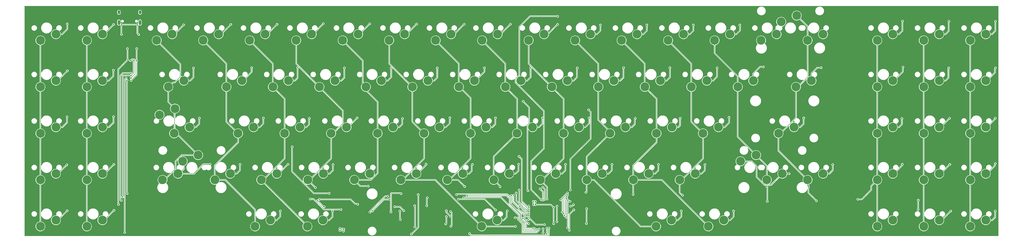
<source format=gbr>
%TF.GenerationSoftware,KiCad,Pcbnew,8.0.8*%
%TF.CreationDate,2025-04-01T14:15:57+02:00*%
%TF.ProjectId,xt_pcb,78745f70-6362-42e6-9b69-6361645f7063,rev?*%
%TF.SameCoordinates,Original*%
%TF.FileFunction,Copper,L1,Top*%
%TF.FilePolarity,Positive*%
%FSLAX46Y46*%
G04 Gerber Fmt 4.6, Leading zero omitted, Abs format (unit mm)*
G04 Created by KiCad (PCBNEW 8.0.8) date 2025-04-01 14:15:57*
%MOMM*%
%LPD*%
G01*
G04 APERTURE LIST*
%TA.AperFunction,ComponentPad*%
%ADD10C,3.600000*%
%TD*%
%TA.AperFunction,HeatsinkPad*%
%ADD11O,1.000000X1.600000*%
%TD*%
%TA.AperFunction,HeatsinkPad*%
%ADD12O,1.000000X2.100000*%
%TD*%
%TA.AperFunction,ViaPad*%
%ADD13C,0.600000*%
%TD*%
%TA.AperFunction,Conductor*%
%ADD14C,0.200000*%
%TD*%
G04 APERTURE END LIST*
D10*
%TO.P,SW79,1,1*%
%TO.N,Net-(D74-A)*%
X441220000Y-150145000D03*
%TO.P,SW79,2,2*%
%TO.N,C18*%
X434870000Y-152685000D03*
%TD*%
%TO.P,SW43,1,1*%
%TO.N,Net-(D41-A)*%
X98320000Y-131095000D03*
%TO.P,SW43,2,2*%
%TO.N,C2*%
X91970000Y-133635000D03*
%TD*%
%TO.P,SW46,1,1*%
%TO.N,Net-(D44-A)*%
X179297500Y-131095000D03*
%TO.P,SW46,2,2*%
%TO.N,C5*%
X172947500Y-133635000D03*
%TD*%
%TO.P,SW36,1,1*%
%TO.N,Net-(D35-A)*%
X374560000Y-92995000D03*
%TO.P,SW36,2,2*%
%TO.N,C15*%
X368210000Y-95535000D03*
%TD*%
%TO.P,SW72,1,1*%
%TO.N,Net-(D66-A)*%
X226922500Y-150145000D03*
%TO.P,SW72,2,2*%
%TO.N,C8*%
X220572500Y-152685000D03*
%TD*%
%TO.P,SW25,1,1*%
%TO.N,Net-(D24-A)*%
X155485000Y-112045000D03*
%TO.P,SW25,2,2*%
%TO.N,C4*%
X149135000Y-114585000D03*
%TD*%
%TO.P,SW38,1,1*%
%TO.N,Net-(D37-A)*%
X422170000Y-112045000D03*
%TO.P,SW38,2,2*%
%TO.N,C17*%
X415820000Y-114585000D03*
%TD*%
%TO.P,SW62,1,1*%
%TO.N,Net-(D87-A)*%
X365035000Y-112045000D03*
%TO.P,SW62,2,2*%
%TO.N,C15*%
X358685000Y-114585000D03*
%TD*%
%TO.P,SW28,1,1*%
%TO.N,Net-(D27-A)*%
X212635000Y-112045000D03*
%TO.P,SW28,2,2*%
%TO.N,C7*%
X206285000Y-114585000D03*
%TD*%
%TO.P,SW9,1,1*%
%TO.N,Net-(D7-A)*%
X203110000Y-92995000D03*
%TO.P,SW9,2,2*%
%TO.N,C7*%
X196760000Y-95535000D03*
%TD*%
%TO.P,SW23,1,1*%
%TO.N,Net-(D22-A)*%
X98320000Y-112045000D03*
%TO.P,SW23,2,2*%
%TO.N,C2*%
X91970000Y-114585000D03*
%TD*%
%TO.P,SW60,1,1*%
%TO.N,Net-(D61-A)*%
X341222500Y-150145000D03*
%TO.P,SW60,2,2*%
%TO.N,C14*%
X334872500Y-152685000D03*
%TD*%
%TO.P,SW5,1,1*%
%TO.N,Net-(D3-A)*%
X126910000Y-92995000D03*
%TO.P,SW5,2,2*%
%TO.N,C3*%
X120560000Y-95535000D03*
%TD*%
%TO.P,SW3,1,1*%
%TO.N,Net-(D1-A)*%
X79270000Y-92995000D03*
%TO.P,SW3,2,2*%
%TO.N,C1*%
X72920000Y-95535000D03*
%TD*%
%TO.P,SW56,1,1*%
%TO.N,Net-(D54-A)*%
X381703750Y-131095000D03*
%TO.P,SW56,2,2*%
%TO.N,C16*%
X375353750Y-133635000D03*
%TD*%
%TO.P,SW20,1,1*%
%TO.N,Net-(D19-A)*%
X441220000Y-92995000D03*
%TO.P,SW20,2,2*%
%TO.N,C18*%
X434870000Y-95535000D03*
%TD*%
%TO.P,SW97,1,1*%
%TO.N,Net-(D72-A)*%
X359796250Y-145065000D03*
%TO.P,SW97,2,2*%
%TO.N,C15*%
X366146250Y-142525000D03*
%TD*%
%TO.P,SW63,1,1*%
%TO.N,Net-(D60-A)*%
X129291250Y-150145000D03*
%TO.P,SW63,2,2*%
%TO.N,C3*%
X122941250Y-152685000D03*
%TD*%
%TO.P,SW42,1,1*%
%TO.N,Net-(D40-A)*%
X79270000Y-131095000D03*
%TO.P,SW42,2,2*%
%TO.N,C1*%
X72920000Y-133635000D03*
%TD*%
%TO.P,SW83,1,1*%
%TO.N,Net-(D78-A)*%
X167223750Y-169195000D03*
%TO.P,SW83,2,2*%
%TO.N,C4*%
X160873750Y-171735000D03*
%TD*%
%TO.P,SW47,1,1*%
%TO.N,Net-(D45-A)*%
X198347500Y-131095000D03*
%TO.P,SW47,2,2*%
%TO.N,C6*%
X191997500Y-133635000D03*
%TD*%
%TO.P,SW85,1,1*%
%TO.N,Net-(D80-A)*%
X260092500Y-169195000D03*
%TO.P,SW85,2,2*%
%TO.N,C8*%
X253742500Y-171735000D03*
%TD*%
%TO.P,SW90,1,1*%
%TO.N,Net-(D85-A)*%
X460270000Y-169195000D03*
%TO.P,SW90,2,2*%
%TO.N,C19*%
X453920000Y-171735000D03*
%TD*%
%TO.P,SW82,1,1*%
%TO.N,Net-(D77-A)*%
X98320000Y-169195000D03*
%TO.P,SW82,2,2*%
%TO.N,C2*%
X91970000Y-171735000D03*
%TD*%
%TO.P,SW13,1,1*%
%TO.N,Net-(D11-A)*%
X279310000Y-92995000D03*
%TO.P,SW13,2,2*%
%TO.N,C11*%
X272960000Y-95535000D03*
%TD*%
%TO.P,SW24,1,1*%
%TO.N,Net-(D23-A)*%
X131672500Y-112045000D03*
%TO.P,SW24,2,2*%
%TO.N,C3*%
X125322500Y-114585000D03*
%TD*%
%TO.P,SW81,1,1*%
%TO.N,Net-(D76-A)*%
X79270000Y-169195000D03*
%TO.P,SW81,2,2*%
%TO.N,C1*%
X72920000Y-171735000D03*
%TD*%
%TO.P,SW22,1,1*%
%TO.N,Net-(D21-A)*%
X79270000Y-112045000D03*
%TO.P,SW22,2,2*%
%TO.N,C1*%
X72920000Y-114585000D03*
%TD*%
%TO.P,SW14,1,1*%
%TO.N,Net-(D12-A)*%
X298360000Y-92995000D03*
%TO.P,SW14,2,2*%
%TO.N,C12*%
X292010000Y-95535000D03*
%TD*%
%TO.P,SW49,1,1*%
%TO.N,Net-(D47-A)*%
X236447500Y-131095000D03*
%TO.P,SW49,2,2*%
%TO.N,C8*%
X230097500Y-133635000D03*
%TD*%
%TO.P,SW54,1,1*%
%TO.N,Net-(D52-A)*%
X331697500Y-131095000D03*
%TO.P,SW54,2,2*%
%TO.N,C13*%
X325347500Y-133635000D03*
%TD*%
%TO.P,SW10,1,1*%
%TO.N,Net-(D8-A)*%
X222160000Y-92995000D03*
%TO.P,SW10,2,2*%
%TO.N,C8*%
X215810000Y-95535000D03*
%TD*%
%TO.P,SW15,1,1*%
%TO.N,Net-(D13-A)*%
X317410000Y-92995000D03*
%TO.P,SW15,2,2*%
%TO.N,C13*%
X311060000Y-95535000D03*
%TD*%
%TO.P,SW29,1,1*%
%TO.N,Net-(D28-A)*%
X231685000Y-112045000D03*
%TO.P,SW29,2,2*%
%TO.N,C8*%
X225335000Y-114585000D03*
%TD*%
%TO.P,SW67,1,1*%
%TO.N,Net-(D59-A)*%
X98320000Y-150145000D03*
%TO.P,SW67,2,2*%
%TO.N,C2*%
X91970000Y-152685000D03*
%TD*%
%TO.P,SW50,1,1*%
%TO.N,Net-(D48-A)*%
X255497500Y-131095000D03*
%TO.P,SW50,2,2*%
%TO.N,C9*%
X249147500Y-133635000D03*
%TD*%
%TO.P,SW58,1,1*%
%TO.N,Net-(D56-A)*%
X441220000Y-131095000D03*
%TO.P,SW58,2,2*%
%TO.N,C18*%
X434870000Y-133635000D03*
%TD*%
%TO.P,SW55,1,1*%
%TO.N,Net-(D53-A)*%
X350747500Y-131095000D03*
%TO.P,SW55,2,2*%
%TO.N,C14*%
X344397500Y-133635000D03*
%TD*%
%TO.P,SW16,1,1*%
%TO.N,Net-(D14-A)*%
X336460000Y-92995000D03*
%TO.P,SW16,2,2*%
%TO.N,C14*%
X330110000Y-95535000D03*
%TD*%
%TO.P,SW96,1,1*%
%TO.N,Net-(D72-A)*%
X376941250Y-150145000D03*
%TO.P,SW96,2,2*%
%TO.N,C15*%
X370591250Y-152685000D03*
%TD*%
%TO.P,SW73,1,1*%
%TO.N,Net-(D67-A)*%
X245972500Y-150145000D03*
%TO.P,SW73,2,2*%
%TO.N,C9*%
X239622500Y-152685000D03*
%TD*%
%TO.P,SW37,1,1*%
%TO.N,Net-(D36-A)*%
X388847500Y-112045000D03*
%TO.P,SW37,2,2*%
%TO.N,C16*%
X382497500Y-114585000D03*
%TD*%
%TO.P,SW71,1,1*%
%TO.N,Net-(D65-A)*%
X207872500Y-150145000D03*
%TO.P,SW71,2,2*%
%TO.N,C7*%
X201522500Y-152685000D03*
%TD*%
%TO.P,SW52,1,1*%
%TO.N,Net-(D50-A)*%
X293597500Y-131095000D03*
%TO.P,SW52,2,2*%
%TO.N,C11*%
X287247500Y-133635000D03*
%TD*%
%TO.P,SW34,1,1*%
%TO.N,Net-(D33-A)*%
X326935000Y-112045000D03*
%TO.P,SW34,2,2*%
%TO.N,C13*%
X320585000Y-114585000D03*
%TD*%
%TO.P,SW59,1,1*%
%TO.N,Net-(D57-A)*%
X460270000Y-131095000D03*
%TO.P,SW59,2,2*%
%TO.N,C19*%
X453920000Y-133635000D03*
%TD*%
%TO.P,SW75,1,1*%
%TO.N,Net-(D69-A)*%
X284072500Y-150145000D03*
%TO.P,SW75,2,2*%
%TO.N,C11*%
X277722500Y-152685000D03*
%TD*%
%TO.P,SW44,1,1*%
%TO.N,Net-(D42-A)*%
X121720000Y-126030000D03*
%TO.P,SW44,2,2*%
%TO.N,C3*%
X128070000Y-123490000D03*
%TD*%
%TO.P,SW41,1,1*%
%TO.N,Net-(D42-A)*%
X134053750Y-131095000D03*
%TO.P,SW41,2,2*%
%TO.N,C3*%
X127703750Y-133635000D03*
%TD*%
%TO.P,SW6,1,1*%
%TO.N,Net-(D4-A)*%
X145960000Y-92995000D03*
%TO.P,SW6,2,2*%
%TO.N,C4*%
X139610000Y-95535000D03*
%TD*%
%TO.P,SW21,1,1*%
%TO.N,Net-(D20-A)*%
X460270000Y-92995000D03*
%TO.P,SW21,2,2*%
%TO.N,C19*%
X453920000Y-95535000D03*
%TD*%
%TO.P,SW77,1,1*%
%TO.N,Net-(D71-A)*%
X322172500Y-150145000D03*
%TO.P,SW77,2,2*%
%TO.N,C13*%
X315822500Y-152685000D03*
%TD*%
%TO.P,SW4,1,1*%
%TO.N,Net-(D2-A)*%
X98320000Y-92995000D03*
%TO.P,SW4,2,2*%
%TO.N,C2*%
X91970000Y-95535000D03*
%TD*%
%TO.P,SW2,1,1*%
%TO.N,Net-(D16-A)*%
X393610000Y-92995000D03*
%TO.P,SW2,2,2*%
%TO.N,C16*%
X387260000Y-95535000D03*
%TD*%
%TO.P,SW1,1,1*%
%TO.N,Net-(D16-A)*%
X376465000Y-87915000D03*
%TO.P,SW1,2,2*%
%TO.N,C16*%
X382815000Y-85375000D03*
%TD*%
%TO.P,SW12,1,1*%
%TO.N,Net-(D10-A)*%
X260260000Y-92995000D03*
%TO.P,SW12,2,2*%
%TO.N,C10*%
X253910000Y-95535000D03*
%TD*%
%TO.P,SW66,1,1*%
%TO.N,Net-(D58-A)*%
X79270000Y-150145000D03*
%TO.P,SW66,2,2*%
%TO.N,C1*%
X72920000Y-152685000D03*
%TD*%
%TO.P,SW68,1,1*%
%TO.N,Net-(D62-A)*%
X150722500Y-150145000D03*
%TO.P,SW68,2,2*%
%TO.N,C4*%
X144372500Y-152685000D03*
%TD*%
%TO.P,SW40,1,1*%
%TO.N,Net-(D39-A)*%
X460270000Y-112045000D03*
%TO.P,SW40,2,2*%
%TO.N,C19*%
X453920000Y-114585000D03*
%TD*%
%TO.P,SW45,1,1*%
%TO.N,Net-(D43-A)*%
X160247500Y-131095000D03*
%TO.P,SW45,2,2*%
%TO.N,C4*%
X153897500Y-133635000D03*
%TD*%
%TO.P,SW7,1,1*%
%TO.N,Net-(D5-A)*%
X165010000Y-92995000D03*
%TO.P,SW7,2,2*%
%TO.N,C5*%
X158660000Y-95535000D03*
%TD*%
%TO.P,SW48,1,1*%
%TO.N,Net-(D46-A)*%
X217397500Y-131095000D03*
%TO.P,SW48,2,2*%
%TO.N,C7*%
X211047500Y-133635000D03*
%TD*%
%TO.P,SW31,1,1*%
%TO.N,Net-(D30-A)*%
X269785000Y-112045000D03*
%TO.P,SW31,2,2*%
%TO.N,C10*%
X263435000Y-114585000D03*
%TD*%
%TO.P,SW26,1,1*%
%TO.N,Net-(D25-A)*%
X174535000Y-112045000D03*
%TO.P,SW26,2,2*%
%TO.N,C5*%
X168185000Y-114585000D03*
%TD*%
%TO.P,SW35,1,1*%
%TO.N,Net-(D34-A)*%
X345985000Y-112045000D03*
%TO.P,SW35,2,2*%
%TO.N,C14*%
X339635000Y-114585000D03*
%TD*%
%TO.P,SW84,1,1*%
%TO.N,Net-(D79-A)*%
X188655000Y-169195000D03*
%TO.P,SW84,2,2*%
%TO.N,C5*%
X182305000Y-171735000D03*
%TD*%
%TO.P,SW78,1,1*%
%TO.N,Net-(D73-A)*%
X422170000Y-150145000D03*
%TO.P,SW78,2,2*%
%TO.N,C17*%
X415820000Y-152685000D03*
%TD*%
%TO.P,SW32,1,1*%
%TO.N,Net-(D31-A)*%
X288835000Y-112045000D03*
%TO.P,SW32,2,2*%
%TO.N,C11*%
X282485000Y-114585000D03*
%TD*%
%TO.P,SW89,1,1*%
%TO.N,Net-(D84-A)*%
X441220000Y-169195000D03*
%TO.P,SW89,2,2*%
%TO.N,C18*%
X434870000Y-171735000D03*
%TD*%
%TO.P,SW69,1,1*%
%TO.N,Net-(D63-A)*%
X169772500Y-150145000D03*
%TO.P,SW69,2,2*%
%TO.N,C5*%
X163422500Y-152685000D03*
%TD*%
%TO.P,SW17,1,1*%
%TO.N,Net-(D15-A)*%
X355510000Y-92995000D03*
%TO.P,SW17,2,2*%
%TO.N,C15*%
X349160000Y-95535000D03*
%TD*%
%TO.P,SW39,1,1*%
%TO.N,Net-(D38-A)*%
X441220000Y-112045000D03*
%TO.P,SW39,2,2*%
%TO.N,C18*%
X434870000Y-114585000D03*
%TD*%
%TO.P,SW74,1,1*%
%TO.N,Net-(D68-A)*%
X265022500Y-150145000D03*
%TO.P,SW74,2,2*%
%TO.N,C10*%
X258672500Y-152685000D03*
%TD*%
%TO.P,SW30,1,1*%
%TO.N,Net-(D29-A)*%
X250735000Y-112045000D03*
%TO.P,SW30,2,2*%
%TO.N,C9*%
X244385000Y-114585000D03*
%TD*%
%TO.P,SW64,1,1*%
%TO.N,Net-(D86-A)*%
X393610000Y-150145000D03*
%TO.P,SW64,2,2*%
%TO.N,C16*%
X387260000Y-152685000D03*
%TD*%
%TO.P,SW19,1,1*%
%TO.N,Net-(D18-A)*%
X422170000Y-92995000D03*
%TO.P,SW19,2,2*%
%TO.N,C17*%
X415820000Y-95535000D03*
%TD*%
%TO.P,SW57,1,1*%
%TO.N,Net-(D55-A)*%
X422170000Y-131095000D03*
%TO.P,SW57,2,2*%
%TO.N,C17*%
X415820000Y-133635000D03*
%TD*%
%TO.P,SW8,1,1*%
%TO.N,Net-(D6-A)*%
X184060000Y-92995000D03*
%TO.P,SW8,2,2*%
%TO.N,C6*%
X177710000Y-95535000D03*
%TD*%
%TO.P,SW51,1,1*%
%TO.N,Net-(D49-A)*%
X274547500Y-131095000D03*
%TO.P,SW51,2,2*%
%TO.N,C10*%
X268197500Y-133635000D03*
%TD*%
%TO.P,SW33,1,1*%
%TO.N,Net-(D32-A)*%
X307885000Y-112045000D03*
%TO.P,SW33,2,2*%
%TO.N,C12*%
X301535000Y-114585000D03*
%TD*%
%TO.P,SW76,1,1*%
%TO.N,Net-(D70-A)*%
X303122500Y-150145000D03*
%TO.P,SW76,2,2*%
%TO.N,C12*%
X296772500Y-152685000D03*
%TD*%
%TO.P,SW11,1,1*%
%TO.N,Net-(D9-A)*%
X241210000Y-92995000D03*
%TO.P,SW11,2,2*%
%TO.N,C9*%
X234860000Y-95535000D03*
%TD*%
%TO.P,SW80,1,1*%
%TO.N,Net-(D75-A)*%
X460270000Y-150145000D03*
%TO.P,SW80,2,2*%
%TO.N,C19*%
X453920000Y-152685000D03*
%TD*%
%TO.P,SW27,1,1*%
%TO.N,Net-(D26-A)*%
X193585000Y-112045000D03*
%TO.P,SW27,2,2*%
%TO.N,C6*%
X187235000Y-114585000D03*
%TD*%
%TO.P,SW88,1,1*%
%TO.N,Net-(D83-A)*%
X422170000Y-169195000D03*
%TO.P,SW88,2,2*%
%TO.N,C17*%
X415820000Y-171735000D03*
%TD*%
%TO.P,SW87,1,1*%
%TO.N,Net-(D82-A)*%
X352961250Y-169195000D03*
%TO.P,SW87,2,2*%
%TO.N,C13*%
X346611250Y-171735000D03*
%TD*%
%TO.P,SW61,1,1*%
%TO.N,Net-(D60-A)*%
X131196250Y-145065000D03*
%TO.P,SW61,2,2*%
%TO.N,C3*%
X137546250Y-142525000D03*
%TD*%
%TO.P,SW86,1,1*%
%TO.N,Net-(D81-A)*%
X331530000Y-169195000D03*
%TO.P,SW86,2,2*%
%TO.N,C12*%
X325180000Y-171735000D03*
%TD*%
%TO.P,SW53,1,1*%
%TO.N,Net-(D51-A)*%
X312647500Y-131095000D03*
%TO.P,SW53,2,2*%
%TO.N,C12*%
X306297500Y-133635000D03*
%TD*%
%TO.P,SW70,1,1*%
%TO.N,Net-(D64-A)*%
X188822500Y-150145000D03*
%TO.P,SW70,2,2*%
%TO.N,C6*%
X182472500Y-152685000D03*
%TD*%
D11*
%TO.P,J2,S1,SHIELD*%
%TO.N,unconnected-(J2-SHIELD-PadS1)_1*%
X105085000Y-84025000D03*
D12*
%TO.N,unconnected-(J2-SHIELD-PadS1)_3*%
X105085000Y-88205000D03*
D11*
%TO.N,unconnected-(J2-SHIELD-PadS1)_2*%
X113725000Y-84025000D03*
D12*
%TO.N,unconnected-(J2-SHIELD-PadS1)*%
X113725000Y-88205000D03*
%TD*%
D13*
%TO.N,Net-(U2-D+)*%
X280400000Y-174800000D03*
X280470000Y-172420000D03*
%TO.N,Net-(U2-D-)*%
X248745000Y-174695000D03*
X281270003Y-172420000D03*
%TO.N,Net-(U2-~{RESET})*%
X291480000Y-164960000D03*
X289620000Y-173340000D03*
%TO.N,VBUS*%
X108570000Y-98890000D03*
X216540000Y-165830000D03*
X265825735Y-159105735D03*
X220680000Y-158320000D03*
X108645000Y-103515000D03*
X275778804Y-162873770D03*
X283230000Y-163960000D03*
X104927500Y-162775000D03*
X275684998Y-161505000D03*
X272870000Y-169005002D03*
X283230000Y-170630000D03*
%TO.N,+5V*%
X189190000Y-163705000D03*
X218070000Y-163680000D03*
X110025000Y-108955000D03*
X106035000Y-161075000D03*
X221835000Y-165280000D03*
X186440000Y-161180000D03*
%TO.N,GND*%
X112380000Y-103840000D03*
X110055000Y-111975000D03*
X284584265Y-163454265D03*
X106125000Y-93065000D03*
X108455000Y-158265000D03*
X296650000Y-170550000D03*
X112655000Y-89120000D03*
X108385000Y-111895000D03*
X274884998Y-161505000D03*
X240890000Y-167550000D03*
X290170000Y-163470000D03*
X296750000Y-164460000D03*
X220200000Y-165460000D03*
X239230000Y-165300000D03*
X187250000Y-160640000D03*
X274980000Y-162830000D03*
X202940000Y-162705000D03*
X284560000Y-169830000D03*
X273160000Y-168230000D03*
X113195000Y-93145000D03*
X112380000Y-98890000D03*
X106155000Y-89120000D03*
X279450000Y-170970000D03*
X291327011Y-162848481D03*
X220385000Y-168910000D03*
%TO.N,Net-(U2-UCAP)*%
X278870000Y-174380000D03*
X278870000Y-172780000D03*
%TO.N,Net-(U2-XTAL1)*%
X241030000Y-165690000D03*
X269220000Y-163705000D03*
X273000000Y-166605002D03*
X241100000Y-171690000D03*
%TO.N,Net-(U2-XTAL2)*%
X239280000Y-167710000D03*
X238970000Y-170730000D03*
X272950000Y-167405002D03*
X270471938Y-165455903D03*
%TO.N,Net-(D78-A)*%
X171213750Y-165405000D03*
%TO.N,C8*%
X270601232Y-168402764D03*
X272900000Y-170630000D03*
X267575000Y-171735000D03*
%TO.N,C15*%
X370750000Y-161505000D03*
X288950000Y-172280000D03*
X370580000Y-155385000D03*
X289920000Y-161505000D03*
%TO.N,Net-(D53-A)*%
X355080000Y-127080000D03*
%TO.N,Net-(D59-A)*%
X102992500Y-146330000D03*
%TO.N,C3*%
X273065090Y-165807651D03*
X191242843Y-158227157D03*
X266800000Y-158980000D03*
X176065000Y-139115000D03*
%TO.N,Net-(D41-A)*%
X102892500Y-126780000D03*
%TO.N,Net-(D22-A)*%
X102817500Y-107755000D03*
%TO.N,C5*%
X277250000Y-172850000D03*
X215940000Y-160573900D03*
X208935460Y-165466011D03*
X267430000Y-168200000D03*
X197110000Y-173714000D03*
X244180000Y-160573900D03*
X195610000Y-173370000D03*
X259470000Y-165000000D03*
%TO.N,Net-(D77-A)*%
X103067500Y-165155000D03*
%TO.N,C10*%
X278790000Y-155660000D03*
X261270000Y-155470000D03*
X279684998Y-160610000D03*
%TO.N,Net-(D79-A)*%
X192645000Y-165405000D03*
%TO.N,Net-(D1-A)*%
X83892500Y-88805000D03*
%TO.N,C1*%
X227730000Y-158720000D03*
X224950000Y-174914000D03*
X274830000Y-172480000D03*
X243480000Y-158720000D03*
%TO.N,C17*%
X287630000Y-167280000D03*
X288524313Y-160384313D03*
X407831500Y-160620000D03*
%TO.N,Net-(D18-A)*%
X426160000Y-87655000D03*
%TO.N,Net-(D11-A)*%
X284845000Y-88980000D03*
%TO.N,Net-(D12-A)*%
X302350000Y-89205000D03*
%TO.N,C11*%
X280484998Y-160500000D03*
%TO.N,C12*%
X296460000Y-157791111D03*
%TO.N,Net-(D13-A)*%
X321400000Y-89205000D03*
%TO.N,C13*%
X315800000Y-158600000D03*
%TO.N,Net-(D14-A)*%
X340450000Y-89205000D03*
%TO.N,C14*%
X336020000Y-159000000D03*
X286150000Y-160910000D03*
X288880412Y-158029736D03*
%TO.N,Net-(D15-A)*%
X359500000Y-89205000D03*
%TO.N,Net-(D3-A)*%
X131620000Y-89155000D03*
%TO.N,C16*%
X289090000Y-160950000D03*
X390900000Y-161270000D03*
X288350000Y-167990000D03*
X387630000Y-155450000D03*
%TO.N,Net-(D19-A)*%
X445190000Y-87720000D03*
%TO.N,C18*%
X432620000Y-161010000D03*
X432560000Y-164840000D03*
X287350000Y-166460000D03*
X288631410Y-159591511D03*
%TO.N,Net-(D20-A)*%
X464240000Y-87720000D03*
%TO.N,C2*%
X231230000Y-163300000D03*
X246330000Y-159960000D03*
X276424898Y-173180000D03*
X231410000Y-159973900D03*
X226380000Y-172010000D03*
X226290000Y-163300000D03*
%TO.N,Net-(D21-A)*%
X83967500Y-108005000D03*
%TO.N,Net-(D23-A)*%
X135662500Y-106805000D03*
%TO.N,C4*%
X247800000Y-159170000D03*
X207927892Y-165907892D03*
X197271067Y-172882341D03*
X195610000Y-172569997D03*
X215250000Y-159420000D03*
X275635002Y-172757518D03*
%TO.N,Net-(D24-A)*%
X159475000Y-106705000D03*
%TO.N,Net-(D25-A)*%
X178340000Y-106620000D03*
%TO.N,C6*%
X267880000Y-158040000D03*
X185600000Y-155840000D03*
X273040000Y-165005002D03*
%TO.N,Net-(D26-A)*%
X197480000Y-106790000D03*
%TO.N,C7*%
X207240000Y-155270000D03*
X273093571Y-164206795D03*
X269070000Y-156870000D03*
%TO.N,Net-(D27-A)*%
X216630000Y-106820000D03*
%TO.N,Net-(D28-A)*%
X235510000Y-106850000D03*
%TO.N,C9*%
X277700000Y-156380000D03*
X246780000Y-155420000D03*
X278860000Y-160930000D03*
%TO.N,Net-(D29-A)*%
X254830000Y-106790000D03*
%TO.N,Net-(D30-A)*%
X273805735Y-106754265D03*
%TO.N,Net-(D31-A)*%
X292890000Y-106820000D03*
%TO.N,Net-(D32-A)*%
X311870000Y-106720000D03*
%TO.N,Net-(D33-A)*%
X330860000Y-106690000D03*
%TO.N,Net-(D34-A)*%
X350200000Y-106790000D03*
%TO.N,Net-(D36-A)*%
X392837500Y-106705000D03*
%TO.N,Net-(D37-A)*%
X426370000Y-106470000D03*
%TO.N,Net-(D38-A)*%
X445120000Y-106840000D03*
%TO.N,Net-(D39-A)*%
X464240000Y-106840000D03*
%TO.N,Net-(D40-A)*%
X83842500Y-126855000D03*
%TO.N,Net-(D42-A)*%
X138050000Y-127350000D03*
%TO.N,Net-(D10-A)*%
X265495000Y-88905000D03*
%TO.N,Net-(D43-A)*%
X164270000Y-127340000D03*
%TO.N,Net-(D44-A)*%
X183110000Y-127450000D03*
%TO.N,Net-(D45-A)*%
X202680000Y-127300000D03*
%TO.N,Net-(D46-A)*%
X221280000Y-127520000D03*
%TO.N,Net-(D47-A)*%
X240700000Y-127230000D03*
%TO.N,Net-(D48-A)*%
X259380000Y-127300000D03*
%TO.N,Net-(D49-A)*%
X278650000Y-127300000D03*
%TO.N,Net-(D50-A)*%
X297770000Y-127300000D03*
%TO.N,Net-(D51-A)*%
X316680000Y-127450000D03*
%TO.N,Net-(D52-A)*%
X335060000Y-127380000D03*
%TO.N,Net-(D9-A)*%
X246570000Y-88905000D03*
%TO.N,Net-(D54-A)*%
X385693750Y-127305000D03*
%TO.N,Net-(D55-A)*%
X425920000Y-127520000D03*
%TO.N,Net-(D56-A)*%
X445420000Y-127450000D03*
%TO.N,Net-(D8-A)*%
X227045000Y-88830000D03*
%TO.N,Net-(D7-A)*%
X207845000Y-88755000D03*
%TO.N,Net-(D6-A)*%
X188820000Y-88705000D03*
%TO.N,Net-(D5-A)*%
X169895000Y-88955000D03*
%TO.N,Net-(D57-A)*%
X464170000Y-127380000D03*
%TO.N,Net-(D60-A)*%
X142426947Y-146309909D03*
%TO.N,Net-(D61-A)*%
X345212500Y-146455000D03*
%TO.N,Net-(D62-A)*%
X154712500Y-146355000D03*
%TO.N,Net-(D63-A)*%
X174345000Y-146305000D03*
%TO.N,Net-(D64-A)*%
X192812500Y-146455000D03*
%TO.N,Net-(D66-A)*%
X230950000Y-146220000D03*
%TO.N,Net-(D67-A)*%
X249940000Y-146350000D03*
%TO.N,Net-(D68-A)*%
X268910000Y-146280000D03*
%TO.N,Net-(D69-A)*%
X288062500Y-146355000D03*
%TO.N,Net-(D71-A)*%
X326162500Y-146355000D03*
%TO.N,Net-(D72-A)*%
X379716250Y-150145000D03*
%TO.N,Net-(D73-A)*%
X426070000Y-146280000D03*
%TO.N,Net-(D74-A)*%
X445560000Y-146350000D03*
%TO.N,Net-(D75-A)*%
X464170000Y-145980000D03*
%TO.N,Net-(D76-A)*%
X83867500Y-165330000D03*
%TO.N,Net-(D4-A)*%
X150920000Y-89030000D03*
%TO.N,Net-(D58-A)*%
X83742500Y-146505000D03*
%TO.N,Net-(D2-A)*%
X102917500Y-89005000D03*
%TO.N,Net-(D80-A)*%
X264190000Y-165360000D03*
%TO.N,Net-(D81-A)*%
X335520000Y-165405000D03*
%TO.N,Net-(D82-A)*%
X356951250Y-165405000D03*
%TO.N,R1*%
X284845000Y-85680000D03*
X278070882Y-160798480D03*
%TO.N,R2*%
X270730000Y-120500000D03*
X272680000Y-157100000D03*
%TO.N,R3*%
X290078709Y-156801291D03*
X297587500Y-124005000D03*
%TO.N,Net-(D84-A)*%
X445940000Y-165470000D03*
%TO.N,Net-(D85-A)*%
X464170000Y-165470000D03*
%TO.N,R4*%
X272962972Y-163417525D03*
X269012500Y-143055000D03*
%TO.N,Net-(D70-A)*%
X307112500Y-146355000D03*
%TO.N,C19*%
X288875717Y-158829725D03*
X286750000Y-165830000D03*
%TO.N,Net-(D86-A)*%
X397570000Y-146420000D03*
%TO.N,Net-(D87-A)*%
X369150000Y-106420000D03*
%TO.N,D+*%
X111125000Y-103835000D03*
X183480000Y-160530000D03*
X196085000Y-164805000D03*
X110055000Y-109975000D03*
X106575000Y-159695000D03*
%TO.N,D-*%
X110055000Y-110975000D03*
X107431500Y-174185000D03*
X107985000Y-110955000D03*
X109840000Y-103840000D03*
%TD*%
D14*
%TO.N,Net-(U2-D+)*%
X280470000Y-174700000D02*
X280370000Y-174800000D01*
X280370000Y-174800000D02*
X280400000Y-174800000D01*
X280470000Y-172420000D02*
X280470000Y-174700000D01*
%TO.N,Net-(U2-D-)*%
X281070000Y-175320000D02*
X281270003Y-175119997D01*
X248745000Y-174695000D02*
X249450000Y-175400000D01*
X249450000Y-175400000D02*
X281070000Y-175400000D01*
X281070000Y-175400000D02*
X281070000Y-175320000D01*
X281270003Y-172420000D02*
X281270003Y-175119997D01*
%TO.N,Net-(U2-~{RESET})*%
X291480000Y-164960000D02*
X289620000Y-166820000D01*
X289620000Y-166820000D02*
X289620000Y-173340000D01*
%TO.N,VBUS*%
X266230000Y-159510000D02*
X265825735Y-159105735D01*
X108645000Y-103515000D02*
X108645000Y-98965000D01*
X282143770Y-162873770D02*
X283230000Y-163960000D01*
X268803235Y-164763235D02*
X268803235Y-164136764D01*
X275778804Y-162873770D02*
X275778804Y-162313806D01*
X283230000Y-170630000D02*
X283230000Y-163960000D01*
X275778804Y-162873770D02*
X282143770Y-162873770D01*
X272870000Y-169005002D02*
X271840688Y-169005002D01*
X275684998Y-161505000D02*
X275684998Y-162220000D01*
X216540000Y-158250000D02*
X216670000Y-158120000D01*
X108645000Y-98965000D02*
X108570000Y-98890000D01*
X271200000Y-166820001D02*
X270870001Y-166820001D01*
X268803235Y-164136764D02*
X268620000Y-163953529D01*
X216540000Y-165830000D02*
X216540000Y-158250000D01*
X268600106Y-163953529D02*
X266230000Y-161583423D01*
X104845000Y-162692500D02*
X104927500Y-162775000D01*
X220480000Y-158120000D02*
X220680000Y-158320000D01*
X216670000Y-158120000D02*
X220480000Y-158120000D01*
X270270000Y-166230000D02*
X268803235Y-164763235D01*
X275684998Y-162554998D02*
X275690000Y-162560000D01*
X104845000Y-107315000D02*
X104845000Y-162692500D01*
X271200000Y-168364314D02*
X271200000Y-166820001D01*
X275684998Y-162220000D02*
X275684998Y-162554998D01*
X266230000Y-161583423D02*
X266230000Y-159540000D01*
X270280000Y-166230000D02*
X270270000Y-166230000D01*
X275778804Y-162313806D02*
X275684998Y-162220000D01*
X266230000Y-159540000D02*
X266230000Y-159510000D01*
X108645000Y-103515000D02*
X104845000Y-107315000D01*
X271840688Y-169005002D02*
X271200000Y-168364314D01*
X270870001Y-166820001D02*
X270280000Y-166230000D01*
X268620000Y-163953529D02*
X268600106Y-163953529D01*
%TO.N,+5V*%
X106035000Y-161075000D02*
X105985000Y-161025000D01*
X110025000Y-108955000D02*
X106585000Y-108955000D01*
X189170000Y-163725000D02*
X189190000Y-163705000D01*
X189170000Y-163910000D02*
X189170000Y-163725000D01*
X220235000Y-163680000D02*
X221835000Y-165280000D01*
X105985000Y-161025000D02*
X105785000Y-161025000D01*
X105685000Y-109855000D02*
X106585000Y-108955000D01*
X186440000Y-161180000D02*
X189170000Y-163910000D01*
X218070000Y-163680000D02*
X220235000Y-163680000D01*
X105785000Y-161025000D02*
X105685000Y-160925000D01*
X105685000Y-160925000D02*
X105685000Y-109855000D01*
%TO.N,GND*%
X202740000Y-162530000D02*
X202765000Y-162530000D01*
X112655000Y-92605000D02*
X113195000Y-93145000D01*
X291327011Y-162848481D02*
X290721227Y-163454265D01*
X106155000Y-89120000D02*
X112655000Y-89120000D01*
X202765000Y-162530000D02*
X202940000Y-162705000D01*
X274940000Y-162410000D02*
X274940000Y-162600000D01*
X108385000Y-158255000D02*
X108445000Y-158255000D01*
X106125000Y-89150000D02*
X106155000Y-89120000D01*
X296650000Y-164560000D02*
X296750000Y-164460000D01*
X220200000Y-168725000D02*
X220385000Y-168910000D01*
X279450000Y-170970000D02*
X275900000Y-170970000D01*
X220200000Y-165460000D02*
X220200000Y-168725000D01*
X274940000Y-161560002D02*
X274940000Y-162410000D01*
X274980000Y-162830000D02*
X274980000Y-162450000D01*
X275900000Y-170970000D02*
X273160000Y-168230000D01*
X296650000Y-170550000D02*
X296650000Y-164560000D01*
X284584265Y-169805735D02*
X284560000Y-169830000D01*
X290185735Y-163454265D02*
X290170000Y-163470000D01*
X274884998Y-161505000D02*
X274940000Y-161560002D01*
X108385000Y-111895000D02*
X108385000Y-158255000D01*
X106125000Y-93065000D02*
X106125000Y-89150000D01*
X108445000Y-158255000D02*
X108455000Y-158265000D01*
X112380000Y-109650000D02*
X110055000Y-111975000D01*
X200040000Y-160640000D02*
X201930000Y-162530000D01*
X112655000Y-89120000D02*
X112655000Y-92605000D01*
X284584265Y-163454265D02*
X284584265Y-169805735D01*
X274980000Y-162450000D02*
X274940000Y-162410000D01*
X187250000Y-160640000D02*
X200040000Y-160640000D01*
X239230000Y-165890000D02*
X240890000Y-167550000D01*
X112380000Y-103840000D02*
X112380000Y-109650000D01*
X290721227Y-163454265D02*
X290185735Y-163454265D01*
X239230000Y-165300000D02*
X239230000Y-165890000D01*
X201930000Y-162530000D02*
X202740000Y-162530000D01*
X112380000Y-98890000D02*
X112380000Y-103840000D01*
%TO.N,Net-(U2-UCAP)*%
X278870000Y-174190000D02*
X278940000Y-174260000D01*
X278870000Y-174330000D02*
X278870000Y-174380000D01*
X278940000Y-174260000D02*
X278870000Y-174330000D01*
X278870000Y-172780000D02*
X278870000Y-174190000D01*
%TO.N,Net-(U2-XTAL1)*%
X271071938Y-165481938D02*
X272195002Y-166605002D01*
X271071938Y-165201938D02*
X269575000Y-163705000D01*
X241030000Y-165690000D02*
X241490000Y-166150000D01*
X271071938Y-165481938D02*
X271071938Y-165201938D01*
X273000000Y-166605002D02*
X272195002Y-166605002D01*
X269575000Y-163705000D02*
X269220000Y-163705000D01*
X241490000Y-166150000D02*
X241490000Y-171300000D01*
X241490000Y-171300000D02*
X241100000Y-171690000D01*
%TO.N,Net-(U2-XTAL2)*%
X239280000Y-167710000D02*
X239280000Y-170420000D01*
X272705002Y-167650000D02*
X271600000Y-167650000D01*
X239280000Y-170420000D02*
X238970000Y-170730000D01*
X272950000Y-167405002D02*
X272705002Y-167650000D01*
X271600000Y-167650000D02*
X271600000Y-166583965D01*
X271600000Y-166583965D02*
X270471938Y-165455903D01*
%TO.N,Net-(D78-A)*%
X169769334Y-169195000D02*
X171213750Y-167750584D01*
X167223750Y-169195000D02*
X169769334Y-169195000D01*
X171213750Y-167750584D02*
X171213750Y-165405000D01*
%TO.N,C8*%
X270672764Y-168402764D02*
X270601232Y-168402764D01*
X215810000Y-105060000D02*
X225335000Y-114585000D01*
X272900000Y-170630000D02*
X270790000Y-168520000D01*
X267575000Y-171735000D02*
X253742500Y-171735000D01*
X225335000Y-114585000D02*
X225335000Y-128872500D01*
X220572500Y-152685000D02*
X234692500Y-152685000D01*
X215810000Y-95535000D02*
X215810000Y-105060000D01*
X230097500Y-133635000D02*
X230097500Y-143943402D01*
X270790000Y-168520000D02*
X270672764Y-168402764D01*
X234692500Y-152685000D02*
X253742500Y-171735000D01*
X230097500Y-143943402D02*
X221355902Y-152685000D01*
X225335000Y-128872500D02*
X230097500Y-133635000D01*
X221355902Y-152685000D02*
X220572500Y-152685000D01*
%TO.N,C15*%
X358685000Y-135063750D02*
X366146250Y-142525000D01*
X366146250Y-142525000D02*
X370591250Y-146970000D01*
X289560000Y-161540000D02*
X289885000Y-161540000D01*
X288950000Y-172280000D02*
X288950000Y-161640000D01*
X288950000Y-161640000D02*
X289040000Y-161550000D01*
X370591250Y-146970000D02*
X370591250Y-152685000D01*
X289040000Y-161550000D02*
X289550000Y-161550000D01*
X370750000Y-155555000D02*
X370750000Y-161505000D01*
X358685000Y-110288402D02*
X358685000Y-114585000D01*
X358685000Y-114585000D02*
X358685000Y-135063750D01*
X349160000Y-95535000D02*
X349160000Y-100763402D01*
X289885000Y-161540000D02*
X289920000Y-161505000D01*
X349160000Y-100763402D02*
X358685000Y-110288402D01*
X370580000Y-155385000D02*
X370750000Y-155555000D01*
X289550000Y-161550000D02*
X289560000Y-161540000D01*
%TO.N,Net-(D53-A)*%
X353293084Y-131095000D02*
X350747500Y-131095000D01*
X355080000Y-129308084D02*
X353293084Y-131095000D01*
X355080000Y-127080000D02*
X355080000Y-129308084D01*
%TO.N,Net-(D59-A)*%
X99177500Y-150145000D02*
X102992500Y-146330000D01*
X98320000Y-150145000D02*
X99177500Y-150145000D01*
%TO.N,C3*%
X266880000Y-159060000D02*
X266800000Y-158980000D01*
X130212500Y-105187500D02*
X130212500Y-110478402D01*
X128260000Y-148149652D02*
X123724652Y-152685000D01*
X123724652Y-152685000D02*
X122941250Y-152685000D01*
X271740000Y-165500000D02*
X271740000Y-165304314D01*
X128260000Y-145031401D02*
X128260000Y-148149652D01*
X127893750Y-133445000D02*
X127703750Y-133635000D01*
X127893750Y-112797152D02*
X127110348Y-112797152D01*
X185044808Y-158227157D02*
X191242843Y-158227157D01*
X125322500Y-114585000D02*
X125322500Y-120742500D01*
X128070000Y-123490000D02*
X127893750Y-123666250D01*
X176065000Y-149247349D02*
X185044808Y-158227157D01*
X273065090Y-165807651D02*
X272047651Y-165807651D01*
X137546250Y-142525000D02*
X130766401Y-142525000D01*
X272047651Y-165807651D02*
X271740000Y-165500000D01*
X125322500Y-120742500D02*
X128070000Y-123490000D01*
X266880000Y-161360000D02*
X266880000Y-159060000D01*
X271740000Y-165304314D02*
X269540686Y-163105000D01*
X130212500Y-110478402D02*
X127893750Y-112797152D01*
X269540686Y-163105000D02*
X268625000Y-163105000D01*
X268625000Y-163105000D02*
X266880000Y-161360000D01*
X127110348Y-112797152D02*
X125322500Y-114585000D01*
X127893750Y-132872500D02*
X137546250Y-142525000D01*
X120560000Y-95535000D02*
X130212500Y-105187500D01*
X176065000Y-139115000D02*
X176065000Y-149247349D01*
X127893750Y-123666250D02*
X127893750Y-133445000D01*
X130766401Y-142525000D02*
X128260000Y-145031401D01*
%TO.N,Net-(D41-A)*%
X98320000Y-131095000D02*
X100865584Y-131095000D01*
X100865584Y-131095000D02*
X102892500Y-129068084D01*
X102892500Y-129068084D02*
X102892500Y-126780000D01*
%TO.N,Net-(D22-A)*%
X100865584Y-112045000D02*
X102817500Y-110093084D01*
X98320000Y-112045000D02*
X100865584Y-112045000D01*
X102817500Y-110093084D02*
X102817500Y-107755000D01*
%TO.N,C5*%
X244180000Y-160630000D02*
X244180000Y-160573900D01*
X216010000Y-160700000D02*
X215940000Y-160630000D01*
X164205902Y-152685000D02*
X163422500Y-152685000D01*
X197150000Y-173470000D02*
X197150000Y-173674000D01*
X197150000Y-173674000D02*
X197110000Y-173714000D01*
X255033407Y-160563407D02*
X244246593Y-160563407D01*
X215940000Y-160630000D02*
X215940000Y-160573900D01*
X182305000Y-171567500D02*
X182305000Y-171735000D01*
X270313449Y-174209072D02*
X270313449Y-170660568D01*
X195610000Y-173370000D02*
X196100000Y-173370000D01*
X270261440Y-170608559D02*
X268570000Y-168917119D01*
X244246593Y-160563407D02*
X244180000Y-160630000D01*
X277250000Y-173203427D02*
X276143368Y-174310059D01*
X268570000Y-168917119D02*
X268570000Y-168300000D01*
X168185000Y-105060000D02*
X168185000Y-114585000D01*
X268470000Y-168200000D02*
X267430000Y-168200000D01*
X172947500Y-143943402D02*
X164205902Y-152685000D01*
X268570000Y-168300000D02*
X268570000Y-168180000D01*
X158660000Y-95535000D02*
X168185000Y-105060000D01*
X213701471Y-160700000D02*
X216010000Y-160700000D01*
X172947500Y-133635000D02*
X172947500Y-143943402D01*
X163422500Y-152685000D02*
X182305000Y-171567500D01*
X259470000Y-165000000D02*
X255033407Y-160563407D01*
X196200000Y-173470000D02*
X197150000Y-173470000D01*
X208935460Y-165466011D02*
X213701471Y-160700000D01*
X268570000Y-168300000D02*
X268470000Y-168200000D01*
X270313449Y-170660568D02*
X270261440Y-170608559D01*
X276143368Y-174310059D02*
X270414436Y-174310059D01*
X270414436Y-174310059D02*
X270313449Y-174209072D01*
X277250000Y-172850000D02*
X277250000Y-173203427D01*
X196100000Y-173370000D02*
X196200000Y-173470000D01*
X172947500Y-119347500D02*
X172947500Y-133635000D01*
X168185000Y-114585000D02*
X172947500Y-119347500D01*
%TO.N,Net-(D77-A)*%
X98320000Y-169195000D02*
X99027500Y-169195000D01*
X99027500Y-169195000D02*
X103067500Y-165155000D01*
%TO.N,C10*%
X258672500Y-152685000D02*
X258672500Y-143160000D01*
X279684998Y-160610000D02*
X279684998Y-156554998D01*
X268197500Y-119347500D02*
X263435000Y-114585000D01*
X258672500Y-152685000D02*
X261270000Y-155282500D01*
X268197500Y-133635000D02*
X268197500Y-119347500D01*
X261270000Y-155282500D02*
X261270000Y-155470000D01*
X258672500Y-143160000D02*
X268197500Y-133635000D01*
X263435000Y-105060000D02*
X253910000Y-95535000D01*
X263435000Y-114585000D02*
X263435000Y-105060000D01*
X279684998Y-156554998D02*
X278790000Y-155660000D01*
%TO.N,Net-(D79-A)*%
X188655000Y-169195000D02*
X191200584Y-169195000D01*
X192645000Y-167750584D02*
X192645000Y-165405000D01*
X191200584Y-169195000D02*
X192645000Y-167750584D01*
%TO.N,Net-(D1-A)*%
X81815584Y-92995000D02*
X83892500Y-90918084D01*
X83892500Y-90918084D02*
X83892500Y-88805000D01*
X79270000Y-92995000D02*
X81815584Y-92995000D01*
%TO.N,C1*%
X271382782Y-170032843D02*
X269820000Y-168470061D01*
X265740000Y-159940000D02*
X265206342Y-159406342D01*
X274830000Y-172480000D02*
X272000000Y-172480000D01*
X271970000Y-170265686D02*
X271737157Y-170032843D01*
X271737157Y-170032843D02*
X271382782Y-170032843D01*
X243790000Y-158570000D02*
X243640000Y-158720000D01*
X264248016Y-158570000D02*
X243790000Y-158570000D01*
X243640000Y-158720000D02*
X243480000Y-158720000D01*
X269820000Y-166628529D02*
X265740000Y-162548529D01*
X271970000Y-172450000D02*
X271970000Y-170265686D01*
X265084358Y-159406342D02*
X264248016Y-158570000D01*
X227730000Y-172134000D02*
X224950000Y-174914000D01*
X269820000Y-168470061D02*
X269820000Y-166628529D01*
X265206342Y-159406342D02*
X265084358Y-159406342D01*
X272000000Y-172480000D02*
X271970000Y-172450000D01*
X72920000Y-95535000D02*
X72920000Y-171735000D01*
X265740000Y-162548529D02*
X265740000Y-159940000D01*
X227730000Y-158720000D02*
X227730000Y-172134000D01*
%TO.N,C17*%
X288020000Y-166890000D02*
X288020000Y-161000000D01*
X413381500Y-156765000D02*
X409526500Y-160620000D01*
X415820000Y-152685000D02*
X415820000Y-95535000D01*
X287630000Y-167280000D02*
X288020000Y-166890000D01*
X415820000Y-152685000D02*
X413381500Y-155123500D01*
X413381500Y-155123500D02*
X413381500Y-156765000D01*
X288524313Y-160495687D02*
X288524313Y-160384313D01*
X415820000Y-171735000D02*
X415820000Y-152685000D01*
X288020000Y-161000000D02*
X288524313Y-160495687D01*
X409526500Y-160620000D02*
X407831500Y-160620000D01*
%TO.N,Net-(D18-A)*%
X424715584Y-92995000D02*
X426160000Y-91550584D01*
X422170000Y-92995000D02*
X424715584Y-92995000D01*
X426160000Y-91550584D02*
X426160000Y-87655000D01*
%TO.N,Net-(D11-A)*%
X280830000Y-92995000D02*
X284845000Y-88980000D01*
X279310000Y-92995000D02*
X280830000Y-92995000D01*
%TO.N,Net-(D12-A)*%
X300905584Y-92995000D02*
X302350000Y-91550584D01*
X298360000Y-92995000D02*
X300905584Y-92995000D01*
X302350000Y-91550584D02*
X302350000Y-89205000D01*
%TO.N,C11*%
X272960000Y-95535000D02*
X272960000Y-105060000D01*
X282485000Y-114585000D02*
X287247500Y-119347500D01*
X278505902Y-152685000D02*
X277722500Y-152685000D01*
X287247500Y-133635000D02*
X287247500Y-143943402D01*
X280484998Y-160500000D02*
X280484998Y-155447498D01*
X287247500Y-119347500D02*
X287247500Y-133635000D01*
X287247500Y-143943402D02*
X278505902Y-152685000D01*
X272960000Y-105060000D02*
X282485000Y-114585000D01*
X280484998Y-155447498D02*
X277722500Y-152685000D01*
%TO.N,C12*%
X306730000Y-133280000D02*
X301535000Y-128085000D01*
X296460000Y-157791111D02*
X296772500Y-157478611D01*
X301535000Y-128085000D02*
X301535000Y-114585000D01*
X306375000Y-133635000D02*
X306730000Y-133280000D01*
X296772500Y-157478611D02*
X296772500Y-152685000D01*
X301535000Y-105060000D02*
X292010000Y-95535000D01*
X318821475Y-171735000D02*
X299771475Y-152685000D01*
X299771475Y-152685000D02*
X296772500Y-152685000D01*
X306297500Y-133635000D02*
X306375000Y-133635000D01*
X301535000Y-114585000D02*
X301535000Y-105060000D01*
X296772500Y-152685000D02*
X296772500Y-143160000D01*
X296772500Y-143160000D02*
X306297500Y-133635000D01*
X325180000Y-171735000D02*
X318821475Y-171735000D01*
%TO.N,Net-(D13-A)*%
X317410000Y-92995000D02*
X319955584Y-92995000D01*
X319955584Y-92995000D02*
X321400000Y-91550584D01*
X321400000Y-91550584D02*
X321400000Y-89205000D01*
%TO.N,C13*%
X315820000Y-158620000D02*
X315800000Y-158600000D01*
X320585000Y-105060000D02*
X311060000Y-95535000D01*
X346611250Y-171735000D02*
X327561250Y-152685000D01*
X315822500Y-152685000D02*
X315822500Y-158857500D01*
X315822500Y-146821598D02*
X325347500Y-137296598D01*
X325347500Y-137296598D02*
X325347500Y-133635000D01*
X327561250Y-152685000D02*
X315822500Y-152685000D01*
X315822500Y-158857500D02*
X315820000Y-158860000D01*
X325347500Y-133635000D02*
X325347500Y-119347500D01*
X315822500Y-152685000D02*
X315822500Y-146821598D01*
X320585000Y-114585000D02*
X320585000Y-105060000D01*
X315820000Y-158860000D02*
X315820000Y-158620000D01*
X325347500Y-119347500D02*
X320585000Y-114585000D01*
%TO.N,Net-(D14-A)*%
X339005584Y-92995000D02*
X340450000Y-91550584D01*
X340450000Y-91550584D02*
X340450000Y-89205000D01*
X336460000Y-92995000D02*
X339005584Y-92995000D01*
%TO.N,C14*%
X336020000Y-159000000D02*
X334872500Y-157852500D01*
X286150000Y-160910000D02*
X286150000Y-160604314D01*
X339635000Y-128872500D02*
X344397500Y-133635000D01*
X339635000Y-105060000D02*
X339635000Y-114585000D01*
X288880412Y-158099588D02*
X288880412Y-158029736D01*
X288870000Y-158110000D02*
X288880412Y-158099588D01*
X330110000Y-95535000D02*
X339635000Y-105060000D01*
X335655902Y-152685000D02*
X334872500Y-152685000D01*
X334872500Y-157852500D02*
X334872500Y-152685000D01*
X344397500Y-133635000D02*
X344397500Y-143943402D01*
X286150000Y-160604314D02*
X288644314Y-158110000D01*
X344397500Y-143943402D02*
X335655902Y-152685000D01*
X288644314Y-158110000D02*
X288870000Y-158110000D01*
X339635000Y-114585000D02*
X339635000Y-128872500D01*
%TO.N,Net-(D15-A)*%
X358055584Y-92995000D02*
X359580000Y-91470584D01*
X359580000Y-91470584D02*
X359580000Y-89220000D01*
X359515000Y-89220000D02*
X359500000Y-89205000D01*
X359580000Y-89220000D02*
X359515000Y-89220000D01*
X355510000Y-92995000D02*
X358055584Y-92995000D01*
%TO.N,Net-(D3-A)*%
X127780000Y-92995000D02*
X131620000Y-89155000D01*
X126910000Y-92995000D02*
X127780000Y-92995000D01*
%TO.N,C16*%
X387630000Y-155450000D02*
X387630000Y-158000000D01*
X382497500Y-127274652D02*
X376137152Y-133635000D01*
X387387500Y-105265000D02*
X387260000Y-105137500D01*
X387387500Y-110478402D02*
X387387500Y-105265000D01*
X387630000Y-158000000D02*
X390900000Y-161270000D01*
X288500000Y-167370000D02*
X288500000Y-161360000D01*
X288350000Y-167990000D02*
X288350000Y-167520000D01*
X387260000Y-89820000D02*
X382815000Y-85375000D01*
X383280902Y-114585000D02*
X387387500Y-110478402D01*
X387260000Y-105137500D02*
X387260000Y-95535000D01*
X288500000Y-161360000D02*
X288910000Y-160950000D01*
X382497500Y-114585000D02*
X383280902Y-114585000D01*
X382497500Y-114585000D02*
X382497500Y-127274652D01*
X387387500Y-105265000D02*
X387387500Y-105187500D01*
X375353750Y-133635000D02*
X375353750Y-140778750D01*
X288910000Y-160950000D02*
X289090000Y-160950000D01*
X376137152Y-133635000D02*
X375353750Y-133635000D01*
X375353750Y-140778750D02*
X387260000Y-152685000D01*
X288350000Y-167520000D02*
X288500000Y-167370000D01*
X387260000Y-95535000D02*
X387260000Y-89820000D01*
%TO.N,Net-(D19-A)*%
X443765584Y-92995000D02*
X441220000Y-92995000D01*
X445120000Y-87790000D02*
X445120000Y-91640584D01*
X445190000Y-87720000D02*
X445120000Y-87790000D01*
X445120000Y-91640584D02*
X443765584Y-92995000D01*
%TO.N,C18*%
X432560000Y-161070000D02*
X432620000Y-161010000D01*
X287500000Y-160560097D02*
X288468586Y-159591511D01*
X287350000Y-166460000D02*
X287350000Y-160900000D01*
X287350000Y-160900000D02*
X287500000Y-160750000D01*
X287500000Y-160750000D02*
X287500000Y-160560097D01*
X288468586Y-159591511D02*
X288631410Y-159591511D01*
X432560000Y-164840000D02*
X432560000Y-161070000D01*
X434870000Y-171735000D02*
X434870000Y-95535000D01*
%TO.N,Net-(D20-A)*%
X462815584Y-92995000D02*
X460270000Y-92995000D01*
X464240000Y-87720000D02*
X464240000Y-91570584D01*
X464240000Y-91570584D02*
X462815584Y-92995000D01*
%TO.N,C2*%
X261630000Y-159770000D02*
X247910000Y-159770000D01*
X270774283Y-173545602D02*
X270774283Y-170555716D01*
X247910000Y-159770000D02*
X247880000Y-159800000D01*
X247880000Y-159800000D02*
X246490000Y-159800000D01*
X268970000Y-167110000D02*
X261630000Y-159770000D01*
X275854898Y-173750000D02*
X270978681Y-173750000D01*
X268970000Y-168420061D02*
X268970000Y-167110000D01*
X276424898Y-173180000D02*
X275854898Y-173750000D01*
X270978681Y-173750000D02*
X270774283Y-173545602D01*
X246490000Y-159800000D02*
X246330000Y-159960000D01*
X231230000Y-163300000D02*
X231230000Y-160153900D01*
X91970000Y-171735000D02*
X91970000Y-95535000D01*
X269020000Y-168470061D02*
X268970000Y-168420061D01*
X231230000Y-160153900D02*
X231410000Y-159973900D01*
X226380000Y-172010000D02*
X226380000Y-163390000D01*
X269020000Y-168801433D02*
X269020000Y-168470061D01*
X270774283Y-170555716D02*
X269020000Y-168801433D01*
X226380000Y-163390000D02*
X226290000Y-163300000D01*
%TO.N,Net-(D21-A)*%
X79927500Y-112045000D02*
X83967500Y-108005000D01*
X79270000Y-112045000D02*
X79927500Y-112045000D01*
%TO.N,Net-(D23-A)*%
X135662500Y-110600584D02*
X135662500Y-106805000D01*
X131672500Y-112045000D02*
X134218084Y-112045000D01*
X134218084Y-112045000D02*
X135662500Y-110600584D01*
%TO.N,C4*%
X207927892Y-165907892D02*
X207927892Y-165625050D01*
X148669098Y-152685000D02*
X144372500Y-152685000D01*
X160873750Y-171735000D02*
X160873750Y-164889652D01*
X269420000Y-168635747D02*
X271370000Y-170585747D01*
X197100000Y-173053408D02*
X197271067Y-172882341D01*
X153897500Y-137296598D02*
X153897500Y-133635000D01*
X149135000Y-128872500D02*
X149135000Y-114585000D01*
X269420000Y-166794215D02*
X265200000Y-162574215D01*
X269420000Y-168635747D02*
X269420000Y-166794215D01*
X275242520Y-173150000D02*
X271510000Y-173150000D01*
X153897500Y-133635000D02*
X149135000Y-128872500D01*
X196599997Y-172569997D02*
X197100000Y-173070000D01*
X207927892Y-165625050D02*
X214132942Y-159420000D01*
X214132942Y-159420000D02*
X215240000Y-159420000D01*
X264909487Y-160080000D02*
X263999487Y-159170000D01*
X271510000Y-173150000D02*
X271370000Y-173010000D01*
X160873750Y-164889652D02*
X148669098Y-152685000D01*
X263999487Y-159170000D02*
X247800000Y-159170000D01*
X149135000Y-114585000D02*
X149135000Y-105060000D01*
X144372500Y-152685000D02*
X144372500Y-146821598D01*
X149135000Y-105060000D02*
X139610000Y-95535000D01*
X197100000Y-173070000D02*
X197100000Y-173053408D01*
X215240000Y-159420000D02*
X215250000Y-159420000D01*
X144372500Y-146821598D02*
X153897500Y-137296598D01*
X265200000Y-162574215D02*
X265200000Y-160080000D01*
X265200000Y-160080000D02*
X264909487Y-160080000D01*
X195610000Y-172569997D02*
X196599997Y-172569997D01*
X275635002Y-172757518D02*
X275242520Y-173150000D01*
X271370000Y-173010000D02*
X271370000Y-170585747D01*
%TO.N,Net-(D24-A)*%
X155485000Y-112045000D02*
X155947412Y-112045000D01*
X159475000Y-108517412D02*
X159475000Y-106705000D01*
X155947412Y-112045000D02*
X159475000Y-108517412D01*
%TO.N,Net-(D25-A)*%
X178340000Y-110785584D02*
X177080584Y-112045000D01*
X178340000Y-106620000D02*
X178340000Y-110785584D01*
X177080584Y-112045000D02*
X174535000Y-112045000D01*
%TO.N,C6*%
X191997500Y-143943402D02*
X183255902Y-152685000D01*
X269835000Y-162705000D02*
X269520000Y-162705000D01*
X268000000Y-158160000D02*
X267880000Y-158040000D01*
X191997500Y-133635000D02*
X191997500Y-143943402D01*
X192780902Y-133635000D02*
X191997500Y-133635000D01*
X273040000Y-165005002D02*
X272135002Y-165005002D01*
X182472500Y-152685000D02*
X185600000Y-155812500D01*
X177710000Y-95535000D02*
X177710000Y-105060000D01*
X196887500Y-124237500D02*
X196887500Y-129528402D01*
X187235000Y-114585000D02*
X196887500Y-124237500D01*
X268000000Y-161250000D02*
X268000000Y-158160000D01*
X177710000Y-105060000D02*
X187235000Y-114585000D01*
X269455000Y-162705000D02*
X268000000Y-161250000D01*
X269835000Y-162705000D02*
X272135002Y-165005002D01*
X185600000Y-155812500D02*
X185600000Y-155840000D01*
X196887500Y-129528402D02*
X192780902Y-133635000D01*
X183255902Y-152685000D02*
X182472500Y-152685000D01*
X269520000Y-162705000D02*
X269455000Y-162705000D01*
%TO.N,Net-(D26-A)*%
X197480000Y-110695584D02*
X196130584Y-112045000D01*
X197480000Y-106790000D02*
X197480000Y-110695584D01*
X196130584Y-112045000D02*
X193585000Y-112045000D01*
%TO.N,C7*%
X270405000Y-162305000D02*
X269669314Y-162305000D01*
X208302349Y-152685000D02*
X201522500Y-152685000D01*
X196760000Y-95535000D02*
X204970000Y-103745000D01*
X201522500Y-152685000D02*
X204107500Y-155270000D01*
X204970000Y-103745000D02*
X204970000Y-114560000D01*
X273093571Y-164206795D02*
X272306795Y-164206795D01*
X269190000Y-161825686D02*
X269190000Y-156990000D01*
X211047500Y-120637500D02*
X211047500Y-133635000D01*
X269190000Y-156990000D02*
X269070000Y-156870000D01*
X211047500Y-149939849D02*
X208302349Y-152685000D01*
X270405000Y-162305000D02*
X272306795Y-164206795D01*
X211047500Y-133635000D02*
X211047500Y-149939849D01*
X269669314Y-162305000D02*
X269190000Y-161825686D01*
X204970000Y-114560000D02*
X211047500Y-120637500D01*
X204107500Y-155270000D02*
X207240000Y-155270000D01*
%TO.N,Net-(D27-A)*%
X215180584Y-112045000D02*
X212635000Y-112045000D01*
X216630000Y-106820000D02*
X216630000Y-110595584D01*
X216630000Y-110595584D02*
X215180584Y-112045000D01*
%TO.N,Net-(D28-A)*%
X234230584Y-112045000D02*
X231685000Y-112045000D01*
X235510000Y-106850000D02*
X235510000Y-110765584D01*
X235510000Y-110765584D02*
X234230584Y-112045000D01*
%TO.N,C9*%
X240405902Y-152685000D02*
X239622500Y-152685000D01*
X244385000Y-114585000D02*
X244385000Y-114285000D01*
X277700000Y-156380000D02*
X278860000Y-157540000D01*
X239622500Y-152685000D02*
X244045000Y-152685000D01*
X249147500Y-119047500D02*
X249147500Y-133635000D01*
X278860000Y-157540000D02*
X278860000Y-160930000D01*
X244385000Y-114285000D02*
X249147500Y-119047500D01*
X249147500Y-133635000D02*
X249147500Y-143943402D01*
X244045000Y-152685000D02*
X246780000Y-155420000D01*
X234860000Y-95535000D02*
X244385000Y-105060000D01*
X249147500Y-143943402D02*
X240405902Y-152685000D01*
X244385000Y-105060000D02*
X244385000Y-114585000D01*
%TO.N,Net-(D29-A)*%
X254830000Y-108412412D02*
X251197412Y-112045000D01*
X254830000Y-106790000D02*
X254830000Y-108412412D01*
X251197412Y-112045000D02*
X250735000Y-112045000D01*
%TO.N,Net-(D30-A)*%
X273780000Y-106780000D02*
X273780000Y-110595584D01*
X273805735Y-106754265D02*
X273780000Y-106780000D01*
X272330584Y-112045000D02*
X269785000Y-112045000D01*
X273780000Y-110595584D02*
X272330584Y-112045000D01*
%TO.N,Net-(D31-A)*%
X292790000Y-110635584D02*
X291380584Y-112045000D01*
X292890000Y-106820000D02*
X292790000Y-106920000D01*
X291380584Y-112045000D02*
X288835000Y-112045000D01*
X292790000Y-106920000D02*
X292790000Y-110635584D01*
%TO.N,Net-(D32-A)*%
X311870000Y-110605584D02*
X310430584Y-112045000D01*
X310430584Y-112045000D02*
X307885000Y-112045000D01*
X311870000Y-106720000D02*
X311870000Y-110605584D01*
%TO.N,Net-(D33-A)*%
X330860000Y-106690000D02*
X330860000Y-110665584D01*
X330860000Y-110665584D02*
X329480584Y-112045000D01*
X329480584Y-112045000D02*
X326935000Y-112045000D01*
%TO.N,Net-(D34-A)*%
X348530584Y-112045000D02*
X345985000Y-112045000D01*
X350200000Y-106790000D02*
X350200000Y-110375584D01*
X350200000Y-110375584D02*
X348530584Y-112045000D01*
%TO.N,Net-(D36-A)*%
X391185088Y-106705000D02*
X392837500Y-106705000D01*
X388847500Y-109042588D02*
X391185088Y-106705000D01*
X388847500Y-112045000D02*
X388847500Y-109042588D01*
%TO.N,Net-(D37-A)*%
X426370000Y-106470000D02*
X426290000Y-106550000D01*
X426290000Y-106550000D02*
X426290000Y-108387412D01*
X426290000Y-108387412D02*
X422632412Y-112045000D01*
X422632412Y-112045000D02*
X422170000Y-112045000D01*
%TO.N,Net-(D38-A)*%
X443765584Y-112045000D02*
X441220000Y-112045000D01*
X445120000Y-106840000D02*
X444970000Y-106990000D01*
X444970000Y-106990000D02*
X444970000Y-110840584D01*
X444970000Y-110840584D02*
X443765584Y-112045000D01*
%TO.N,Net-(D39-A)*%
X464240000Y-106840000D02*
X464090000Y-106990000D01*
X460732412Y-112045000D02*
X460270000Y-112045000D01*
X464090000Y-106990000D02*
X464090000Y-108687412D01*
X464090000Y-108687412D02*
X460732412Y-112045000D01*
%TO.N,Net-(D40-A)*%
X79270000Y-131095000D02*
X81815584Y-131095000D01*
X81815584Y-131095000D02*
X83842500Y-129068084D01*
X83842500Y-129068084D02*
X83842500Y-126855000D01*
%TO.N,Net-(D42-A)*%
X138050000Y-127350000D02*
X138050000Y-129644334D01*
X136599334Y-131095000D02*
X134053750Y-131095000D01*
X138050000Y-129644334D02*
X136599334Y-131095000D01*
%TO.N,Net-(D10-A)*%
X260260000Y-92995000D02*
X261405000Y-92995000D01*
X261405000Y-92995000D02*
X265495000Y-88905000D01*
%TO.N,Net-(D43-A)*%
X164270000Y-127340000D02*
X164270000Y-129618084D01*
X164270000Y-129618084D02*
X162793084Y-131095000D01*
X162793084Y-131095000D02*
X160247500Y-131095000D01*
%TO.N,Net-(D44-A)*%
X181843084Y-131095000D02*
X179297500Y-131095000D01*
X182960000Y-127600000D02*
X182960000Y-129978084D01*
X182960000Y-129978084D02*
X181843084Y-131095000D01*
X183110000Y-127450000D02*
X182960000Y-127600000D01*
%TO.N,Net-(D45-A)*%
X202680000Y-127300000D02*
X198885000Y-131095000D01*
X198885000Y-131095000D02*
X198347500Y-131095000D01*
%TO.N,Net-(D46-A)*%
X221130000Y-129908084D02*
X219943084Y-131095000D01*
X221130000Y-127670000D02*
X221130000Y-129908084D01*
X219943084Y-131095000D02*
X217397500Y-131095000D01*
X221280000Y-127520000D02*
X221130000Y-127670000D01*
%TO.N,Net-(D47-A)*%
X238993084Y-131095000D02*
X236447500Y-131095000D01*
X240620000Y-129468084D02*
X238993084Y-131095000D01*
X240620000Y-127310000D02*
X240620000Y-129468084D01*
X240700000Y-127230000D02*
X240620000Y-127310000D01*
%TO.N,Net-(D48-A)*%
X259380000Y-129758084D02*
X258043084Y-131095000D01*
X258043084Y-131095000D02*
X255497500Y-131095000D01*
X259380000Y-127300000D02*
X259380000Y-129758084D01*
%TO.N,Net-(D49-A)*%
X277093084Y-131095000D02*
X274547500Y-131095000D01*
X278650000Y-127300000D02*
X278650000Y-129538084D01*
X278650000Y-129538084D02*
X277093084Y-131095000D01*
%TO.N,Net-(D50-A)*%
X297770000Y-127300000D02*
X297770000Y-129468084D01*
X297770000Y-129468084D02*
X296143084Y-131095000D01*
X296143084Y-131095000D02*
X293597500Y-131095000D01*
%TO.N,Net-(D51-A)*%
X316460000Y-127670000D02*
X316460000Y-129828084D01*
X315193084Y-131095000D02*
X312647500Y-131095000D01*
X316680000Y-127450000D02*
X316460000Y-127670000D01*
X316460000Y-129828084D02*
X315193084Y-131095000D01*
%TO.N,Net-(D52-A)*%
X334990000Y-130348084D02*
X334243084Y-131095000D01*
X334990000Y-127450000D02*
X334990000Y-130348084D01*
X334243084Y-131095000D02*
X331697500Y-131095000D01*
X335060000Y-127380000D02*
X334990000Y-127450000D01*
%TO.N,Net-(D9-A)*%
X242480000Y-92995000D02*
X246570000Y-88905000D01*
X241210000Y-92995000D02*
X242480000Y-92995000D01*
%TO.N,Net-(D54-A)*%
X384249334Y-131095000D02*
X385693750Y-129650584D01*
X385693750Y-129650584D02*
X385693750Y-127305000D01*
X381703750Y-131095000D02*
X384249334Y-131095000D01*
%TO.N,Net-(D55-A)*%
X424715584Y-131095000D02*
X422170000Y-131095000D01*
X425920000Y-127520000D02*
X425920000Y-129890584D01*
X425920000Y-129890584D02*
X424715584Y-131095000D01*
%TO.N,Net-(D56-A)*%
X441775000Y-131095000D02*
X441220000Y-131095000D01*
X445420000Y-127450000D02*
X441775000Y-131095000D01*
%TO.N,Net-(D8-A)*%
X222160000Y-92995000D02*
X222880000Y-92995000D01*
X222880000Y-92995000D02*
X227045000Y-88830000D01*
%TO.N,Net-(D7-A)*%
X203110000Y-92995000D02*
X203605000Y-92995000D01*
X203605000Y-92995000D02*
X207845000Y-88755000D01*
%TO.N,Net-(D6-A)*%
X184530000Y-92995000D02*
X188820000Y-88705000D01*
X184060000Y-92995000D02*
X184530000Y-92995000D01*
%TO.N,Net-(D5-A)*%
X165010000Y-92995000D02*
X165855000Y-92995000D01*
X165855000Y-92995000D02*
X169895000Y-88955000D01*
%TO.N,Net-(D57-A)*%
X464090000Y-127460000D02*
X464090000Y-127737412D01*
X460732412Y-131095000D02*
X460270000Y-131095000D01*
X464090000Y-127737412D02*
X460732412Y-131095000D01*
X464170000Y-127380000D02*
X464090000Y-127460000D01*
%TO.N,Net-(D60-A)*%
X135813838Y-150145000D02*
X139578838Y-146380000D01*
X129291250Y-150145000D02*
X135789652Y-150145000D01*
X139578838Y-146380000D02*
X142339912Y-146380000D01*
X131196250Y-145065000D02*
X131786250Y-145655000D01*
X131786250Y-148112412D02*
X129753662Y-150145000D01*
X131786250Y-145655000D02*
X131786250Y-148112412D01*
X139624743Y-146309909D02*
X142426947Y-146309909D01*
X135789652Y-150145000D02*
X139624743Y-146309909D01*
X129291250Y-150145000D02*
X135813838Y-150145000D01*
X129753662Y-150145000D02*
X129291250Y-150145000D01*
%TO.N,Net-(D61-A)*%
X343768084Y-150145000D02*
X345212500Y-148700584D01*
X345212500Y-148700584D02*
X345212500Y-146455000D01*
X341222500Y-150145000D02*
X343768084Y-150145000D01*
%TO.N,Net-(D62-A)*%
X154712500Y-148700584D02*
X154712500Y-146355000D01*
X153268084Y-150145000D02*
X154712500Y-148700584D01*
X150722500Y-150145000D02*
X153268084Y-150145000D01*
%TO.N,Net-(D63-A)*%
X169772500Y-150145000D02*
X170505000Y-150145000D01*
X170505000Y-150145000D02*
X174345000Y-146305000D01*
%TO.N,Net-(D64-A)*%
X192812500Y-148700584D02*
X192812500Y-146455000D01*
X191368084Y-150145000D02*
X192812500Y-148700584D01*
X188822500Y-150145000D02*
X191368084Y-150145000D01*
%TO.N,Net-(D66-A)*%
X230950000Y-146579912D02*
X227384912Y-150145000D01*
X230950000Y-146220000D02*
X230950000Y-146579912D01*
X227384912Y-150145000D02*
X226922500Y-150145000D01*
%TO.N,Net-(D67-A)*%
X248518084Y-150145000D02*
X245972500Y-150145000D01*
X249710000Y-148953084D02*
X248518084Y-150145000D01*
X249940000Y-146350000D02*
X249710000Y-146580000D01*
X249710000Y-146580000D02*
X249710000Y-148953084D01*
%TO.N,Net-(D68-A)*%
X268840000Y-148873084D02*
X267568084Y-150145000D01*
X268840000Y-146350000D02*
X268840000Y-148873084D01*
X267568084Y-150145000D02*
X265022500Y-150145000D01*
X268910000Y-146280000D02*
X268840000Y-146350000D01*
%TO.N,Net-(D69-A)*%
X286618084Y-150145000D02*
X288062500Y-148700584D01*
X284072500Y-150145000D02*
X286618084Y-150145000D01*
X288062500Y-148700584D02*
X288062500Y-146355000D01*
%TO.N,Net-(D71-A)*%
X326162500Y-148700584D02*
X326162500Y-146355000D01*
X324718084Y-150145000D02*
X326162500Y-148700584D01*
X322172500Y-150145000D02*
X324718084Y-150145000D01*
%TO.N,Net-(D72-A)*%
X372301250Y-154785000D02*
X376941250Y-150145000D01*
X376941250Y-150145000D02*
X379716250Y-150145000D01*
X364389652Y-145065000D02*
X366330000Y-147005348D01*
X359796250Y-145065000D02*
X364389652Y-145065000D01*
X366330000Y-151393599D02*
X369721401Y-154785000D01*
X369721401Y-154785000D02*
X372301250Y-154785000D01*
X366330000Y-147005348D02*
X366330000Y-151393599D01*
%TO.N,Net-(D73-A)*%
X426070000Y-146707412D02*
X422632412Y-150145000D01*
X426070000Y-146280000D02*
X426070000Y-146707412D01*
X422632412Y-150145000D02*
X422170000Y-150145000D01*
%TO.N,Net-(D74-A)*%
X441765000Y-150145000D02*
X441220000Y-150145000D01*
X445560000Y-146350000D02*
X441765000Y-150145000D01*
%TO.N,Net-(D75-A)*%
X460732412Y-150145000D02*
X460270000Y-150145000D01*
X463950000Y-146200000D02*
X463950000Y-146927412D01*
X463950000Y-146927412D02*
X460732412Y-150145000D01*
X464170000Y-145980000D02*
X463950000Y-146200000D01*
%TO.N,Net-(D76-A)*%
X80002500Y-169195000D02*
X83867500Y-165330000D01*
X79270000Y-169195000D02*
X80002500Y-169195000D01*
%TO.N,Net-(D4-A)*%
X146955000Y-92995000D02*
X150920000Y-89030000D01*
X145960000Y-92995000D02*
X146955000Y-92995000D01*
%TO.N,Net-(D58-A)*%
X80102500Y-150145000D02*
X83742500Y-146505000D01*
X79270000Y-150145000D02*
X80102500Y-150145000D01*
%TO.N,Net-(D2-A)*%
X98927500Y-92995000D02*
X102917500Y-89005000D01*
X98320000Y-92995000D02*
X98927500Y-92995000D01*
%TO.N,Net-(D80-A)*%
X264020000Y-167813084D02*
X262638084Y-169195000D01*
X262638084Y-169195000D02*
X260092500Y-169195000D01*
X264020000Y-165530000D02*
X264020000Y-167813084D01*
X264190000Y-165360000D02*
X264020000Y-165530000D01*
%TO.N,Net-(D81-A)*%
X331530000Y-169195000D02*
X334075584Y-169195000D01*
X334075584Y-169195000D02*
X335520000Y-167750584D01*
X335520000Y-167750584D02*
X335520000Y-165405000D01*
%TO.N,Net-(D82-A)*%
X352961250Y-169195000D02*
X355506834Y-169195000D01*
X356951250Y-167750584D02*
X356951250Y-165405000D01*
X355506834Y-169195000D02*
X356951250Y-167750584D01*
%TO.N,R1*%
X269195000Y-89945000D02*
X273460000Y-85680000D01*
X267685000Y-112914849D02*
X267685000Y-111175151D01*
X279250000Y-139730000D02*
X279250000Y-124479849D01*
X269195000Y-109665151D02*
X269195000Y-89945000D01*
X273460000Y-85680000D02*
X284845000Y-85680000D01*
X279250000Y-124479849D02*
X267685000Y-112914849D01*
X278070882Y-160798480D02*
X273957500Y-156685098D01*
X273957500Y-145022500D02*
X279250000Y-139730000D01*
X273957500Y-156685098D02*
X273957500Y-145022500D01*
X267685000Y-111175151D02*
X269195000Y-109665151D01*
%TO.N,R2*%
X272680000Y-157100000D02*
X272447500Y-156867500D01*
X273107232Y-122877232D02*
X270730000Y-120500000D01*
X272447500Y-130168402D02*
X273107232Y-129508670D01*
X273107232Y-129508670D02*
X273107232Y-122877232D01*
X272447500Y-156867500D02*
X272447500Y-130168402D01*
%TO.N,R3*%
X298370000Y-135810000D02*
X298370000Y-124787500D01*
X290078709Y-156801291D02*
X290078709Y-144101291D01*
X298370000Y-124787500D02*
X297587500Y-124005000D01*
X290078709Y-144101291D02*
X298370000Y-135810000D01*
%TO.N,Net-(D84-A)*%
X445940000Y-165470000D02*
X442215000Y-169195000D01*
X442215000Y-169195000D02*
X441220000Y-169195000D01*
%TO.N,Net-(D85-A)*%
X464170000Y-167840584D02*
X462815584Y-169195000D01*
X464170000Y-165470000D02*
X464170000Y-167840584D01*
X462815584Y-169195000D02*
X460270000Y-169195000D01*
%TO.N,R4*%
X270200000Y-161380000D02*
X270200000Y-144242500D01*
X270200000Y-144242500D02*
X269012500Y-143055000D01*
X272237525Y-163417525D02*
X270200000Y-161380000D01*
X272962972Y-163417525D02*
X272237525Y-163417525D01*
%TO.N,Net-(D70-A)*%
X305668084Y-150145000D02*
X307112500Y-148700584D01*
X303122500Y-150145000D02*
X305668084Y-150145000D01*
X307112500Y-148700584D02*
X307112500Y-146355000D01*
%TO.N,C19*%
X453920000Y-95535000D02*
X453920000Y-171735000D01*
X286750000Y-160570000D02*
X288490275Y-158829725D01*
X288490275Y-158829725D02*
X288875717Y-158829725D01*
X286750000Y-165830000D02*
X286750000Y-160570000D01*
%TO.N,Net-(D86-A)*%
X397570000Y-148730584D02*
X396155584Y-150145000D01*
X397570000Y-146420000D02*
X397570000Y-148730584D01*
X396155584Y-150145000D02*
X393610000Y-150145000D01*
%TO.N,Net-(D87-A)*%
X367657588Y-106420000D02*
X365035000Y-109042588D01*
X365035000Y-109042588D02*
X365035000Y-112045000D01*
X369150000Y-106420000D02*
X367657588Y-106420000D01*
%TO.N,D+*%
X184880000Y-160530000D02*
X189155000Y-164805000D01*
X108175000Y-109955000D02*
X106615000Y-109955000D01*
X108195000Y-109975000D02*
X110055000Y-109975000D01*
X189155000Y-164805000D02*
X196085000Y-164805000D01*
X183480000Y-160530000D02*
X184880000Y-160530000D01*
X106575000Y-109995000D02*
X106575000Y-159695000D01*
X108175000Y-109955000D02*
X108195000Y-109975000D01*
X106615000Y-109955000D02*
X106575000Y-109995000D01*
X111125000Y-103835000D02*
X111125000Y-108905000D01*
X111125000Y-108905000D02*
X110055000Y-109975000D01*
%TO.N,D-*%
X110445000Y-103235000D02*
X111373529Y-103235000D01*
X107425000Y-174140000D02*
X107425000Y-111515000D01*
X109840000Y-103840000D02*
X110445000Y-103235000D01*
X107425000Y-111515000D02*
X107985000Y-110955000D01*
X111725000Y-109305000D02*
X110055000Y-110975000D01*
X111373529Y-103235000D02*
X111725000Y-103586471D01*
X107425000Y-174178500D02*
X107431500Y-174185000D01*
X111725000Y-103586471D02*
X111725000Y-109305000D01*
X107425000Y-174140000D02*
X107425000Y-174178500D01*
%TD*%
%TA.AperFunction,NonConductor*%
G36*
X280918459Y-172779732D02*
G01*
X280925919Y-172787191D01*
X280938875Y-172802143D01*
X280938877Y-172802144D01*
X280942876Y-172805609D01*
X280940951Y-172807829D01*
X280967806Y-172846476D01*
X280969503Y-172862233D01*
X280969503Y-174502046D01*
X280947829Y-174554372D01*
X280895503Y-174576046D01*
X280843177Y-174554372D01*
X280828191Y-174532788D01*
X280825377Y-174526627D01*
X280788574Y-174484153D01*
X280770500Y-174435694D01*
X280770500Y-172862234D01*
X280792174Y-172809908D01*
X280797280Y-172805793D01*
X280797124Y-172805613D01*
X280801126Y-172802144D01*
X280801125Y-172802144D01*
X280801128Y-172802143D01*
X280814075Y-172787200D01*
X280864719Y-172761848D01*
X280918459Y-172779732D01*
G37*
%TD.AperFunction*%
%TA.AperFunction,NonConductor*%
G36*
X465462826Y-81452174D02*
G01*
X465484500Y-81504500D01*
X465484500Y-175605500D01*
X465462826Y-175657826D01*
X465410500Y-175679500D01*
X281383790Y-175679500D01*
X281331464Y-175657826D01*
X281309790Y-175605500D01*
X281319704Y-175568501D01*
X281350020Y-175515990D01*
X281350021Y-175515989D01*
X281363571Y-175465418D01*
X281382723Y-175432247D01*
X281430833Y-175384137D01*
X281510463Y-175304508D01*
X281513267Y-175299649D01*
X281513271Y-175299647D01*
X281513270Y-175299646D01*
X281550023Y-175235987D01*
X281550024Y-175235986D01*
X281570502Y-175159561D01*
X281570503Y-175159561D01*
X281570503Y-172862233D01*
X281592177Y-172809907D01*
X281597291Y-172805787D01*
X281597134Y-172805606D01*
X281601134Y-172802140D01*
X281628085Y-172771035D01*
X281695380Y-172693373D01*
X281755168Y-172562457D01*
X281775650Y-172420000D01*
X281755168Y-172277543D01*
X281695380Y-172146627D01*
X281659744Y-172105500D01*
X281601134Y-172037860D01*
X281601132Y-172037859D01*
X281601131Y-172037857D01*
X281509355Y-171978876D01*
X281480057Y-171960047D01*
X281480053Y-171960046D01*
X281341967Y-171919500D01*
X281341964Y-171919500D01*
X281198042Y-171919500D01*
X281198039Y-171919500D01*
X281059952Y-171960046D01*
X281059948Y-171960047D01*
X280938874Y-172037857D01*
X280938872Y-172037859D01*
X280925924Y-172052801D01*
X280875276Y-172078151D01*
X280821539Y-172060262D01*
X280814075Y-172052798D01*
X280801131Y-172037859D01*
X280801128Y-172037857D01*
X280680054Y-171960047D01*
X280680050Y-171960046D01*
X280541964Y-171919500D01*
X280541961Y-171919500D01*
X280398039Y-171919500D01*
X280398036Y-171919500D01*
X280259949Y-171960046D01*
X280259945Y-171960047D01*
X280138875Y-172037855D01*
X280138868Y-172037860D01*
X280044623Y-172146626D01*
X279984834Y-172277545D01*
X279964353Y-172420000D01*
X279984834Y-172562454D01*
X279984834Y-172562455D01*
X279984835Y-172562457D01*
X279991307Y-172576628D01*
X280044623Y-172693373D01*
X280138868Y-172802140D01*
X280142869Y-172805606D01*
X280140946Y-172807825D01*
X280167803Y-172846476D01*
X280169500Y-172862233D01*
X280169500Y-174312779D01*
X280147826Y-174365105D01*
X280135508Y-174375031D01*
X280068877Y-174417853D01*
X280068868Y-174417860D01*
X279974623Y-174526626D01*
X279914834Y-174657545D01*
X279894353Y-174800000D01*
X279914834Y-174942454D01*
X279914834Y-174942455D01*
X279914835Y-174942457D01*
X279938721Y-174994759D01*
X279940742Y-175051360D01*
X279902149Y-175092813D01*
X279871408Y-175099500D01*
X249605123Y-175099500D01*
X249552797Y-175077826D01*
X249266697Y-174791726D01*
X249245023Y-174739400D01*
X249245777Y-174728866D01*
X249250647Y-174695002D01*
X249250647Y-174695001D01*
X249245262Y-174657545D01*
X249230165Y-174552543D01*
X249170377Y-174421627D01*
X249146077Y-174393583D01*
X249076131Y-174312860D01*
X249076129Y-174312859D01*
X249076128Y-174312857D01*
X249019182Y-174276260D01*
X248955054Y-174235047D01*
X248955050Y-174235046D01*
X248816964Y-174194500D01*
X248816961Y-174194500D01*
X248673039Y-174194500D01*
X248673036Y-174194500D01*
X248534949Y-174235046D01*
X248534945Y-174235047D01*
X248413875Y-174312855D01*
X248413868Y-174312860D01*
X248319623Y-174421626D01*
X248259834Y-174552545D01*
X248239353Y-174695000D01*
X248259834Y-174837454D01*
X248259834Y-174837455D01*
X248259835Y-174837457D01*
X248319623Y-174968373D01*
X248413868Y-175077139D01*
X248413869Y-175077140D01*
X248413872Y-175077143D01*
X248534947Y-175154953D01*
X248641403Y-175186211D01*
X248673035Y-175195499D01*
X248673037Y-175195500D01*
X248789877Y-175195500D01*
X248842203Y-175217174D01*
X249178203Y-175553174D01*
X249199877Y-175605500D01*
X249178203Y-175657826D01*
X249125877Y-175679500D01*
X66509500Y-175679500D01*
X66457174Y-175657826D01*
X66435500Y-175605500D01*
X66435500Y-166566421D01*
X69254500Y-166566421D01*
X69254500Y-166743579D01*
X69280146Y-166905501D01*
X69282214Y-166918554D01*
X69282216Y-166918565D01*
X69336956Y-167087039D01*
X69336958Y-167087043D01*
X69417384Y-167244886D01*
X69417387Y-167244892D01*
X69515514Y-167379952D01*
X69521517Y-167388214D01*
X69646786Y-167513483D01*
X69646789Y-167513485D01*
X69646790Y-167513486D01*
X69776680Y-167607857D01*
X69790110Y-167617614D01*
X69916916Y-167682225D01*
X69947956Y-167698041D01*
X69947960Y-167698043D01*
X70116434Y-167752783D01*
X70116438Y-167752783D01*
X70116445Y-167752786D01*
X70267495Y-167776710D01*
X70291420Y-167780500D01*
X70291421Y-167780500D01*
X70468580Y-167780500D01*
X70489626Y-167777166D01*
X70643555Y-167752786D01*
X70643563Y-167752783D01*
X70643565Y-167752783D01*
X70812039Y-167698043D01*
X70812039Y-167698042D01*
X70812042Y-167698042D01*
X70969890Y-167617614D01*
X71113214Y-167513483D01*
X71238483Y-167388214D01*
X71342614Y-167244890D01*
X71423042Y-167087042D01*
X71449858Y-167004511D01*
X71477783Y-166918565D01*
X71477783Y-166918563D01*
X71477786Y-166918555D01*
X71505500Y-166743579D01*
X71505500Y-166566421D01*
X71477786Y-166391445D01*
X71477783Y-166391438D01*
X71477783Y-166391434D01*
X71423043Y-166222960D01*
X71423041Y-166222956D01*
X71365708Y-166110435D01*
X71342614Y-166065110D01*
X71320021Y-166034014D01*
X71238486Y-165921790D01*
X71238485Y-165921789D01*
X71238483Y-165921786D01*
X71113214Y-165796517D01*
X71113211Y-165796514D01*
X71113209Y-165796513D01*
X70969892Y-165692387D01*
X70969886Y-165692384D01*
X70812043Y-165611958D01*
X70812039Y-165611956D01*
X70643565Y-165557216D01*
X70643556Y-165557214D01*
X70643555Y-165557214D01*
X70538244Y-165540534D01*
X70468580Y-165529500D01*
X70468579Y-165529500D01*
X70291421Y-165529500D01*
X70291420Y-165529500D01*
X70116445Y-165557214D01*
X70116434Y-165557216D01*
X69947960Y-165611956D01*
X69947956Y-165611958D01*
X69790113Y-165692384D01*
X69790107Y-165692387D01*
X69646790Y-165796513D01*
X69521513Y-165921790D01*
X69417387Y-166065107D01*
X69417384Y-166065113D01*
X69336958Y-166222956D01*
X69336956Y-166222960D01*
X69282216Y-166391434D01*
X69282214Y-166391445D01*
X69261932Y-166519501D01*
X69254500Y-166566421D01*
X66435500Y-166566421D01*
X66435500Y-147516420D01*
X69254500Y-147516420D01*
X69254500Y-147693579D01*
X69282214Y-147868554D01*
X69282216Y-147868565D01*
X69336956Y-148037039D01*
X69336958Y-148037043D01*
X69417384Y-148194886D01*
X69417387Y-148194892D01*
X69515514Y-148329952D01*
X69521517Y-148338214D01*
X69646786Y-148463483D01*
X69790110Y-148567614D01*
X69942463Y-148645242D01*
X69947956Y-148648041D01*
X69947960Y-148648043D01*
X70116434Y-148702783D01*
X70116438Y-148702783D01*
X70116445Y-148702786D01*
X70267495Y-148726710D01*
X70291420Y-148730500D01*
X70291421Y-148730500D01*
X70468580Y-148730500D01*
X70489626Y-148727166D01*
X70643555Y-148702786D01*
X70643563Y-148702783D01*
X70643565Y-148702783D01*
X70812039Y-148648043D01*
X70812039Y-148648042D01*
X70812042Y-148648042D01*
X70969890Y-148567614D01*
X71113214Y-148463483D01*
X71238483Y-148338214D01*
X71342614Y-148194890D01*
X71423042Y-148037042D01*
X71426896Y-148025181D01*
X71477783Y-147868565D01*
X71477783Y-147868563D01*
X71477786Y-147868555D01*
X71505500Y-147693579D01*
X71505500Y-147516421D01*
X71477786Y-147341445D01*
X71477783Y-147341438D01*
X71477783Y-147341434D01*
X71423043Y-147172960D01*
X71423041Y-147172956D01*
X71418986Y-147164997D01*
X71342614Y-147015110D01*
X71335043Y-147004690D01*
X71238486Y-146871790D01*
X71238485Y-146871789D01*
X71238483Y-146871786D01*
X71113214Y-146746517D01*
X71113211Y-146746514D01*
X71113209Y-146746513D01*
X70969892Y-146642387D01*
X70969886Y-146642384D01*
X70812043Y-146561958D01*
X70812039Y-146561956D01*
X70643565Y-146507216D01*
X70643556Y-146507214D01*
X70643555Y-146507214D01*
X70516967Y-146487164D01*
X70468580Y-146479500D01*
X70468579Y-146479500D01*
X70291421Y-146479500D01*
X70291420Y-146479500D01*
X70116445Y-146507214D01*
X70116434Y-146507216D01*
X69947960Y-146561956D01*
X69947956Y-146561958D01*
X69790113Y-146642384D01*
X69790107Y-146642387D01*
X69646790Y-146746513D01*
X69521513Y-146871790D01*
X69417387Y-147015107D01*
X69417384Y-147015113D01*
X69336958Y-147172956D01*
X69336956Y-147172960D01*
X69282216Y-147341434D01*
X69282214Y-147341445D01*
X69254500Y-147516420D01*
X66435500Y-147516420D01*
X66435500Y-128466421D01*
X69254500Y-128466421D01*
X69254500Y-128643579D01*
X69274476Y-128769703D01*
X69282214Y-128818554D01*
X69282216Y-128818565D01*
X69336956Y-128987039D01*
X69336958Y-128987043D01*
X69417384Y-129144886D01*
X69417387Y-129144892D01*
X69515514Y-129279952D01*
X69521517Y-129288214D01*
X69646786Y-129413483D01*
X69646789Y-129413485D01*
X69646790Y-129413486D01*
X69755671Y-129492593D01*
X69790110Y-129517614D01*
X69920548Y-129584076D01*
X69947956Y-129598041D01*
X69947960Y-129598043D01*
X70116434Y-129652783D01*
X70116438Y-129652783D01*
X70116445Y-129652786D01*
X70267495Y-129676710D01*
X70291420Y-129680500D01*
X70291421Y-129680500D01*
X70468580Y-129680500D01*
X70489626Y-129677166D01*
X70643555Y-129652786D01*
X70643563Y-129652783D01*
X70643565Y-129652783D01*
X70812039Y-129598043D01*
X70812039Y-129598042D01*
X70812042Y-129598042D01*
X70969890Y-129517614D01*
X71113214Y-129413483D01*
X71238483Y-129288214D01*
X71342614Y-129144890D01*
X71423042Y-128987042D01*
X71447112Y-128912961D01*
X71477783Y-128818565D01*
X71477783Y-128818563D01*
X71477786Y-128818555D01*
X71505500Y-128643579D01*
X71505500Y-128466421D01*
X71477786Y-128291445D01*
X71477783Y-128291438D01*
X71477783Y-128291434D01*
X71423043Y-128122960D01*
X71423041Y-128122956D01*
X71387312Y-128052835D01*
X71342614Y-127965110D01*
X71331998Y-127950499D01*
X71238486Y-127821790D01*
X71238485Y-127821789D01*
X71238483Y-127821786D01*
X71113214Y-127696517D01*
X71113211Y-127696514D01*
X71113209Y-127696513D01*
X70969892Y-127592387D01*
X70969886Y-127592384D01*
X70812043Y-127511958D01*
X70812039Y-127511956D01*
X70643565Y-127457216D01*
X70643556Y-127457214D01*
X70643555Y-127457214D01*
X70508614Y-127435841D01*
X70468580Y-127429500D01*
X70468579Y-127429500D01*
X70291421Y-127429500D01*
X70291420Y-127429500D01*
X70116445Y-127457214D01*
X70116434Y-127457216D01*
X69947960Y-127511956D01*
X69947956Y-127511958D01*
X69790113Y-127592384D01*
X69790107Y-127592387D01*
X69646790Y-127696513D01*
X69521513Y-127821790D01*
X69417387Y-127965107D01*
X69417384Y-127965113D01*
X69336958Y-128122956D01*
X69336956Y-128122960D01*
X69282216Y-128291434D01*
X69282214Y-128291445D01*
X69254500Y-128466421D01*
X66435500Y-128466421D01*
X66435500Y-109416421D01*
X69254500Y-109416421D01*
X69254500Y-109593579D01*
X69281807Y-109765988D01*
X69282214Y-109768554D01*
X69282216Y-109768565D01*
X69336956Y-109937039D01*
X69336958Y-109937043D01*
X69417384Y-110094886D01*
X69417387Y-110094892D01*
X69515514Y-110229952D01*
X69521517Y-110238214D01*
X69646786Y-110363483D01*
X69790110Y-110467614D01*
X69918019Y-110532787D01*
X69947956Y-110548041D01*
X69947960Y-110548043D01*
X70116434Y-110602783D01*
X70116438Y-110602783D01*
X70116445Y-110602786D01*
X70267495Y-110626710D01*
X70291420Y-110630500D01*
X70291421Y-110630500D01*
X70468580Y-110630500D01*
X70489626Y-110627166D01*
X70643555Y-110602786D01*
X70643563Y-110602783D01*
X70643565Y-110602783D01*
X70812039Y-110548043D01*
X70812039Y-110548042D01*
X70812042Y-110548042D01*
X70969890Y-110467614D01*
X71113214Y-110363483D01*
X71238483Y-110238214D01*
X71342614Y-110094890D01*
X71423042Y-109937042D01*
X71441898Y-109879008D01*
X71477783Y-109768565D01*
X71477783Y-109768563D01*
X71477786Y-109768555D01*
X71505500Y-109593579D01*
X71505500Y-109416421D01*
X71505267Y-109414953D01*
X71496167Y-109357495D01*
X71477786Y-109241445D01*
X71477783Y-109241438D01*
X71477783Y-109241434D01*
X71423043Y-109072960D01*
X71423041Y-109072956D01*
X71396562Y-109020988D01*
X71342614Y-108915110D01*
X71301176Y-108858076D01*
X71238486Y-108771790D01*
X71238485Y-108771789D01*
X71238483Y-108771786D01*
X71113214Y-108646517D01*
X71113211Y-108646514D01*
X71113209Y-108646513D01*
X70969892Y-108542387D01*
X70969886Y-108542384D01*
X70812043Y-108461958D01*
X70812039Y-108461956D01*
X70643565Y-108407216D01*
X70643556Y-108407214D01*
X70643555Y-108407214D01*
X70553441Y-108392941D01*
X70468580Y-108379500D01*
X70468579Y-108379500D01*
X70291421Y-108379500D01*
X70291420Y-108379500D01*
X70116445Y-108407214D01*
X70116434Y-108407216D01*
X69947960Y-108461956D01*
X69947956Y-108461958D01*
X69790113Y-108542384D01*
X69790107Y-108542387D01*
X69646790Y-108646513D01*
X69521513Y-108771790D01*
X69417387Y-108915107D01*
X69417384Y-108915113D01*
X69336958Y-109072956D01*
X69336956Y-109072960D01*
X69282216Y-109241434D01*
X69282214Y-109241445D01*
X69254733Y-109414953D01*
X69254500Y-109416421D01*
X66435500Y-109416421D01*
X66435500Y-95534993D01*
X70914390Y-95534993D01*
X70914390Y-95535006D01*
X70934803Y-95820425D01*
X70995630Y-96100042D01*
X70995635Y-96100060D01*
X71095630Y-96368156D01*
X71232772Y-96619313D01*
X71303722Y-96714091D01*
X71404261Y-96848395D01*
X71606605Y-97050739D01*
X71733922Y-97146047D01*
X71835686Y-97222227D01*
X72086843Y-97359369D01*
X72354939Y-97459364D01*
X72354945Y-97459365D01*
X72354954Y-97459369D01*
X72561230Y-97504241D01*
X72607753Y-97536543D01*
X72619500Y-97576550D01*
X72619500Y-112543449D01*
X72597826Y-112595775D01*
X72561230Y-112615758D01*
X72354958Y-112660630D01*
X72354939Y-112660635D01*
X72086843Y-112760630D01*
X71835686Y-112897772D01*
X71606602Y-113069263D01*
X71404263Y-113271602D01*
X71232772Y-113500686D01*
X71095630Y-113751843D01*
X70995635Y-114019939D01*
X70995630Y-114019957D01*
X70934803Y-114299574D01*
X70914390Y-114584993D01*
X70914390Y-114585006D01*
X70934803Y-114870425D01*
X70995630Y-115150042D01*
X70995635Y-115150060D01*
X71095630Y-115418156D01*
X71232772Y-115669313D01*
X71303722Y-115764091D01*
X71404261Y-115898395D01*
X71606605Y-116100739D01*
X71733922Y-116196047D01*
X71835686Y-116272227D01*
X72086843Y-116409369D01*
X72354939Y-116509364D01*
X72354945Y-116509365D01*
X72354954Y-116509369D01*
X72561230Y-116554241D01*
X72607753Y-116586543D01*
X72619500Y-116626550D01*
X72619500Y-131593449D01*
X72597826Y-131645775D01*
X72561230Y-131665758D01*
X72354958Y-131710630D01*
X72354939Y-131710635D01*
X72086843Y-131810630D01*
X71835686Y-131947772D01*
X71606602Y-132119263D01*
X71404263Y-132321602D01*
X71232772Y-132550686D01*
X71095630Y-132801843D01*
X70995635Y-133069939D01*
X70995630Y-133069957D01*
X70934803Y-133349574D01*
X70914390Y-133634993D01*
X70914390Y-133635006D01*
X70934803Y-133920425D01*
X70995630Y-134200042D01*
X70995635Y-134200060D01*
X71095630Y-134468156D01*
X71232772Y-134719313D01*
X71305075Y-134815898D01*
X71404261Y-134948395D01*
X71606605Y-135150739D01*
X71733922Y-135246047D01*
X71835686Y-135322227D01*
X72086843Y-135459369D01*
X72354939Y-135559364D01*
X72354945Y-135559365D01*
X72354954Y-135559369D01*
X72561230Y-135604241D01*
X72607753Y-135636543D01*
X72619500Y-135676550D01*
X72619500Y-150643449D01*
X72597826Y-150695775D01*
X72561230Y-150715758D01*
X72354958Y-150760630D01*
X72354939Y-150760635D01*
X72086843Y-150860630D01*
X71835686Y-150997772D01*
X71606602Y-151169263D01*
X71404263Y-151371602D01*
X71232772Y-151600686D01*
X71095630Y-151851843D01*
X70995635Y-152119939D01*
X70995630Y-152119957D01*
X70934803Y-152399574D01*
X70914390Y-152684993D01*
X70914390Y-152685006D01*
X70934803Y-152970425D01*
X70995630Y-153250042D01*
X70995635Y-153250060D01*
X71095630Y-153518156D01*
X71232772Y-153769313D01*
X71303722Y-153864091D01*
X71404261Y-153998395D01*
X71606605Y-154200739D01*
X71733922Y-154296047D01*
X71835686Y-154372227D01*
X72086843Y-154509369D01*
X72354939Y-154609364D01*
X72354945Y-154609365D01*
X72354954Y-154609369D01*
X72561230Y-154654241D01*
X72607753Y-154686543D01*
X72619500Y-154726550D01*
X72619500Y-169693449D01*
X72597826Y-169745775D01*
X72561230Y-169765758D01*
X72354958Y-169810630D01*
X72354939Y-169810635D01*
X72086843Y-169910630D01*
X71835686Y-170047772D01*
X71606602Y-170219263D01*
X71404263Y-170421602D01*
X71232772Y-170650686D01*
X71095630Y-170901843D01*
X70995635Y-171169939D01*
X70995630Y-171169957D01*
X70934803Y-171449574D01*
X70914390Y-171734993D01*
X70914390Y-171735006D01*
X70934803Y-172020425D01*
X70995630Y-172300042D01*
X70995635Y-172300060D01*
X71095630Y-172568156D01*
X71232772Y-172819313D01*
X71303249Y-172913459D01*
X71404261Y-173048395D01*
X71606605Y-173250739D01*
X71738585Y-173349538D01*
X71835686Y-173422227D01*
X72086843Y-173559369D01*
X72354939Y-173659364D01*
X72354945Y-173659365D01*
X72354954Y-173659369D01*
X72634572Y-173720196D01*
X72698000Y-173724732D01*
X72919993Y-173740610D01*
X72920000Y-173740610D01*
X72920007Y-173740610D01*
X73120194Y-173726292D01*
X73205428Y-173720196D01*
X73485046Y-173659369D01*
X73485057Y-173659364D01*
X73485060Y-173659364D01*
X73753156Y-173559369D01*
X73753156Y-173559368D01*
X73753161Y-173559367D01*
X74004315Y-173422226D01*
X74233395Y-173250739D01*
X74435739Y-173048395D01*
X74607226Y-172819315D01*
X74744367Y-172568161D01*
X74745177Y-172565989D01*
X74844364Y-172300060D01*
X74844364Y-172300057D01*
X74844369Y-172300046D01*
X74905196Y-172020428D01*
X74916130Y-171867545D01*
X74925610Y-171735006D01*
X74925610Y-171734993D01*
X74905196Y-171449574D01*
X74900928Y-171429953D01*
X74844369Y-171169954D01*
X74844365Y-171169945D01*
X74844364Y-171169939D01*
X74744369Y-170901843D01*
X74728321Y-170872454D01*
X74657772Y-170743252D01*
X74607227Y-170650686D01*
X74559956Y-170587540D01*
X74435739Y-170421605D01*
X74233395Y-170219261D01*
X74073456Y-170099532D01*
X74004313Y-170047772D01*
X73753156Y-169910630D01*
X73485060Y-169810635D01*
X73485048Y-169810632D01*
X73485046Y-169810631D01*
X73278769Y-169765757D01*
X73232247Y-169733456D01*
X73220500Y-169693449D01*
X73220500Y-169194993D01*
X77264390Y-169194993D01*
X77264390Y-169195006D01*
X77284803Y-169480425D01*
X77345630Y-169760042D01*
X77345635Y-169760060D01*
X77445630Y-170028156D01*
X77582772Y-170279313D01*
X77623219Y-170333343D01*
X77754261Y-170508395D01*
X77956605Y-170710739D01*
X78069937Y-170795578D01*
X78185686Y-170882227D01*
X78346430Y-170970000D01*
X78423609Y-171012143D01*
X78436843Y-171019369D01*
X78704939Y-171119364D01*
X78704945Y-171119365D01*
X78704954Y-171119369D01*
X78984572Y-171180196D01*
X79048000Y-171184732D01*
X79269993Y-171200610D01*
X79270000Y-171200610D01*
X79270007Y-171200610D01*
X79469799Y-171186320D01*
X79555428Y-171180196D01*
X79835046Y-171119369D01*
X79835057Y-171119364D01*
X79835060Y-171119364D01*
X80103156Y-171019369D01*
X80103156Y-171019368D01*
X80103161Y-171019367D01*
X80354315Y-170882226D01*
X80583395Y-170710739D01*
X80785739Y-170508395D01*
X80957226Y-170279315D01*
X81094367Y-170028161D01*
X81138204Y-169910630D01*
X81194364Y-169760060D01*
X81194364Y-169760057D01*
X81194369Y-169760046D01*
X81255196Y-169480428D01*
X81275610Y-169195000D01*
X81275610Y-169194993D01*
X81258565Y-168956681D01*
X81255196Y-168909572D01*
X81194369Y-168629954D01*
X81156153Y-168527493D01*
X81158174Y-168470894D01*
X81173158Y-168449311D01*
X83056049Y-166566421D01*
X88304500Y-166566421D01*
X88304500Y-166743579D01*
X88330146Y-166905501D01*
X88332214Y-166918554D01*
X88332216Y-166918565D01*
X88386956Y-167087039D01*
X88386958Y-167087043D01*
X88467384Y-167244886D01*
X88467387Y-167244892D01*
X88565514Y-167379952D01*
X88571517Y-167388214D01*
X88696786Y-167513483D01*
X88696789Y-167513485D01*
X88696790Y-167513486D01*
X88826680Y-167607857D01*
X88840110Y-167617614D01*
X88966916Y-167682225D01*
X88997956Y-167698041D01*
X88997960Y-167698043D01*
X89166434Y-167752783D01*
X89166438Y-167752783D01*
X89166445Y-167752786D01*
X89317495Y-167776710D01*
X89341420Y-167780500D01*
X89341421Y-167780500D01*
X89518580Y-167780500D01*
X89539626Y-167777166D01*
X89693555Y-167752786D01*
X89693563Y-167752783D01*
X89693565Y-167752783D01*
X89862039Y-167698043D01*
X89862039Y-167698042D01*
X89862042Y-167698042D01*
X90019890Y-167617614D01*
X90163214Y-167513483D01*
X90288483Y-167388214D01*
X90392614Y-167244890D01*
X90473042Y-167087042D01*
X90499858Y-167004511D01*
X90527783Y-166918565D01*
X90527783Y-166918563D01*
X90527786Y-166918555D01*
X90555500Y-166743579D01*
X90555500Y-166566421D01*
X90527786Y-166391445D01*
X90527783Y-166391438D01*
X90527783Y-166391434D01*
X90473043Y-166222960D01*
X90473041Y-166222956D01*
X90415708Y-166110435D01*
X90392614Y-166065110D01*
X90370021Y-166034014D01*
X90288486Y-165921790D01*
X90288485Y-165921789D01*
X90288483Y-165921786D01*
X90163214Y-165796517D01*
X90163211Y-165796514D01*
X90163209Y-165796513D01*
X90019892Y-165692387D01*
X90019886Y-165692384D01*
X89862043Y-165611958D01*
X89862039Y-165611956D01*
X89693565Y-165557216D01*
X89693556Y-165557214D01*
X89693555Y-165557214D01*
X89588244Y-165540534D01*
X89518580Y-165529500D01*
X89518579Y-165529500D01*
X89341421Y-165529500D01*
X89341420Y-165529500D01*
X89166445Y-165557214D01*
X89166434Y-165557216D01*
X88997960Y-165611956D01*
X88997956Y-165611958D01*
X88840113Y-165692384D01*
X88840107Y-165692387D01*
X88696790Y-165796513D01*
X88571513Y-165921790D01*
X88467387Y-166065107D01*
X88467384Y-166065113D01*
X88386958Y-166222956D01*
X88386956Y-166222960D01*
X88332216Y-166391434D01*
X88332214Y-166391445D01*
X88311932Y-166519501D01*
X88304500Y-166566421D01*
X83056049Y-166566421D01*
X83770296Y-165852174D01*
X83822622Y-165830500D01*
X83939463Y-165830500D01*
X83939464Y-165830499D01*
X84077553Y-165789953D01*
X84198628Y-165712143D01*
X84292877Y-165603373D01*
X84352665Y-165472457D01*
X84373147Y-165330000D01*
X84352665Y-165187543D01*
X84292877Y-165056627D01*
X84243808Y-164999998D01*
X84198631Y-164947860D01*
X84198629Y-164947859D01*
X84198628Y-164947857D01*
X84124234Y-164900047D01*
X84077554Y-164870047D01*
X84077550Y-164870046D01*
X83939464Y-164829500D01*
X83939461Y-164829500D01*
X83795539Y-164829500D01*
X83795536Y-164829500D01*
X83657449Y-164870046D01*
X83657445Y-164870047D01*
X83536375Y-164947855D01*
X83536368Y-164947860D01*
X83442123Y-165056626D01*
X83382334Y-165187545D01*
X83361853Y-165330000D01*
X83366722Y-165363870D01*
X83352714Y-165418748D01*
X83345801Y-165426726D01*
X81751687Y-167020840D01*
X81699361Y-167042514D01*
X81647035Y-167020840D01*
X81625361Y-166968514D01*
X81628982Y-166945651D01*
X81637786Y-166918555D01*
X81665500Y-166743579D01*
X81665500Y-166566421D01*
X81637786Y-166391445D01*
X81637783Y-166391438D01*
X81637783Y-166391434D01*
X81583043Y-166222960D01*
X81583041Y-166222956D01*
X81525708Y-166110435D01*
X81502614Y-166065110D01*
X81480021Y-166034014D01*
X81398486Y-165921790D01*
X81398485Y-165921789D01*
X81398483Y-165921786D01*
X81273214Y-165796517D01*
X81273211Y-165796514D01*
X81273209Y-165796513D01*
X81129892Y-165692387D01*
X81129886Y-165692384D01*
X80972043Y-165611958D01*
X80972039Y-165611956D01*
X80803565Y-165557216D01*
X80803556Y-165557214D01*
X80803555Y-165557214D01*
X80698244Y-165540534D01*
X80628580Y-165529500D01*
X80628579Y-165529500D01*
X80451421Y-165529500D01*
X80451420Y-165529500D01*
X80276445Y-165557214D01*
X80276434Y-165557216D01*
X80107960Y-165611956D01*
X80107956Y-165611958D01*
X79950113Y-165692384D01*
X79950107Y-165692387D01*
X79806790Y-165796513D01*
X79681513Y-165921790D01*
X79577387Y-166065107D01*
X79577384Y-166065113D01*
X79496958Y-166222956D01*
X79496956Y-166222960D01*
X79442216Y-166391434D01*
X79442214Y-166391445D01*
X79421932Y-166519501D01*
X79414500Y-166566421D01*
X79414500Y-166743579D01*
X79440146Y-166905501D01*
X79442214Y-166918554D01*
X79442216Y-166918565D01*
X79496955Y-167087035D01*
X79496957Y-167087038D01*
X79496958Y-167087042D01*
X79500173Y-167093352D01*
X79504618Y-167149813D01*
X79467836Y-167192881D01*
X79428960Y-167200758D01*
X79270007Y-167189390D01*
X79269993Y-167189390D01*
X78984574Y-167209803D01*
X78704957Y-167270630D01*
X78704939Y-167270635D01*
X78436843Y-167370630D01*
X78185686Y-167507772D01*
X77956602Y-167679263D01*
X77754263Y-167881602D01*
X77582772Y-168110686D01*
X77445630Y-168361843D01*
X77345635Y-168629939D01*
X77345630Y-168629957D01*
X77284803Y-168909574D01*
X77264390Y-169194993D01*
X73220500Y-169194993D01*
X73220500Y-167501232D01*
X73242174Y-167448906D01*
X73294500Y-167427232D01*
X73346826Y-167448906D01*
X73362867Y-167472914D01*
X73437253Y-167652498D01*
X73437256Y-167652506D01*
X73569526Y-167881605D01*
X73584762Y-167907994D01*
X73764354Y-168142042D01*
X73972958Y-168350646D01*
X74207006Y-168530238D01*
X74462493Y-168677743D01*
X74735048Y-168790639D01*
X75020007Y-168866993D01*
X75312494Y-168905500D01*
X75312496Y-168905500D01*
X75607504Y-168905500D01*
X75607506Y-168905500D01*
X75899993Y-168866993D01*
X76184952Y-168790639D01*
X76457507Y-168677743D01*
X76712994Y-168530238D01*
X76947042Y-168350646D01*
X77155646Y-168142042D01*
X77335238Y-167907994D01*
X77482743Y-167652507D01*
X77595639Y-167379952D01*
X77671993Y-167094993D01*
X77710500Y-166802506D01*
X77710500Y-166507494D01*
X77671993Y-166215007D01*
X77595639Y-165930048D01*
X77482743Y-165657493D01*
X77335238Y-165402006D01*
X77155646Y-165167958D01*
X76947042Y-164959354D01*
X76712994Y-164779762D01*
X76712540Y-164779500D01*
X76457506Y-164632256D01*
X76457498Y-164632253D01*
X76184953Y-164519361D01*
X75899991Y-164443006D01*
X75684518Y-164414638D01*
X75607506Y-164404500D01*
X75312494Y-164404500D01*
X75244441Y-164413459D01*
X75020008Y-164443006D01*
X74735046Y-164519361D01*
X74462501Y-164632253D01*
X74462493Y-164632256D01*
X74207010Y-164779759D01*
X74207006Y-164779761D01*
X74207006Y-164779762D01*
X73988463Y-164947457D01*
X73972953Y-164959358D01*
X73764358Y-165167953D01*
X73764354Y-165167957D01*
X73764354Y-165167958D01*
X73600003Y-165382144D01*
X73584759Y-165402010D01*
X73437256Y-165657493D01*
X73437255Y-165657496D01*
X73362867Y-165837086D01*
X73322819Y-165877134D01*
X73266181Y-165877134D01*
X73226133Y-165837086D01*
X73220500Y-165808767D01*
X73220500Y-154726550D01*
X73242174Y-154674224D01*
X73278769Y-154654241D01*
X73485046Y-154609369D01*
X73485057Y-154609364D01*
X73485060Y-154609364D01*
X73753156Y-154509369D01*
X73753156Y-154509368D01*
X73753161Y-154509367D01*
X74004315Y-154372226D01*
X74233395Y-154200739D01*
X74435739Y-153998395D01*
X74607226Y-153769315D01*
X74744367Y-153518161D01*
X74844369Y-153250046D01*
X74905196Y-152970428D01*
X74925610Y-152685000D01*
X74925610Y-152684993D01*
X74905583Y-152404979D01*
X74905196Y-152399572D01*
X74844369Y-152119954D01*
X74844365Y-152119944D01*
X74844364Y-152119939D01*
X74744369Y-151851843D01*
X74607227Y-151600686D01*
X74502561Y-151460869D01*
X74435739Y-151371605D01*
X74233395Y-151169261D01*
X74073456Y-151049532D01*
X74004313Y-150997772D01*
X73753156Y-150860630D01*
X73485060Y-150760635D01*
X73485048Y-150760632D01*
X73485046Y-150760631D01*
X73278769Y-150715757D01*
X73232247Y-150683456D01*
X73220500Y-150643449D01*
X73220500Y-150144993D01*
X77264390Y-150144993D01*
X77264390Y-150145006D01*
X77284803Y-150430425D01*
X77345630Y-150710042D01*
X77345635Y-150710060D01*
X77445630Y-150978156D01*
X77582772Y-151229313D01*
X77658951Y-151331076D01*
X77754261Y-151458395D01*
X77956605Y-151660739D01*
X78083922Y-151756047D01*
X78185686Y-151832227D01*
X78436843Y-151969369D01*
X78704939Y-152069364D01*
X78704945Y-152069365D01*
X78704954Y-152069369D01*
X78984572Y-152130196D01*
X79048000Y-152134732D01*
X79269993Y-152150610D01*
X79270000Y-152150610D01*
X79270007Y-152150610D01*
X79469799Y-152136320D01*
X79555428Y-152130196D01*
X79835046Y-152069369D01*
X79835057Y-152069364D01*
X79835060Y-152069364D01*
X80103156Y-151969369D01*
X80103156Y-151969368D01*
X80103161Y-151969367D01*
X80354315Y-151832226D01*
X80583395Y-151660739D01*
X80785739Y-151458395D01*
X80957226Y-151229315D01*
X81094367Y-150978161D01*
X81194369Y-150710046D01*
X81255196Y-150430428D01*
X81275610Y-150145000D01*
X81275610Y-150144993D01*
X81255196Y-149859574D01*
X81254310Y-149855500D01*
X81194369Y-149579954D01*
X81183319Y-149550327D01*
X81185340Y-149493728D01*
X81200324Y-149472145D01*
X83156050Y-147516420D01*
X88304500Y-147516420D01*
X88304500Y-147693579D01*
X88332214Y-147868554D01*
X88332216Y-147868565D01*
X88386956Y-148037039D01*
X88386958Y-148037043D01*
X88467384Y-148194886D01*
X88467387Y-148194892D01*
X88565514Y-148329952D01*
X88571517Y-148338214D01*
X88696786Y-148463483D01*
X88840110Y-148567614D01*
X88992463Y-148645242D01*
X88997956Y-148648041D01*
X88997960Y-148648043D01*
X89166434Y-148702783D01*
X89166438Y-148702783D01*
X89166445Y-148702786D01*
X89317495Y-148726710D01*
X89341420Y-148730500D01*
X89341421Y-148730500D01*
X89518580Y-148730500D01*
X89539626Y-148727166D01*
X89693555Y-148702786D01*
X89693563Y-148702783D01*
X89693565Y-148702783D01*
X89862039Y-148648043D01*
X89862039Y-148648042D01*
X89862042Y-148648042D01*
X90019890Y-148567614D01*
X90163214Y-148463483D01*
X90288483Y-148338214D01*
X90392614Y-148194890D01*
X90473042Y-148037042D01*
X90476896Y-148025181D01*
X90527783Y-147868565D01*
X90527783Y-147868563D01*
X90527786Y-147868555D01*
X90555500Y-147693579D01*
X90555500Y-147516421D01*
X90527786Y-147341445D01*
X90527783Y-147341438D01*
X90527783Y-147341434D01*
X90473043Y-147172960D01*
X90473041Y-147172956D01*
X90468986Y-147164997D01*
X90392614Y-147015110D01*
X90385043Y-147004690D01*
X90288486Y-146871790D01*
X90288485Y-146871789D01*
X90288483Y-146871786D01*
X90163214Y-146746517D01*
X90163211Y-146746514D01*
X90163209Y-146746513D01*
X90019892Y-146642387D01*
X90019886Y-146642384D01*
X89862043Y-146561958D01*
X89862039Y-146561956D01*
X89693565Y-146507216D01*
X89693556Y-146507214D01*
X89693555Y-146507214D01*
X89566967Y-146487164D01*
X89518580Y-146479500D01*
X89518579Y-146479500D01*
X89341421Y-146479500D01*
X89341420Y-146479500D01*
X89166445Y-146507214D01*
X89166434Y-146507216D01*
X88997960Y-146561956D01*
X88997956Y-146561958D01*
X88840113Y-146642384D01*
X88840107Y-146642387D01*
X88696790Y-146746513D01*
X88571513Y-146871790D01*
X88467387Y-147015107D01*
X88467384Y-147015113D01*
X88386958Y-147172956D01*
X88386956Y-147172960D01*
X88332216Y-147341434D01*
X88332214Y-147341445D01*
X88304500Y-147516420D01*
X83156050Y-147516420D01*
X83645296Y-147027174D01*
X83697622Y-147005500D01*
X83814463Y-147005500D01*
X83814464Y-147005499D01*
X83952553Y-146964953D01*
X84073628Y-146887143D01*
X84167877Y-146778373D01*
X84227665Y-146647457D01*
X84248147Y-146505000D01*
X84227665Y-146362543D01*
X84167877Y-146231627D01*
X84112271Y-146167454D01*
X84073631Y-146122860D01*
X84073629Y-146122859D01*
X84073628Y-146122857D01*
X83995831Y-146072860D01*
X83952554Y-146045047D01*
X83952550Y-146045046D01*
X83814464Y-146004500D01*
X83814461Y-146004500D01*
X83670539Y-146004500D01*
X83670536Y-146004500D01*
X83532449Y-146045046D01*
X83532445Y-146045047D01*
X83411375Y-146122855D01*
X83411368Y-146122860D01*
X83317123Y-146231626D01*
X83257334Y-146362545D01*
X83236853Y-146505000D01*
X83241722Y-146538870D01*
X83227714Y-146593748D01*
X83220801Y-146601726D01*
X81702952Y-148119575D01*
X81650626Y-148141249D01*
X81598300Y-148119575D01*
X81576626Y-148067249D01*
X81582264Y-148038918D01*
X81583033Y-148037058D01*
X81583042Y-148037042D01*
X81637786Y-147868555D01*
X81665500Y-147693579D01*
X81665500Y-147516421D01*
X81637786Y-147341445D01*
X81637783Y-147341438D01*
X81637783Y-147341434D01*
X81583043Y-147172960D01*
X81583041Y-147172956D01*
X81578986Y-147164997D01*
X81502614Y-147015110D01*
X81495043Y-147004690D01*
X81398486Y-146871790D01*
X81398485Y-146871789D01*
X81398483Y-146871786D01*
X81273214Y-146746517D01*
X81273211Y-146746514D01*
X81273209Y-146746513D01*
X81129892Y-146642387D01*
X81129886Y-146642384D01*
X80972043Y-146561958D01*
X80972039Y-146561956D01*
X80803565Y-146507216D01*
X80803556Y-146507214D01*
X80803555Y-146507214D01*
X80676967Y-146487164D01*
X80628580Y-146479500D01*
X80628579Y-146479500D01*
X80451421Y-146479500D01*
X80451420Y-146479500D01*
X80276445Y-146507214D01*
X80276434Y-146507216D01*
X80107960Y-146561956D01*
X80107956Y-146561958D01*
X79950113Y-146642384D01*
X79950107Y-146642387D01*
X79806790Y-146746513D01*
X79681513Y-146871790D01*
X79577387Y-147015107D01*
X79577384Y-147015113D01*
X79496958Y-147172956D01*
X79496956Y-147172960D01*
X79442216Y-147341434D01*
X79442214Y-147341445D01*
X79414500Y-147516420D01*
X79414500Y-147693579D01*
X79442214Y-147868554D01*
X79442216Y-147868565D01*
X79496955Y-148037035D01*
X79496957Y-148037038D01*
X79496958Y-148037042D01*
X79500173Y-148043352D01*
X79504618Y-148099813D01*
X79467836Y-148142881D01*
X79428960Y-148150758D01*
X79270007Y-148139390D01*
X79269993Y-148139390D01*
X78984574Y-148159803D01*
X78704957Y-148220630D01*
X78704939Y-148220635D01*
X78436843Y-148320630D01*
X78185686Y-148457772D01*
X77956602Y-148629263D01*
X77754263Y-148831602D01*
X77582772Y-149060686D01*
X77445630Y-149311843D01*
X77345635Y-149579939D01*
X77345630Y-149579957D01*
X77284803Y-149859574D01*
X77264390Y-150144993D01*
X73220500Y-150144993D01*
X73220500Y-148451232D01*
X73242174Y-148398906D01*
X73294500Y-148377232D01*
X73346826Y-148398906D01*
X73362867Y-148422914D01*
X73437253Y-148602498D01*
X73437256Y-148602506D01*
X73569526Y-148831605D01*
X73584762Y-148857994D01*
X73764354Y-149092042D01*
X73972958Y-149300646D01*
X74207006Y-149480238D01*
X74462493Y-149627743D01*
X74735048Y-149740639D01*
X75020007Y-149816993D01*
X75312494Y-149855500D01*
X75312496Y-149855500D01*
X75607504Y-149855500D01*
X75607506Y-149855500D01*
X75899993Y-149816993D01*
X76184952Y-149740639D01*
X76457507Y-149627743D01*
X76712994Y-149480238D01*
X76947042Y-149300646D01*
X77155646Y-149092042D01*
X77335238Y-148857994D01*
X77482743Y-148602507D01*
X77595639Y-148329952D01*
X77671993Y-148044993D01*
X77710500Y-147752506D01*
X77710500Y-147457494D01*
X77671993Y-147165007D01*
X77595639Y-146880048D01*
X77482743Y-146607493D01*
X77335238Y-146352006D01*
X77155646Y-146117958D01*
X76947042Y-145909354D01*
X76712994Y-145729762D01*
X76672921Y-145706626D01*
X76457506Y-145582256D01*
X76457498Y-145582253D01*
X76184953Y-145469361D01*
X75899991Y-145393006D01*
X75684518Y-145364638D01*
X75607506Y-145354500D01*
X75312494Y-145354500D01*
X75275230Y-145359406D01*
X75020008Y-145393006D01*
X74735046Y-145469361D01*
X74462501Y-145582253D01*
X74462493Y-145582256D01*
X74207010Y-145729759D01*
X74207006Y-145729761D01*
X74207006Y-145729762D01*
X73987552Y-145898156D01*
X73972953Y-145909358D01*
X73764358Y-146117953D01*
X73764354Y-146117957D01*
X73764354Y-146117958D01*
X73660446Y-146253373D01*
X73584759Y-146352010D01*
X73437256Y-146607493D01*
X73437255Y-146607496D01*
X73362867Y-146787086D01*
X73322819Y-146827134D01*
X73266181Y-146827134D01*
X73226133Y-146787086D01*
X73220500Y-146758767D01*
X73220500Y-135676550D01*
X73242174Y-135624224D01*
X73278769Y-135604241D01*
X73485046Y-135559369D01*
X73485057Y-135559364D01*
X73485060Y-135559364D01*
X73753156Y-135459369D01*
X73753156Y-135459368D01*
X73753161Y-135459367D01*
X74004315Y-135322226D01*
X74233395Y-135150739D01*
X74435739Y-134948395D01*
X74607226Y-134719315D01*
X74744367Y-134468161D01*
X74844369Y-134200046D01*
X74905196Y-133920428D01*
X74925610Y-133635000D01*
X74925610Y-133634993D01*
X74905196Y-133349574D01*
X74905196Y-133349572D01*
X74844369Y-133069954D01*
X74844365Y-133069944D01*
X74844364Y-133069939D01*
X74744369Y-132801843D01*
X74607227Y-132550686D01*
X74502561Y-132410869D01*
X74435739Y-132321605D01*
X74233395Y-132119261D01*
X74061118Y-131990296D01*
X74004313Y-131947772D01*
X73753156Y-131810630D01*
X73485060Y-131710635D01*
X73485048Y-131710632D01*
X73485046Y-131710631D01*
X73278769Y-131665757D01*
X73232247Y-131633456D01*
X73220500Y-131593449D01*
X73220500Y-131094993D01*
X77264390Y-131094993D01*
X77264390Y-131095006D01*
X77284803Y-131380425D01*
X77345630Y-131660042D01*
X77345635Y-131660060D01*
X77445630Y-131928156D01*
X77582772Y-132179313D01*
X77636937Y-132251669D01*
X77754261Y-132408395D01*
X77956605Y-132610739D01*
X78128415Y-132739354D01*
X78185686Y-132782227D01*
X78436843Y-132919369D01*
X78704939Y-133019364D01*
X78704945Y-133019365D01*
X78704954Y-133019369D01*
X78984572Y-133080196D01*
X79048000Y-133084732D01*
X79269993Y-133100610D01*
X79270000Y-133100610D01*
X79270007Y-133100610D01*
X79469799Y-133086320D01*
X79555428Y-133080196D01*
X79835046Y-133019369D01*
X79835057Y-133019364D01*
X79835060Y-133019364D01*
X80103156Y-132919369D01*
X80103156Y-132919368D01*
X80103161Y-132919367D01*
X80354315Y-132782226D01*
X80583395Y-132610739D01*
X80785739Y-132408395D01*
X80957226Y-132179315D01*
X81094367Y-131928161D01*
X81138204Y-131810630D01*
X81194364Y-131660060D01*
X81194364Y-131660057D01*
X81194369Y-131660046D01*
X81239241Y-131453769D01*
X81271543Y-131407247D01*
X81311550Y-131395500D01*
X81855148Y-131395500D01*
X81855148Y-131395499D01*
X81931573Y-131375021D01*
X82000095Y-131335460D01*
X82056044Y-131279511D01*
X84082960Y-129252595D01*
X84122521Y-129184073D01*
X84142999Y-129107648D01*
X84143000Y-129107648D01*
X84143000Y-128466421D01*
X88304500Y-128466421D01*
X88304500Y-128643579D01*
X88324476Y-128769703D01*
X88332214Y-128818554D01*
X88332216Y-128818565D01*
X88386956Y-128987039D01*
X88386958Y-128987043D01*
X88467384Y-129144886D01*
X88467387Y-129144892D01*
X88565514Y-129279952D01*
X88571517Y-129288214D01*
X88696786Y-129413483D01*
X88696789Y-129413485D01*
X88696790Y-129413486D01*
X88805671Y-129492593D01*
X88840110Y-129517614D01*
X88970548Y-129584076D01*
X88997956Y-129598041D01*
X88997960Y-129598043D01*
X89166434Y-129652783D01*
X89166438Y-129652783D01*
X89166445Y-129652786D01*
X89317495Y-129676710D01*
X89341420Y-129680500D01*
X89341421Y-129680500D01*
X89518580Y-129680500D01*
X89539626Y-129677166D01*
X89693555Y-129652786D01*
X89693563Y-129652783D01*
X89693565Y-129652783D01*
X89862039Y-129598043D01*
X89862039Y-129598042D01*
X89862042Y-129598042D01*
X90019890Y-129517614D01*
X90163214Y-129413483D01*
X90288483Y-129288214D01*
X90392614Y-129144890D01*
X90473042Y-128987042D01*
X90497112Y-128912961D01*
X90527783Y-128818565D01*
X90527783Y-128818563D01*
X90527786Y-128818555D01*
X90555500Y-128643579D01*
X90555500Y-128466421D01*
X90527786Y-128291445D01*
X90527783Y-128291438D01*
X90527783Y-128291434D01*
X90473043Y-128122960D01*
X90473041Y-128122956D01*
X90437312Y-128052835D01*
X90392614Y-127965110D01*
X90381998Y-127950499D01*
X90288486Y-127821790D01*
X90288485Y-127821789D01*
X90288483Y-127821786D01*
X90163214Y-127696517D01*
X90163211Y-127696514D01*
X90163209Y-127696513D01*
X90019892Y-127592387D01*
X90019886Y-127592384D01*
X89862043Y-127511958D01*
X89862039Y-127511956D01*
X89693565Y-127457216D01*
X89693556Y-127457214D01*
X89693555Y-127457214D01*
X89558614Y-127435841D01*
X89518580Y-127429500D01*
X89518579Y-127429500D01*
X89341421Y-127429500D01*
X89341420Y-127429500D01*
X89166445Y-127457214D01*
X89166434Y-127457216D01*
X88997960Y-127511956D01*
X88997956Y-127511958D01*
X88840113Y-127592384D01*
X88840107Y-127592387D01*
X88696790Y-127696513D01*
X88571513Y-127821790D01*
X88467387Y-127965107D01*
X88467384Y-127965113D01*
X88386958Y-128122956D01*
X88386956Y-128122960D01*
X88332216Y-128291434D01*
X88332214Y-128291445D01*
X88304500Y-128466421D01*
X84143000Y-128466421D01*
X84143000Y-127297233D01*
X84164674Y-127244907D01*
X84169788Y-127240787D01*
X84169631Y-127240606D01*
X84173631Y-127237140D01*
X84200582Y-127206035D01*
X84267877Y-127128373D01*
X84327665Y-126997457D01*
X84348147Y-126855000D01*
X84327665Y-126712543D01*
X84267877Y-126581627D01*
X84173628Y-126472857D01*
X84113727Y-126434361D01*
X84052554Y-126395047D01*
X84052550Y-126395046D01*
X83914464Y-126354500D01*
X83914461Y-126354500D01*
X83770539Y-126354500D01*
X83770536Y-126354500D01*
X83632449Y-126395046D01*
X83632445Y-126395047D01*
X83511375Y-126472855D01*
X83511368Y-126472860D01*
X83417123Y-126581626D01*
X83357334Y-126712545D01*
X83336853Y-126855000D01*
X83357334Y-126997454D01*
X83357334Y-126997455D01*
X83357335Y-126997457D01*
X83398476Y-127087543D01*
X83417123Y-127128373D01*
X83511368Y-127237140D01*
X83515369Y-127240606D01*
X83513446Y-127242825D01*
X83540303Y-127281476D01*
X83542000Y-127297233D01*
X83542000Y-128912961D01*
X83520326Y-128965287D01*
X81712787Y-130772826D01*
X81660461Y-130794500D01*
X81311550Y-130794500D01*
X81259224Y-130772826D01*
X81239241Y-130736230D01*
X81194369Y-130529954D01*
X81194365Y-130529945D01*
X81194364Y-130529939D01*
X81094369Y-130261843D01*
X80957227Y-130010686D01*
X80907360Y-129944072D01*
X80785739Y-129781605D01*
X80778268Y-129774134D01*
X80756594Y-129721808D01*
X80778268Y-129669482D01*
X80807725Y-129651430D01*
X80972042Y-129598042D01*
X81129890Y-129517614D01*
X81273214Y-129413483D01*
X81398483Y-129288214D01*
X81502614Y-129144890D01*
X81583042Y-128987042D01*
X81607112Y-128912961D01*
X81637783Y-128818565D01*
X81637783Y-128818563D01*
X81637786Y-128818555D01*
X81665500Y-128643579D01*
X81665500Y-128466421D01*
X81637786Y-128291445D01*
X81637783Y-128291438D01*
X81637783Y-128291434D01*
X81583043Y-128122960D01*
X81583041Y-128122956D01*
X81547312Y-128052835D01*
X81502614Y-127965110D01*
X81491998Y-127950499D01*
X81398486Y-127821790D01*
X81398485Y-127821789D01*
X81398483Y-127821786D01*
X81273214Y-127696517D01*
X81273211Y-127696514D01*
X81273209Y-127696513D01*
X81129892Y-127592387D01*
X81129886Y-127592384D01*
X80972043Y-127511958D01*
X80972039Y-127511956D01*
X80803565Y-127457216D01*
X80803556Y-127457214D01*
X80803555Y-127457214D01*
X80668614Y-127435841D01*
X80628580Y-127429500D01*
X80628579Y-127429500D01*
X80451421Y-127429500D01*
X80451420Y-127429500D01*
X80276445Y-127457214D01*
X80276434Y-127457216D01*
X80107960Y-127511956D01*
X80107956Y-127511958D01*
X79950113Y-127592384D01*
X79950107Y-127592387D01*
X79806790Y-127696513D01*
X79681513Y-127821790D01*
X79577387Y-127965107D01*
X79577384Y-127965113D01*
X79496958Y-128122956D01*
X79496956Y-128122960D01*
X79442216Y-128291434D01*
X79442214Y-128291445D01*
X79414500Y-128466421D01*
X79414500Y-128643579D01*
X79434476Y-128769703D01*
X79442214Y-128818554D01*
X79442216Y-128818565D01*
X79496955Y-128987035D01*
X79496957Y-128987038D01*
X79496958Y-128987042D01*
X79500173Y-128993352D01*
X79504618Y-129049813D01*
X79467836Y-129092881D01*
X79428960Y-129100758D01*
X79270007Y-129089390D01*
X79269993Y-129089390D01*
X78984574Y-129109803D01*
X78704957Y-129170630D01*
X78704939Y-129170635D01*
X78436843Y-129270630D01*
X78185686Y-129407772D01*
X77956602Y-129579263D01*
X77754263Y-129781602D01*
X77582772Y-130010686D01*
X77445630Y-130261843D01*
X77345635Y-130529939D01*
X77345630Y-130529957D01*
X77284803Y-130809574D01*
X77264390Y-131094993D01*
X73220500Y-131094993D01*
X73220500Y-129401232D01*
X73242174Y-129348906D01*
X73294500Y-129327232D01*
X73346826Y-129348906D01*
X73362867Y-129372914D01*
X73437253Y-129552498D01*
X73437256Y-129552506D01*
X73581645Y-129802595D01*
X73584762Y-129807994D01*
X73764354Y-130042042D01*
X73972958Y-130250646D01*
X74207006Y-130430238D01*
X74462493Y-130577743D01*
X74735048Y-130690639D01*
X75020007Y-130766993D01*
X75312494Y-130805500D01*
X75312496Y-130805500D01*
X75607504Y-130805500D01*
X75607506Y-130805500D01*
X75899993Y-130766993D01*
X76184952Y-130690639D01*
X76457507Y-130577743D01*
X76712994Y-130430238D01*
X76947042Y-130250646D01*
X77155646Y-130042042D01*
X77335238Y-129807994D01*
X77482743Y-129552507D01*
X77595639Y-129279952D01*
X77671993Y-128994993D01*
X77710500Y-128702506D01*
X77710500Y-128407494D01*
X77671993Y-128115007D01*
X77595639Y-127830048D01*
X77482743Y-127557493D01*
X77335238Y-127302006D01*
X77155646Y-127067958D01*
X76947042Y-126859354D01*
X76712994Y-126679762D01*
X76639872Y-126637545D01*
X76457506Y-126532256D01*
X76457498Y-126532253D01*
X76184953Y-126419361D01*
X75899991Y-126343006D01*
X75684518Y-126314638D01*
X75607506Y-126304500D01*
X75312494Y-126304500D01*
X75244441Y-126313459D01*
X75020008Y-126343006D01*
X74735046Y-126419361D01*
X74462501Y-126532253D01*
X74462493Y-126532256D01*
X74207010Y-126679759D01*
X74207006Y-126679761D01*
X74207006Y-126679762D01*
X73991605Y-126845046D01*
X73972953Y-126859358D01*
X73764358Y-127067953D01*
X73764354Y-127067957D01*
X73764354Y-127067958D01*
X73586303Y-127299998D01*
X73584759Y-127302010D01*
X73437256Y-127557493D01*
X73437255Y-127557496D01*
X73362867Y-127737086D01*
X73322819Y-127777134D01*
X73266181Y-127777134D01*
X73226133Y-127737086D01*
X73220500Y-127708767D01*
X73220500Y-116626550D01*
X73242174Y-116574224D01*
X73278769Y-116554241D01*
X73485046Y-116509369D01*
X73485057Y-116509364D01*
X73485060Y-116509364D01*
X73753156Y-116409369D01*
X73753156Y-116409368D01*
X73753161Y-116409367D01*
X74004315Y-116272226D01*
X74233395Y-116100739D01*
X74435739Y-115898395D01*
X74607226Y-115669315D01*
X74744367Y-115418161D01*
X74844369Y-115150046D01*
X74905196Y-114870428D01*
X74925610Y-114585000D01*
X74925610Y-114584993D01*
X74905196Y-114299574D01*
X74905196Y-114299572D01*
X74844369Y-114019954D01*
X74844365Y-114019944D01*
X74844364Y-114019939D01*
X74744369Y-113751843D01*
X74607227Y-113500686D01*
X74502561Y-113360869D01*
X74435739Y-113271605D01*
X74233395Y-113069261D01*
X74073456Y-112949532D01*
X74004313Y-112897772D01*
X73753156Y-112760630D01*
X73485060Y-112660635D01*
X73485048Y-112660632D01*
X73485046Y-112660631D01*
X73278769Y-112615757D01*
X73232247Y-112583456D01*
X73220500Y-112543449D01*
X73220500Y-112044993D01*
X77264390Y-112044993D01*
X77264390Y-112045006D01*
X77284803Y-112330425D01*
X77345630Y-112610042D01*
X77345635Y-112610060D01*
X77445630Y-112878156D01*
X77582772Y-113129313D01*
X77668517Y-113243855D01*
X77754261Y-113358395D01*
X77956605Y-113560739D01*
X78128415Y-113689354D01*
X78185686Y-113732227D01*
X78436843Y-113869369D01*
X78704939Y-113969364D01*
X78704945Y-113969365D01*
X78704954Y-113969369D01*
X78984572Y-114030196D01*
X79048000Y-114034732D01*
X79269993Y-114050610D01*
X79270000Y-114050610D01*
X79270007Y-114050610D01*
X79469799Y-114036320D01*
X79555428Y-114030196D01*
X79835046Y-113969369D01*
X79835057Y-113969364D01*
X79835060Y-113969364D01*
X80103156Y-113869369D01*
X80103156Y-113869368D01*
X80103161Y-113869367D01*
X80354315Y-113732226D01*
X80583395Y-113560739D01*
X80785739Y-113358395D01*
X80957226Y-113129315D01*
X81094367Y-112878161D01*
X81194369Y-112610046D01*
X81255196Y-112330428D01*
X81275610Y-112045000D01*
X81275610Y-112044993D01*
X81255196Y-111759574D01*
X81253667Y-111752545D01*
X81194369Y-111479954D01*
X81135778Y-111322867D01*
X81137799Y-111266269D01*
X81152783Y-111244686D01*
X82981049Y-109416421D01*
X88304500Y-109416421D01*
X88304500Y-109593579D01*
X88331807Y-109765988D01*
X88332214Y-109768554D01*
X88332216Y-109768565D01*
X88386956Y-109937039D01*
X88386958Y-109937043D01*
X88467384Y-110094886D01*
X88467387Y-110094892D01*
X88565514Y-110229952D01*
X88571517Y-110238214D01*
X88696786Y-110363483D01*
X88840110Y-110467614D01*
X88968019Y-110532787D01*
X88997956Y-110548041D01*
X88997960Y-110548043D01*
X89166434Y-110602783D01*
X89166438Y-110602783D01*
X89166445Y-110602786D01*
X89317495Y-110626710D01*
X89341420Y-110630500D01*
X89341421Y-110630500D01*
X89518580Y-110630500D01*
X89539626Y-110627166D01*
X89693555Y-110602786D01*
X89693563Y-110602783D01*
X89693565Y-110602783D01*
X89862039Y-110548043D01*
X89862039Y-110548042D01*
X89862042Y-110548042D01*
X90019890Y-110467614D01*
X90163214Y-110363483D01*
X90288483Y-110238214D01*
X90392614Y-110094890D01*
X90473042Y-109937042D01*
X90491898Y-109879008D01*
X90527783Y-109768565D01*
X90527783Y-109768563D01*
X90527786Y-109768555D01*
X90555500Y-109593579D01*
X90555500Y-109416421D01*
X90555267Y-109414953D01*
X90546167Y-109357495D01*
X90527786Y-109241445D01*
X90527783Y-109241438D01*
X90527783Y-109241434D01*
X90473043Y-109072960D01*
X90473041Y-109072956D01*
X90446562Y-109020988D01*
X90392614Y-108915110D01*
X90351176Y-108858076D01*
X90288486Y-108771790D01*
X90288485Y-108771789D01*
X90288483Y-108771786D01*
X90163214Y-108646517D01*
X90163211Y-108646514D01*
X90163209Y-108646513D01*
X90019892Y-108542387D01*
X90019886Y-108542384D01*
X89862043Y-108461958D01*
X89862039Y-108461956D01*
X89693565Y-108407216D01*
X89693556Y-108407214D01*
X89693555Y-108407214D01*
X89603441Y-108392941D01*
X89518580Y-108379500D01*
X89518579Y-108379500D01*
X89341421Y-108379500D01*
X89341420Y-108379500D01*
X89166445Y-108407214D01*
X89166434Y-108407216D01*
X88997960Y-108461956D01*
X88997956Y-108461958D01*
X88840113Y-108542384D01*
X88840107Y-108542387D01*
X88696790Y-108646513D01*
X88571513Y-108771790D01*
X88467387Y-108915107D01*
X88467384Y-108915113D01*
X88386958Y-109072956D01*
X88386956Y-109072960D01*
X88332216Y-109241434D01*
X88332214Y-109241445D01*
X88304733Y-109414953D01*
X88304500Y-109416421D01*
X82981049Y-109416421D01*
X83870296Y-108527174D01*
X83922622Y-108505500D01*
X84039463Y-108505500D01*
X84039464Y-108505499D01*
X84177553Y-108464953D01*
X84298628Y-108387143D01*
X84392877Y-108278373D01*
X84452665Y-108147457D01*
X84473147Y-108005000D01*
X84452665Y-107862543D01*
X84392877Y-107731627D01*
X84369314Y-107704434D01*
X84298631Y-107622860D01*
X84298629Y-107622859D01*
X84298628Y-107622857D01*
X84241682Y-107586260D01*
X84177554Y-107545047D01*
X84177550Y-107545046D01*
X84039464Y-107504500D01*
X84039461Y-107504500D01*
X83895539Y-107504500D01*
X83895536Y-107504500D01*
X83757449Y-107545046D01*
X83757445Y-107545047D01*
X83636375Y-107622855D01*
X83636368Y-107622860D01*
X83542123Y-107731626D01*
X83482334Y-107862545D01*
X83461853Y-108005000D01*
X83466722Y-108038870D01*
X83452714Y-108093748D01*
X83445801Y-108101726D01*
X81772258Y-109775269D01*
X81719932Y-109796943D01*
X81667606Y-109775269D01*
X81645932Y-109722943D01*
X81646841Y-109711378D01*
X81665500Y-109593579D01*
X81665500Y-109416421D01*
X81665267Y-109414953D01*
X81656167Y-109357495D01*
X81637786Y-109241445D01*
X81637783Y-109241438D01*
X81637783Y-109241434D01*
X81583043Y-109072960D01*
X81583041Y-109072956D01*
X81556562Y-109020988D01*
X81502614Y-108915110D01*
X81461176Y-108858076D01*
X81398486Y-108771790D01*
X81398485Y-108771789D01*
X81398483Y-108771786D01*
X81273214Y-108646517D01*
X81273211Y-108646514D01*
X81273209Y-108646513D01*
X81129892Y-108542387D01*
X81129886Y-108542384D01*
X80972043Y-108461958D01*
X80972039Y-108461956D01*
X80803565Y-108407216D01*
X80803556Y-108407214D01*
X80803555Y-108407214D01*
X80713441Y-108392941D01*
X80628580Y-108379500D01*
X80628579Y-108379500D01*
X80451421Y-108379500D01*
X80451420Y-108379500D01*
X80276445Y-108407214D01*
X80276434Y-108407216D01*
X80107960Y-108461956D01*
X80107956Y-108461958D01*
X79950113Y-108542384D01*
X79950107Y-108542387D01*
X79806790Y-108646513D01*
X79681513Y-108771790D01*
X79577387Y-108915107D01*
X79577384Y-108915113D01*
X79496958Y-109072956D01*
X79496956Y-109072960D01*
X79442216Y-109241434D01*
X79442214Y-109241445D01*
X79414733Y-109414953D01*
X79414500Y-109416421D01*
X79414500Y-109593579D01*
X79441807Y-109765988D01*
X79442214Y-109768554D01*
X79442216Y-109768565D01*
X79496955Y-109937035D01*
X79496957Y-109937038D01*
X79496958Y-109937042D01*
X79500173Y-109943352D01*
X79504618Y-109999813D01*
X79467836Y-110042881D01*
X79428960Y-110050758D01*
X79270007Y-110039390D01*
X79269993Y-110039390D01*
X78984574Y-110059803D01*
X78704957Y-110120630D01*
X78704939Y-110120635D01*
X78436843Y-110220630D01*
X78185686Y-110357772D01*
X77956602Y-110529263D01*
X77754263Y-110731602D01*
X77582772Y-110960686D01*
X77445630Y-111211843D01*
X77345635Y-111479939D01*
X77345630Y-111479957D01*
X77284803Y-111759574D01*
X77264390Y-112044993D01*
X73220500Y-112044993D01*
X73220500Y-110351232D01*
X73242174Y-110298906D01*
X73294500Y-110277232D01*
X73346826Y-110298906D01*
X73362867Y-110322914D01*
X73437253Y-110502498D01*
X73437256Y-110502506D01*
X73581055Y-110751573D01*
X73584762Y-110757994D01*
X73764354Y-110992042D01*
X73972958Y-111200646D01*
X74207006Y-111380238D01*
X74462493Y-111527743D01*
X74735048Y-111640639D01*
X75020007Y-111716993D01*
X75312494Y-111755500D01*
X75312496Y-111755500D01*
X75607504Y-111755500D01*
X75607506Y-111755500D01*
X75899993Y-111716993D01*
X76184952Y-111640639D01*
X76457507Y-111527743D01*
X76712994Y-111380238D01*
X76947042Y-111200646D01*
X77155646Y-110992042D01*
X77335238Y-110757994D01*
X77482743Y-110502507D01*
X77595639Y-110229952D01*
X77671993Y-109944993D01*
X77710500Y-109652506D01*
X77710500Y-109357494D01*
X77671993Y-109065007D01*
X77595639Y-108780048D01*
X77482743Y-108507493D01*
X77335238Y-108252006D01*
X77155646Y-108017958D01*
X76947042Y-107809354D01*
X76712994Y-107629762D01*
X76712989Y-107629759D01*
X76457506Y-107482256D01*
X76457498Y-107482253D01*
X76184953Y-107369361D01*
X75899991Y-107293006D01*
X75684518Y-107264638D01*
X75607506Y-107254500D01*
X75312494Y-107254500D01*
X75253757Y-107262233D01*
X75020008Y-107293006D01*
X74735046Y-107369361D01*
X74462501Y-107482253D01*
X74462493Y-107482256D01*
X74207010Y-107629759D01*
X74207006Y-107629761D01*
X74207006Y-107629762D01*
X74074254Y-107731627D01*
X73972953Y-107809358D01*
X73764358Y-108017953D01*
X73764354Y-108017957D01*
X73764354Y-108017958D01*
X73638882Y-108181476D01*
X73584759Y-108252010D01*
X73437256Y-108507493D01*
X73437255Y-108507496D01*
X73362867Y-108687086D01*
X73322819Y-108727134D01*
X73266181Y-108727134D01*
X73226133Y-108687086D01*
X73220500Y-108658767D01*
X73220500Y-97576550D01*
X73242174Y-97524224D01*
X73278769Y-97504241D01*
X73485046Y-97459369D01*
X73485057Y-97459364D01*
X73485060Y-97459364D01*
X73753156Y-97359369D01*
X73753156Y-97359368D01*
X73753161Y-97359367D01*
X74004315Y-97222226D01*
X74233395Y-97050739D01*
X74435739Y-96848395D01*
X74607226Y-96619315D01*
X74744367Y-96368161D01*
X74844369Y-96100046D01*
X74905196Y-95820428D01*
X74925610Y-95535000D01*
X74925610Y-95534993D01*
X89964390Y-95534993D01*
X89964390Y-95535006D01*
X89984803Y-95820425D01*
X90045630Y-96100042D01*
X90045635Y-96100060D01*
X90145630Y-96368156D01*
X90282772Y-96619313D01*
X90353722Y-96714091D01*
X90454261Y-96848395D01*
X90656605Y-97050739D01*
X90783922Y-97146047D01*
X90885686Y-97222227D01*
X91136843Y-97359369D01*
X91404939Y-97459364D01*
X91404945Y-97459365D01*
X91404954Y-97459369D01*
X91611230Y-97504241D01*
X91657753Y-97536543D01*
X91669500Y-97576550D01*
X91669500Y-112543449D01*
X91647826Y-112595775D01*
X91611230Y-112615758D01*
X91404958Y-112660630D01*
X91404939Y-112660635D01*
X91136843Y-112760630D01*
X90885686Y-112897772D01*
X90656602Y-113069263D01*
X90454263Y-113271602D01*
X90282772Y-113500686D01*
X90145630Y-113751843D01*
X90045635Y-114019939D01*
X90045630Y-114019957D01*
X89984803Y-114299574D01*
X89964390Y-114584993D01*
X89964390Y-114585006D01*
X89984803Y-114870425D01*
X90045630Y-115150042D01*
X90045635Y-115150060D01*
X90145630Y-115418156D01*
X90282772Y-115669313D01*
X90353722Y-115764091D01*
X90454261Y-115898395D01*
X90656605Y-116100739D01*
X90783922Y-116196047D01*
X90885686Y-116272227D01*
X91136843Y-116409369D01*
X91404939Y-116509364D01*
X91404945Y-116509365D01*
X91404954Y-116509369D01*
X91611230Y-116554241D01*
X91657753Y-116586543D01*
X91669500Y-116626550D01*
X91669500Y-131593449D01*
X91647826Y-131645775D01*
X91611230Y-131665758D01*
X91404958Y-131710630D01*
X91404939Y-131710635D01*
X91136843Y-131810630D01*
X90885686Y-131947772D01*
X90656602Y-132119263D01*
X90454263Y-132321602D01*
X90282772Y-132550686D01*
X90145630Y-132801843D01*
X90045635Y-133069939D01*
X90045630Y-133069957D01*
X89984803Y-133349574D01*
X89964390Y-133634993D01*
X89964390Y-133635006D01*
X89984803Y-133920425D01*
X90045630Y-134200042D01*
X90045635Y-134200060D01*
X90145630Y-134468156D01*
X90282772Y-134719313D01*
X90355075Y-134815898D01*
X90454261Y-134948395D01*
X90656605Y-135150739D01*
X90783922Y-135246047D01*
X90885686Y-135322227D01*
X91136843Y-135459369D01*
X91404939Y-135559364D01*
X91404945Y-135559365D01*
X91404954Y-135559369D01*
X91611230Y-135604241D01*
X91657753Y-135636543D01*
X91669500Y-135676550D01*
X91669500Y-150643449D01*
X91647826Y-150695775D01*
X91611230Y-150715758D01*
X91404958Y-150760630D01*
X91404939Y-150760635D01*
X91136843Y-150860630D01*
X90885686Y-150997772D01*
X90656602Y-151169263D01*
X90454263Y-151371602D01*
X90282772Y-151600686D01*
X90145630Y-151851843D01*
X90045635Y-152119939D01*
X90045630Y-152119957D01*
X89984803Y-152399574D01*
X89964390Y-152684993D01*
X89964390Y-152685006D01*
X89984803Y-152970425D01*
X90045630Y-153250042D01*
X90045635Y-153250060D01*
X90145630Y-153518156D01*
X90282772Y-153769313D01*
X90353722Y-153864091D01*
X90454261Y-153998395D01*
X90656605Y-154200739D01*
X90783922Y-154296047D01*
X90885686Y-154372227D01*
X91136843Y-154509369D01*
X91404939Y-154609364D01*
X91404945Y-154609365D01*
X91404954Y-154609369D01*
X91611230Y-154654241D01*
X91657753Y-154686543D01*
X91669500Y-154726550D01*
X91669500Y-169693449D01*
X91647826Y-169745775D01*
X91611230Y-169765758D01*
X91404958Y-169810630D01*
X91404939Y-169810635D01*
X91136843Y-169910630D01*
X90885686Y-170047772D01*
X90656602Y-170219263D01*
X90454263Y-170421602D01*
X90282772Y-170650686D01*
X90145630Y-170901843D01*
X90045635Y-171169939D01*
X90045630Y-171169957D01*
X89984803Y-171449574D01*
X89964390Y-171734993D01*
X89964390Y-171735006D01*
X89984803Y-172020425D01*
X90045630Y-172300042D01*
X90045635Y-172300060D01*
X90145630Y-172568156D01*
X90282772Y-172819313D01*
X90353249Y-172913459D01*
X90454261Y-173048395D01*
X90656605Y-173250739D01*
X90788585Y-173349538D01*
X90885686Y-173422227D01*
X91136843Y-173559369D01*
X91404939Y-173659364D01*
X91404945Y-173659365D01*
X91404954Y-173659369D01*
X91684572Y-173720196D01*
X91748000Y-173724732D01*
X91969993Y-173740610D01*
X91970000Y-173740610D01*
X91970007Y-173740610D01*
X92170194Y-173726292D01*
X92255428Y-173720196D01*
X92535046Y-173659369D01*
X92535057Y-173659364D01*
X92535060Y-173659364D01*
X92803156Y-173559369D01*
X92803156Y-173559368D01*
X92803161Y-173559367D01*
X93054315Y-173422226D01*
X93283395Y-173250739D01*
X93485739Y-173048395D01*
X93657226Y-172819315D01*
X93794367Y-172568161D01*
X93795177Y-172565989D01*
X93894364Y-172300060D01*
X93894364Y-172300057D01*
X93894369Y-172300046D01*
X93955196Y-172020428D01*
X93966130Y-171867545D01*
X93975610Y-171735006D01*
X93975610Y-171734993D01*
X93955196Y-171449574D01*
X93950928Y-171429953D01*
X93894369Y-171169954D01*
X93894365Y-171169945D01*
X93894364Y-171169939D01*
X93794369Y-170901843D01*
X93778321Y-170872454D01*
X93707772Y-170743252D01*
X93657227Y-170650686D01*
X93609956Y-170587540D01*
X93485739Y-170421605D01*
X93283395Y-170219261D01*
X93123456Y-170099532D01*
X93054313Y-170047772D01*
X92803156Y-169910630D01*
X92535060Y-169810635D01*
X92535048Y-169810632D01*
X92535046Y-169810631D01*
X92328769Y-169765757D01*
X92282247Y-169733456D01*
X92270500Y-169693449D01*
X92270500Y-169194993D01*
X96314390Y-169194993D01*
X96314390Y-169195006D01*
X96334803Y-169480425D01*
X96395630Y-169760042D01*
X96395635Y-169760060D01*
X96495630Y-170028156D01*
X96632772Y-170279313D01*
X96673219Y-170333343D01*
X96804261Y-170508395D01*
X97006605Y-170710739D01*
X97119937Y-170795578D01*
X97235686Y-170882227D01*
X97396430Y-170970000D01*
X97473609Y-171012143D01*
X97486843Y-171019369D01*
X97754939Y-171119364D01*
X97754945Y-171119365D01*
X97754954Y-171119369D01*
X98034572Y-171180196D01*
X98098000Y-171184732D01*
X98319993Y-171200610D01*
X98320000Y-171200610D01*
X98320007Y-171200610D01*
X98519799Y-171186320D01*
X98605428Y-171180196D01*
X98885046Y-171119369D01*
X98885057Y-171119364D01*
X98885060Y-171119364D01*
X99153156Y-171019369D01*
X99153156Y-171019368D01*
X99153161Y-171019367D01*
X99404315Y-170882226D01*
X99633395Y-170710739D01*
X99835739Y-170508395D01*
X100007226Y-170279315D01*
X100144367Y-170028161D01*
X100188204Y-169910630D01*
X100244364Y-169760060D01*
X100244364Y-169760057D01*
X100244369Y-169760046D01*
X100305196Y-169480428D01*
X100325610Y-169195000D01*
X100325610Y-169194993D01*
X100308565Y-168956681D01*
X100305196Y-168909572D01*
X100244369Y-168629954D01*
X100199361Y-168509284D01*
X100201382Y-168452686D01*
X100216366Y-168431103D01*
X102970296Y-165677174D01*
X103022622Y-165655500D01*
X103139463Y-165655500D01*
X103139464Y-165655499D01*
X103277553Y-165614953D01*
X103398628Y-165537143D01*
X103492877Y-165428373D01*
X103552665Y-165297457D01*
X103573147Y-165155000D01*
X103552665Y-165012543D01*
X103492877Y-164881627D01*
X103437350Y-164817545D01*
X103398631Y-164772860D01*
X103398629Y-164772859D01*
X103398628Y-164772857D01*
X103337190Y-164733373D01*
X103277554Y-164695047D01*
X103277550Y-164695046D01*
X103139464Y-164654500D01*
X103139461Y-164654500D01*
X102995539Y-164654500D01*
X102995536Y-164654500D01*
X102857449Y-164695046D01*
X102857445Y-164695047D01*
X102736375Y-164772855D01*
X102736368Y-164772860D01*
X102642123Y-164881626D01*
X102582334Y-165012545D01*
X102561853Y-165155000D01*
X102566722Y-165188870D01*
X102552714Y-165243748D01*
X102545801Y-165251726D01*
X100812848Y-166984679D01*
X100760522Y-167006353D01*
X100708196Y-166984679D01*
X100686522Y-166932353D01*
X100687433Y-166920776D01*
X100687783Y-166918562D01*
X100687786Y-166918555D01*
X100715500Y-166743579D01*
X100715500Y-166566421D01*
X100687786Y-166391445D01*
X100687783Y-166391438D01*
X100687783Y-166391434D01*
X100633043Y-166222960D01*
X100633041Y-166222956D01*
X100575708Y-166110435D01*
X100552614Y-166065110D01*
X100530021Y-166034014D01*
X100448486Y-165921790D01*
X100448485Y-165921789D01*
X100448483Y-165921786D01*
X100323214Y-165796517D01*
X100323211Y-165796514D01*
X100323209Y-165796513D01*
X100179892Y-165692387D01*
X100179886Y-165692384D01*
X100022043Y-165611958D01*
X100022039Y-165611956D01*
X99853565Y-165557216D01*
X99853556Y-165557214D01*
X99853555Y-165557214D01*
X99748244Y-165540534D01*
X99678580Y-165529500D01*
X99678579Y-165529500D01*
X99501421Y-165529500D01*
X99501420Y-165529500D01*
X99326445Y-165557214D01*
X99326434Y-165557216D01*
X99157960Y-165611956D01*
X99157956Y-165611958D01*
X99000113Y-165692384D01*
X99000107Y-165692387D01*
X98856790Y-165796513D01*
X98731513Y-165921790D01*
X98627387Y-166065107D01*
X98627384Y-166065113D01*
X98546958Y-166222956D01*
X98546956Y-166222960D01*
X98492216Y-166391434D01*
X98492214Y-166391445D01*
X98471932Y-166519501D01*
X98464500Y-166566421D01*
X98464500Y-166743579D01*
X98490146Y-166905501D01*
X98492214Y-166918554D01*
X98492216Y-166918565D01*
X98546955Y-167087035D01*
X98546957Y-167087038D01*
X98546958Y-167087042D01*
X98550173Y-167093352D01*
X98554618Y-167149813D01*
X98517836Y-167192881D01*
X98478960Y-167200758D01*
X98320007Y-167189390D01*
X98319993Y-167189390D01*
X98034574Y-167209803D01*
X97754957Y-167270630D01*
X97754939Y-167270635D01*
X97486843Y-167370630D01*
X97235686Y-167507772D01*
X97006602Y-167679263D01*
X96804263Y-167881602D01*
X96632772Y-168110686D01*
X96495630Y-168361843D01*
X96395635Y-168629939D01*
X96395630Y-168629957D01*
X96334803Y-168909574D01*
X96314390Y-169194993D01*
X92270500Y-169194993D01*
X92270500Y-167501232D01*
X92292174Y-167448906D01*
X92344500Y-167427232D01*
X92396826Y-167448906D01*
X92412867Y-167472914D01*
X92487253Y-167652498D01*
X92487256Y-167652506D01*
X92619526Y-167881605D01*
X92634762Y-167907994D01*
X92814354Y-168142042D01*
X93022958Y-168350646D01*
X93257006Y-168530238D01*
X93512493Y-168677743D01*
X93785048Y-168790639D01*
X94070007Y-168866993D01*
X94362494Y-168905500D01*
X94362496Y-168905500D01*
X94657504Y-168905500D01*
X94657506Y-168905500D01*
X94949993Y-168866993D01*
X95234952Y-168790639D01*
X95507507Y-168677743D01*
X95762994Y-168530238D01*
X95997042Y-168350646D01*
X96205646Y-168142042D01*
X96385238Y-167907994D01*
X96532743Y-167652507D01*
X96645639Y-167379952D01*
X96721993Y-167094993D01*
X96760500Y-166802506D01*
X96760500Y-166507494D01*
X96721993Y-166215007D01*
X96645639Y-165930048D01*
X96532743Y-165657493D01*
X96385238Y-165402006D01*
X96205646Y-165167958D01*
X95997042Y-164959354D01*
X95762994Y-164779762D01*
X95762540Y-164779500D01*
X95507506Y-164632256D01*
X95507498Y-164632253D01*
X95234953Y-164519361D01*
X94949991Y-164443006D01*
X94734518Y-164414638D01*
X94657506Y-164404500D01*
X94362494Y-164404500D01*
X94294441Y-164413459D01*
X94070008Y-164443006D01*
X93785046Y-164519361D01*
X93512501Y-164632253D01*
X93512493Y-164632256D01*
X93257010Y-164779759D01*
X93257006Y-164779761D01*
X93257006Y-164779762D01*
X93038463Y-164947457D01*
X93022953Y-164959358D01*
X92814358Y-165167953D01*
X92814354Y-165167957D01*
X92814354Y-165167958D01*
X92650003Y-165382144D01*
X92634759Y-165402010D01*
X92487256Y-165657493D01*
X92487255Y-165657496D01*
X92412867Y-165837086D01*
X92372819Y-165877134D01*
X92316181Y-165877134D01*
X92276133Y-165837086D01*
X92270500Y-165808767D01*
X92270500Y-162775000D01*
X104421853Y-162775000D01*
X104442334Y-162917454D01*
X104442334Y-162917455D01*
X104442335Y-162917457D01*
X104484620Y-163010047D01*
X104502123Y-163048373D01*
X104596368Y-163157139D01*
X104596369Y-163157140D01*
X104596372Y-163157143D01*
X104688974Y-163216654D01*
X104710704Y-163230620D01*
X104717447Y-163234953D01*
X104823903Y-163266211D01*
X104855535Y-163275499D01*
X104855537Y-163275500D01*
X104855539Y-163275500D01*
X104999463Y-163275500D01*
X104999464Y-163275499D01*
X105000932Y-163275068D01*
X105137553Y-163234953D01*
X105258628Y-163157143D01*
X105352877Y-163048373D01*
X105412665Y-162917457D01*
X105433147Y-162775000D01*
X105412665Y-162632543D01*
X105352877Y-162501627D01*
X105310499Y-162452720D01*
X105258631Y-162392860D01*
X105258629Y-162392859D01*
X105258628Y-162392857D01*
X105179491Y-162341998D01*
X105147191Y-162295477D01*
X105145500Y-162279747D01*
X105145500Y-109815435D01*
X105384500Y-109815435D01*
X105384500Y-160964564D01*
X105404977Y-161040985D01*
X105404979Y-161040990D01*
X105430671Y-161085489D01*
X105444540Y-161109511D01*
X105538166Y-161203137D01*
X105553152Y-161224721D01*
X105564941Y-161250534D01*
X105609623Y-161348373D01*
X105703868Y-161457139D01*
X105703869Y-161457140D01*
X105703872Y-161457143D01*
X105824947Y-161534953D01*
X105931403Y-161566211D01*
X105963035Y-161575499D01*
X105963037Y-161575500D01*
X105963039Y-161575500D01*
X106106963Y-161575500D01*
X106106964Y-161575499D01*
X106245053Y-161534953D01*
X106366128Y-161457143D01*
X106460377Y-161348373D01*
X106520165Y-161217457D01*
X106540647Y-161075000D01*
X106520165Y-160932543D01*
X106460377Y-160801627D01*
X106413759Y-160747826D01*
X106366131Y-160692860D01*
X106366129Y-160692859D01*
X106366128Y-160692857D01*
X106287704Y-160642457D01*
X106245054Y-160615047D01*
X106245050Y-160615046D01*
X106106964Y-160574500D01*
X106106961Y-160574500D01*
X106059500Y-160574500D01*
X106007174Y-160552826D01*
X105985500Y-160500500D01*
X105985500Y-159949166D01*
X106007174Y-159896840D01*
X106059500Y-159875166D01*
X106111826Y-159896840D01*
X106126810Y-159918421D01*
X106141103Y-159949717D01*
X106149623Y-159968373D01*
X106243868Y-160077139D01*
X106243869Y-160077140D01*
X106243872Y-160077143D01*
X106364947Y-160154953D01*
X106471403Y-160186211D01*
X106503035Y-160195499D01*
X106503037Y-160195500D01*
X106503039Y-160195500D01*
X106646963Y-160195500D01*
X106646964Y-160195499D01*
X106659698Y-160191760D01*
X106785053Y-160154953D01*
X106906128Y-160077143D01*
X106994575Y-159975068D01*
X107045220Y-159949717D01*
X107098959Y-159967602D01*
X107124311Y-160018248D01*
X107124500Y-160023528D01*
X107124500Y-173748155D01*
X107103588Y-173798640D01*
X107103838Y-173798857D01*
X107103187Y-173799607D01*
X107102826Y-173800481D01*
X107100780Y-173802385D01*
X107006123Y-173911626D01*
X106946334Y-174042545D01*
X106925853Y-174185000D01*
X106946334Y-174327454D01*
X106946334Y-174327455D01*
X106946335Y-174327457D01*
X106991574Y-174426516D01*
X107006123Y-174458373D01*
X107100368Y-174567139D01*
X107100369Y-174567140D01*
X107100372Y-174567143D01*
X107167929Y-174610559D01*
X107214715Y-174640627D01*
X107221447Y-174644953D01*
X107327903Y-174676211D01*
X107359535Y-174685499D01*
X107359537Y-174685500D01*
X107359539Y-174685500D01*
X107503463Y-174685500D01*
X107503464Y-174685499D01*
X107641553Y-174644953D01*
X107762628Y-174567143D01*
X107856877Y-174458373D01*
X107916665Y-174327457D01*
X107937147Y-174185000D01*
X107916665Y-174042543D01*
X107856877Y-173911627D01*
X107786106Y-173829952D01*
X107762631Y-173802860D01*
X107762629Y-173802859D01*
X107762628Y-173802857D01*
X107759490Y-173800840D01*
X107727190Y-173754316D01*
X107725500Y-173738589D01*
X107725500Y-166566421D01*
X157208250Y-166566421D01*
X157208250Y-166743579D01*
X157233896Y-166905501D01*
X157235964Y-166918554D01*
X157235966Y-166918565D01*
X157290706Y-167087039D01*
X157290708Y-167087043D01*
X157371134Y-167244886D01*
X157371137Y-167244892D01*
X157469264Y-167379952D01*
X157475267Y-167388214D01*
X157600536Y-167513483D01*
X157600539Y-167513485D01*
X157600540Y-167513486D01*
X157730430Y-167607857D01*
X157743860Y-167617614D01*
X157870666Y-167682225D01*
X157901706Y-167698041D01*
X157901710Y-167698043D01*
X158070184Y-167752783D01*
X158070188Y-167752783D01*
X158070195Y-167752786D01*
X158221245Y-167776710D01*
X158245170Y-167780500D01*
X158245171Y-167780500D01*
X158422330Y-167780500D01*
X158443376Y-167777166D01*
X158597305Y-167752786D01*
X158597313Y-167752783D01*
X158597315Y-167752783D01*
X158765789Y-167698043D01*
X158765789Y-167698042D01*
X158765792Y-167698042D01*
X158923640Y-167617614D01*
X159066964Y-167513483D01*
X159192233Y-167388214D01*
X159296364Y-167244890D01*
X159376792Y-167087042D01*
X159403608Y-167004511D01*
X159431533Y-166918565D01*
X159431533Y-166918563D01*
X159431536Y-166918555D01*
X159459250Y-166743579D01*
X159459250Y-166566421D01*
X159431536Y-166391445D01*
X159431533Y-166391438D01*
X159431533Y-166391434D01*
X159376793Y-166222960D01*
X159376791Y-166222956D01*
X159319458Y-166110435D01*
X159296364Y-166065110D01*
X159273771Y-166034014D01*
X159192236Y-165921790D01*
X159192235Y-165921789D01*
X159192233Y-165921786D01*
X159066964Y-165796517D01*
X159066961Y-165796514D01*
X159066959Y-165796513D01*
X158923642Y-165692387D01*
X158923636Y-165692384D01*
X158765793Y-165611958D01*
X158765789Y-165611956D01*
X158597315Y-165557216D01*
X158597306Y-165557214D01*
X158597305Y-165557214D01*
X158491994Y-165540534D01*
X158422330Y-165529500D01*
X158422329Y-165529500D01*
X158245171Y-165529500D01*
X158245170Y-165529500D01*
X158070195Y-165557214D01*
X158070184Y-165557216D01*
X157901710Y-165611956D01*
X157901706Y-165611958D01*
X157743863Y-165692384D01*
X157743857Y-165692387D01*
X157600540Y-165796513D01*
X157475263Y-165921790D01*
X157371137Y-166065107D01*
X157371134Y-166065113D01*
X157290708Y-166222956D01*
X157290706Y-166222960D01*
X157235966Y-166391434D01*
X157235964Y-166391445D01*
X157215682Y-166519501D01*
X157208250Y-166566421D01*
X107725500Y-166566421D01*
X107725500Y-111670122D01*
X107747173Y-111617797D01*
X107887796Y-111477173D01*
X107940122Y-111455500D01*
X107941535Y-111455500D01*
X107993861Y-111477174D01*
X108015535Y-111529500D01*
X107997461Y-111577959D01*
X107959623Y-111621626D01*
X107899834Y-111752545D01*
X107879353Y-111895000D01*
X107899834Y-112037454D01*
X107959623Y-112168373D01*
X108053868Y-112277140D01*
X108057869Y-112280606D01*
X108055946Y-112282825D01*
X108082803Y-112321476D01*
X108084500Y-112337233D01*
X108084500Y-157900694D01*
X108066426Y-157949153D01*
X108029623Y-157991625D01*
X107969834Y-158122545D01*
X107949353Y-158265000D01*
X107969834Y-158407454D01*
X107969834Y-158407455D01*
X107969835Y-158407457D01*
X108015376Y-158507177D01*
X108029623Y-158538373D01*
X108123868Y-158647139D01*
X108123869Y-158647140D01*
X108123872Y-158647143D01*
X108216430Y-158706626D01*
X108242833Y-158723595D01*
X108244947Y-158724953D01*
X108351403Y-158756211D01*
X108383035Y-158765499D01*
X108383037Y-158765500D01*
X108383039Y-158765500D01*
X108526963Y-158765500D01*
X108526964Y-158765499D01*
X108665053Y-158724953D01*
X108786128Y-158647143D01*
X108880377Y-158538373D01*
X108940165Y-158407457D01*
X108960647Y-158265000D01*
X108940165Y-158122543D01*
X108880377Y-157991627D01*
X108833788Y-157937860D01*
X108786131Y-157882860D01*
X108786129Y-157882859D01*
X108786128Y-157882857D01*
X108780962Y-157879537D01*
X108719492Y-157840031D01*
X108687191Y-157793508D01*
X108685500Y-157777779D01*
X108685500Y-147516420D01*
X119275750Y-147516420D01*
X119275750Y-147693579D01*
X119303464Y-147868554D01*
X119303466Y-147868565D01*
X119358206Y-148037039D01*
X119358208Y-148037043D01*
X119438634Y-148194886D01*
X119438637Y-148194892D01*
X119536764Y-148329952D01*
X119542767Y-148338214D01*
X119668036Y-148463483D01*
X119811360Y-148567614D01*
X119963713Y-148645242D01*
X119969206Y-148648041D01*
X119969210Y-148648043D01*
X120137684Y-148702783D01*
X120137688Y-148702783D01*
X120137695Y-148702786D01*
X120288745Y-148726710D01*
X120312670Y-148730500D01*
X120312671Y-148730500D01*
X120489830Y-148730500D01*
X120510876Y-148727166D01*
X120664805Y-148702786D01*
X120664813Y-148702783D01*
X120664815Y-148702783D01*
X120833289Y-148648043D01*
X120833289Y-148648042D01*
X120833292Y-148648042D01*
X120991140Y-148567614D01*
X121134464Y-148463483D01*
X121259733Y-148338214D01*
X121363864Y-148194890D01*
X121444292Y-148037042D01*
X121448146Y-148025181D01*
X121499033Y-147868565D01*
X121499033Y-147868563D01*
X121499036Y-147868555D01*
X121526750Y-147693579D01*
X121526750Y-147516421D01*
X121499036Y-147341445D01*
X121499033Y-147341438D01*
X121499033Y-147341434D01*
X121444293Y-147172960D01*
X121444291Y-147172956D01*
X121440236Y-147164997D01*
X121363864Y-147015110D01*
X121356293Y-147004690D01*
X121259736Y-146871790D01*
X121259735Y-146871789D01*
X121259733Y-146871786D01*
X121134464Y-146746517D01*
X121134461Y-146746514D01*
X121134459Y-146746513D01*
X120991142Y-146642387D01*
X120991136Y-146642384D01*
X120833293Y-146561958D01*
X120833289Y-146561956D01*
X120664815Y-146507216D01*
X120664806Y-146507214D01*
X120664805Y-146507214D01*
X120538217Y-146487164D01*
X120489830Y-146479500D01*
X120489829Y-146479500D01*
X120312671Y-146479500D01*
X120312670Y-146479500D01*
X120137695Y-146507214D01*
X120137684Y-146507216D01*
X119969210Y-146561956D01*
X119969206Y-146561958D01*
X119811363Y-146642384D01*
X119811357Y-146642387D01*
X119668040Y-146746513D01*
X119542763Y-146871790D01*
X119438637Y-147015107D01*
X119438634Y-147015113D01*
X119358208Y-147172956D01*
X119358206Y-147172960D01*
X119303466Y-147341434D01*
X119303464Y-147341445D01*
X119275750Y-147516420D01*
X108685500Y-147516420D01*
X108685500Y-140503694D01*
X121293750Y-140503694D01*
X121293750Y-140736305D01*
X121324111Y-140966922D01*
X121384315Y-141191610D01*
X121384319Y-141191621D01*
X121473331Y-141406516D01*
X121473334Y-141406524D01*
X121589639Y-141607970D01*
X121589643Y-141607976D01*
X121731248Y-141792519D01*
X121895731Y-141957002D01*
X122080276Y-142098608D01*
X122281725Y-142214915D01*
X122496632Y-142303932D01*
X122721320Y-142364137D01*
X122721326Y-142364137D01*
X122721327Y-142364138D01*
X122721326Y-142364138D01*
X122823663Y-142377611D01*
X122951943Y-142394500D01*
X122951945Y-142394500D01*
X123184555Y-142394500D01*
X123184557Y-142394500D01*
X123415180Y-142364137D01*
X123639868Y-142303932D01*
X123854775Y-142214915D01*
X124056224Y-142098608D01*
X124240769Y-141957002D01*
X124405252Y-141792519D01*
X124546858Y-141607974D01*
X124663165Y-141406525D01*
X124752182Y-141191618D01*
X124812387Y-140966930D01*
X124842750Y-140736307D01*
X124842750Y-140503693D01*
X124812387Y-140273070D01*
X124752182Y-140048382D01*
X124663165Y-139833475D01*
X124546858Y-139632026D01*
X124489467Y-139557233D01*
X124405251Y-139447480D01*
X124240769Y-139282998D01*
X124056226Y-139141393D01*
X124056220Y-139141389D01*
X123854774Y-139025084D01*
X123854766Y-139025081D01*
X123639871Y-138936069D01*
X123639860Y-138936065D01*
X123447436Y-138884505D01*
X123415180Y-138875863D01*
X123415178Y-138875862D01*
X123415172Y-138875861D01*
X123415173Y-138875861D01*
X123229813Y-138851458D01*
X123184557Y-138845500D01*
X122951943Y-138845500D01*
X122906686Y-138851458D01*
X122721327Y-138875861D01*
X122496639Y-138936065D01*
X122496628Y-138936069D01*
X122281733Y-139025081D01*
X122281725Y-139025084D01*
X122080279Y-139141389D01*
X122080273Y-139141393D01*
X121895730Y-139282998D01*
X121731248Y-139447480D01*
X121589643Y-139632023D01*
X121589639Y-139632029D01*
X121473334Y-139833475D01*
X121473331Y-139833483D01*
X121384319Y-140048378D01*
X121384315Y-140048389D01*
X121324111Y-140273077D01*
X121293750Y-140503694D01*
X108685500Y-140503694D01*
X108685500Y-128481421D01*
X119324500Y-128481421D01*
X119324500Y-128658579D01*
X119339694Y-128754511D01*
X119352214Y-128833554D01*
X119352216Y-128833565D01*
X119406956Y-129002039D01*
X119406958Y-129002043D01*
X119487384Y-129159886D01*
X119487387Y-129159892D01*
X119580622Y-129288219D01*
X119591517Y-129303214D01*
X119716786Y-129428483D01*
X119716789Y-129428485D01*
X119716790Y-129428486D01*
X119839465Y-129517615D01*
X119860110Y-129532614D01*
X119988517Y-129598041D01*
X120017956Y-129613041D01*
X120017960Y-129613043D01*
X120186434Y-129667783D01*
X120186438Y-129667783D01*
X120186445Y-129667786D01*
X120327599Y-129690143D01*
X120361420Y-129695500D01*
X120361421Y-129695500D01*
X120538580Y-129695500D01*
X120572401Y-129690143D01*
X120713555Y-129667786D01*
X120713563Y-129667783D01*
X120713565Y-129667783D01*
X120882039Y-129613043D01*
X120882039Y-129613042D01*
X120882042Y-129613042D01*
X121039890Y-129532614D01*
X121183214Y-129428483D01*
X121308483Y-129303214D01*
X121412614Y-129159890D01*
X121493042Y-129002042D01*
X121504984Y-128965287D01*
X121547783Y-128833565D01*
X121547783Y-128833563D01*
X121547786Y-128833555D01*
X121575500Y-128658579D01*
X121575500Y-128481421D01*
X121547786Y-128306445D01*
X121547783Y-128306438D01*
X121547783Y-128306434D01*
X121493043Y-128137960D01*
X121489826Y-128131646D01*
X121485383Y-128075183D01*
X121522167Y-128032117D01*
X121561039Y-128024241D01*
X121584767Y-128025938D01*
X121719994Y-128035610D01*
X121720000Y-128035610D01*
X121720007Y-128035610D01*
X121919799Y-128021320D01*
X122005428Y-128015196D01*
X122285046Y-127954369D01*
X122285057Y-127954364D01*
X122285060Y-127954364D01*
X122553156Y-127854369D01*
X122553156Y-127854368D01*
X122553161Y-127854367D01*
X122804315Y-127717226D01*
X123033395Y-127545739D01*
X123235739Y-127343395D01*
X123407226Y-127114315D01*
X123544367Y-126863161D01*
X123544369Y-126863156D01*
X123644364Y-126595060D01*
X123644364Y-126595057D01*
X123644369Y-126595046D01*
X123705196Y-126315428D01*
X123725610Y-126030000D01*
X123725610Y-126029993D01*
X123705196Y-125744574D01*
X123705196Y-125744572D01*
X123644369Y-125464954D01*
X123644365Y-125464945D01*
X123644364Y-125464939D01*
X123544369Y-125196843D01*
X123407227Y-124945686D01*
X123364354Y-124888415D01*
X123235739Y-124716605D01*
X123033395Y-124514261D01*
X122870906Y-124392623D01*
X122804313Y-124342772D01*
X122553156Y-124205630D01*
X122285060Y-124105635D01*
X122285042Y-124105630D01*
X122005425Y-124044803D01*
X121720007Y-124024390D01*
X121719993Y-124024390D01*
X121434574Y-124044803D01*
X121154957Y-124105630D01*
X121154939Y-124105635D01*
X120886843Y-124205630D01*
X120635686Y-124342772D01*
X120406602Y-124514263D01*
X120204263Y-124716602D01*
X120032772Y-124945686D01*
X119895630Y-125196843D01*
X119795635Y-125464939D01*
X119795630Y-125464957D01*
X119734803Y-125744574D01*
X119714390Y-126029993D01*
X119714390Y-126030006D01*
X119734803Y-126315425D01*
X119795630Y-126595042D01*
X119795635Y-126595060D01*
X119895630Y-126863156D01*
X120032772Y-127114313D01*
X120102565Y-127207545D01*
X120204261Y-127343395D01*
X120204263Y-127343397D01*
X120211731Y-127350865D01*
X120233405Y-127403191D01*
X120211731Y-127455517D01*
X120182272Y-127473569D01*
X120017960Y-127526956D01*
X120017956Y-127526958D01*
X119860113Y-127607384D01*
X119860107Y-127607387D01*
X119716790Y-127711513D01*
X119591513Y-127836790D01*
X119487387Y-127980107D01*
X119487384Y-127980113D01*
X119406958Y-128137956D01*
X119406956Y-128137960D01*
X119352216Y-128306434D01*
X119352214Y-128306445D01*
X119325486Y-128475198D01*
X119324500Y-128481421D01*
X108685500Y-128481421D01*
X108685500Y-112337233D01*
X108707174Y-112284907D01*
X108712288Y-112280787D01*
X108712131Y-112280606D01*
X108716131Y-112277140D01*
X108757401Y-112229511D01*
X108810377Y-112168373D01*
X108870165Y-112037457D01*
X108890647Y-111895000D01*
X108870165Y-111752543D01*
X108810377Y-111621627D01*
X108730549Y-111529500D01*
X108716131Y-111512860D01*
X108716129Y-111512859D01*
X108716128Y-111512857D01*
X108626879Y-111455500D01*
X108595054Y-111435047D01*
X108595050Y-111435046D01*
X108456964Y-111394500D01*
X108456961Y-111394500D01*
X108428465Y-111394500D01*
X108376139Y-111372826D01*
X108354465Y-111320500D01*
X108372539Y-111272041D01*
X108396244Y-111244683D01*
X108410377Y-111228373D01*
X108470165Y-111097457D01*
X108490647Y-110955000D01*
X108470165Y-110812543D01*
X108410377Y-110681627D01*
X108359434Y-110622835D01*
X108316131Y-110572860D01*
X108316129Y-110572859D01*
X108316128Y-110572857D01*
X108248291Y-110529261D01*
X108195054Y-110495047D01*
X108195050Y-110495046D01*
X108056964Y-110454500D01*
X108056961Y-110454500D01*
X107913039Y-110454500D01*
X107913036Y-110454500D01*
X107774949Y-110495046D01*
X107774945Y-110495047D01*
X107653875Y-110572855D01*
X107653868Y-110572860D01*
X107559623Y-110681626D01*
X107499834Y-110812545D01*
X107479353Y-110955000D01*
X107484222Y-110988870D01*
X107470214Y-111043748D01*
X107463301Y-111051726D01*
X107240489Y-111274540D01*
X107184540Y-111330488D01*
X107144979Y-111399009D01*
X107144977Y-111399014D01*
X107124500Y-111475435D01*
X107124500Y-159366471D01*
X107102826Y-159418797D01*
X107050500Y-159440471D01*
X106998174Y-159418797D01*
X106994574Y-159414930D01*
X106906131Y-159312860D01*
X106902128Y-159309392D01*
X106904041Y-159307183D01*
X106877183Y-159268459D01*
X106875500Y-159252766D01*
X106875500Y-110329500D01*
X106897174Y-110277174D01*
X106949500Y-110255500D01*
X108071058Y-110255500D01*
X108090209Y-110258021D01*
X108123180Y-110266856D01*
X108155437Y-110275500D01*
X108155438Y-110275500D01*
X108234562Y-110275500D01*
X109619333Y-110275500D01*
X109671659Y-110297174D01*
X109675259Y-110301041D01*
X109723868Y-110357139D01*
X109723869Y-110357139D01*
X109723872Y-110357143D01*
X109810394Y-110412747D01*
X109842695Y-110459270D01*
X109832639Y-110515008D01*
X109810394Y-110537252D01*
X109754996Y-110572855D01*
X109723872Y-110592857D01*
X109723868Y-110592860D01*
X109629623Y-110701626D01*
X109569834Y-110832545D01*
X109549353Y-110975000D01*
X109569834Y-111117454D01*
X109569834Y-111117455D01*
X109569835Y-111117457D01*
X109582270Y-111144685D01*
X109629623Y-111248373D01*
X109723868Y-111357139D01*
X109723869Y-111357140D01*
X109723872Y-111357143D01*
X109789025Y-111399014D01*
X109810394Y-111412747D01*
X109842695Y-111459270D01*
X109832639Y-111515008D01*
X109810394Y-111537253D01*
X109723872Y-111592857D01*
X109723868Y-111592860D01*
X109629623Y-111701626D01*
X109569834Y-111832545D01*
X109549353Y-111975000D01*
X109569834Y-112117454D01*
X109629623Y-112248373D01*
X109723868Y-112357139D01*
X109723869Y-112357140D01*
X109723872Y-112357143D01*
X109844947Y-112434953D01*
X109951403Y-112466211D01*
X109983035Y-112475499D01*
X109983037Y-112475500D01*
X109983039Y-112475500D01*
X110126963Y-112475500D01*
X110126964Y-112475499D01*
X110265053Y-112434953D01*
X110386128Y-112357143D01*
X110480377Y-112248373D01*
X110540165Y-112117457D01*
X110560647Y-111975000D01*
X110555776Y-111941128D01*
X110569782Y-111886253D01*
X110576690Y-111878279D01*
X112620460Y-109834511D01*
X112660022Y-109765988D01*
X112680500Y-109689562D01*
X112680500Y-109610438D01*
X112680500Y-109416421D01*
X121657000Y-109416421D01*
X121657000Y-109593579D01*
X121684307Y-109765988D01*
X121684714Y-109768554D01*
X121684716Y-109768565D01*
X121739456Y-109937039D01*
X121739458Y-109937043D01*
X121819884Y-110094886D01*
X121819887Y-110094892D01*
X121918014Y-110229952D01*
X121924017Y-110238214D01*
X122049286Y-110363483D01*
X122192610Y-110467614D01*
X122320519Y-110532787D01*
X122350456Y-110548041D01*
X122350460Y-110548043D01*
X122518934Y-110602783D01*
X122518938Y-110602783D01*
X122518945Y-110602786D01*
X122669995Y-110626710D01*
X122693920Y-110630500D01*
X122693921Y-110630500D01*
X122871080Y-110630500D01*
X122892126Y-110627166D01*
X123046055Y-110602786D01*
X123046063Y-110602783D01*
X123046065Y-110602783D01*
X123214539Y-110548043D01*
X123214539Y-110548042D01*
X123214542Y-110548042D01*
X123372390Y-110467614D01*
X123515714Y-110363483D01*
X123640983Y-110238214D01*
X123745114Y-110094890D01*
X123825542Y-109937042D01*
X123844398Y-109879008D01*
X123880283Y-109768565D01*
X123880283Y-109768563D01*
X123880286Y-109768555D01*
X123908000Y-109593579D01*
X123908000Y-109416421D01*
X123907767Y-109414953D01*
X123898667Y-109357495D01*
X123880286Y-109241445D01*
X123880283Y-109241438D01*
X123880283Y-109241434D01*
X123825543Y-109072960D01*
X123825541Y-109072956D01*
X123799062Y-109020988D01*
X123745114Y-108915110D01*
X123703676Y-108858076D01*
X123640986Y-108771790D01*
X123640985Y-108771789D01*
X123640983Y-108771786D01*
X123515714Y-108646517D01*
X123515711Y-108646514D01*
X123515709Y-108646513D01*
X123372392Y-108542387D01*
X123372386Y-108542384D01*
X123214543Y-108461958D01*
X123214539Y-108461956D01*
X123046065Y-108407216D01*
X123046056Y-108407214D01*
X123046055Y-108407214D01*
X122955941Y-108392941D01*
X122871080Y-108379500D01*
X122871079Y-108379500D01*
X122693921Y-108379500D01*
X122693920Y-108379500D01*
X122518945Y-108407214D01*
X122518934Y-108407216D01*
X122350460Y-108461956D01*
X122350456Y-108461958D01*
X122192613Y-108542384D01*
X122192607Y-108542387D01*
X122049290Y-108646513D01*
X121924013Y-108771790D01*
X121819887Y-108915107D01*
X121819884Y-108915113D01*
X121739458Y-109072956D01*
X121739456Y-109072960D01*
X121684716Y-109241434D01*
X121684714Y-109241445D01*
X121657233Y-109414953D01*
X121657000Y-109416421D01*
X112680500Y-109416421D01*
X112680500Y-104282233D01*
X112702174Y-104229907D01*
X112707288Y-104225787D01*
X112707131Y-104225606D01*
X112711131Y-104222140D01*
X112738082Y-104191035D01*
X112805377Y-104113373D01*
X112865165Y-103982457D01*
X112885647Y-103840000D01*
X112865165Y-103697543D01*
X112805377Y-103566627D01*
X112711128Y-103457857D01*
X112711126Y-103457855D01*
X112707128Y-103454392D01*
X112709041Y-103452183D01*
X112682183Y-103413459D01*
X112680500Y-103397766D01*
X112680500Y-99332233D01*
X112702174Y-99279907D01*
X112707288Y-99275787D01*
X112707131Y-99275606D01*
X112711131Y-99272140D01*
X112738082Y-99241035D01*
X112805377Y-99163373D01*
X112865165Y-99032457D01*
X112885647Y-98890000D01*
X112865165Y-98747543D01*
X112805377Y-98616627D01*
X112781814Y-98589434D01*
X112711131Y-98507860D01*
X112711129Y-98507859D01*
X112711128Y-98507857D01*
X112654182Y-98471260D01*
X112590054Y-98430047D01*
X112590050Y-98430046D01*
X112451964Y-98389500D01*
X112451961Y-98389500D01*
X112308039Y-98389500D01*
X112308036Y-98389500D01*
X112169949Y-98430046D01*
X112169945Y-98430047D01*
X112048875Y-98507855D01*
X112048868Y-98507860D01*
X111954623Y-98616626D01*
X111894834Y-98747545D01*
X111874353Y-98890000D01*
X111894834Y-99032454D01*
X111954623Y-99163373D01*
X112048868Y-99272140D01*
X112052869Y-99275606D01*
X112050946Y-99277825D01*
X112077803Y-99316476D01*
X112079500Y-99332233D01*
X112079500Y-103337348D01*
X112057826Y-103389674D01*
X112005500Y-103411348D01*
X111953174Y-103389674D01*
X111558040Y-102994540D01*
X111489519Y-102954979D01*
X111489514Y-102954977D01*
X111413093Y-102934500D01*
X111413091Y-102934500D01*
X110405438Y-102934500D01*
X110405436Y-102934500D01*
X110329014Y-102954977D01*
X110329009Y-102954979D01*
X110260488Y-102994540D01*
X109937202Y-103317826D01*
X109884876Y-103339500D01*
X109768036Y-103339500D01*
X109629949Y-103380046D01*
X109629945Y-103380047D01*
X109508875Y-103457855D01*
X109508868Y-103457860D01*
X109414623Y-103566626D01*
X109354834Y-103697545D01*
X109334353Y-103840000D01*
X109354834Y-103982454D01*
X109354834Y-103982455D01*
X109354835Y-103982457D01*
X109379824Y-104037174D01*
X109414623Y-104113373D01*
X109508868Y-104222139D01*
X109508869Y-104222140D01*
X109508872Y-104222143D01*
X109629947Y-104299953D01*
X109736403Y-104331211D01*
X109768035Y-104340499D01*
X109768037Y-104340500D01*
X109768039Y-104340500D01*
X109911963Y-104340500D01*
X109911964Y-104340499D01*
X110050053Y-104299953D01*
X110171128Y-104222143D01*
X110265377Y-104113373D01*
X110325165Y-103982457D01*
X110345647Y-103840000D01*
X110340776Y-103806128D01*
X110354782Y-103751253D01*
X110361689Y-103743280D01*
X110540962Y-103564008D01*
X110593285Y-103542336D01*
X110645611Y-103564010D01*
X110667285Y-103616336D01*
X110660598Y-103647075D01*
X110639834Y-103692542D01*
X110619353Y-103835000D01*
X110639834Y-103977454D01*
X110639834Y-103977455D01*
X110639835Y-103977457D01*
X110657209Y-104015500D01*
X110699623Y-104108373D01*
X110793868Y-104217140D01*
X110797869Y-104220606D01*
X110795946Y-104222825D01*
X110822803Y-104261476D01*
X110824500Y-104277233D01*
X110824500Y-108749876D01*
X110802826Y-108802202D01*
X110650187Y-108954840D01*
X110597861Y-108976514D01*
X110545535Y-108954840D01*
X110524614Y-108913045D01*
X110510165Y-108812543D01*
X110450377Y-108681627D01*
X110376981Y-108596923D01*
X110356131Y-108572860D01*
X110356129Y-108572859D01*
X110356128Y-108572857D01*
X110285044Y-108527174D01*
X110235054Y-108495047D01*
X110235050Y-108495046D01*
X110096964Y-108454500D01*
X110096961Y-108454500D01*
X109953039Y-108454500D01*
X109953036Y-108454500D01*
X109814949Y-108495046D01*
X109814945Y-108495047D01*
X109693871Y-108572857D01*
X109693868Y-108572860D01*
X109645259Y-108628959D01*
X109594612Y-108654311D01*
X109589333Y-108654500D01*
X106545436Y-108654500D01*
X106469014Y-108674977D01*
X106469009Y-108674979D01*
X106411072Y-108708429D01*
X106405795Y-108711477D01*
X106403311Y-108712911D01*
X106403307Y-108712913D01*
X106400492Y-108714537D01*
X106400487Y-108714541D01*
X105444540Y-109670488D01*
X105404979Y-109739009D01*
X105404977Y-109739014D01*
X105384500Y-109815435D01*
X105145500Y-109815435D01*
X105145500Y-107470122D01*
X105167173Y-107417797D01*
X108547796Y-104037173D01*
X108600122Y-104015500D01*
X108716963Y-104015500D01*
X108716964Y-104015499D01*
X108855053Y-103974953D01*
X108976128Y-103897143D01*
X109070377Y-103788373D01*
X109130165Y-103657457D01*
X109150647Y-103515000D01*
X109130165Y-103372543D01*
X109070377Y-103241627D01*
X108976128Y-103132857D01*
X108976126Y-103132855D01*
X108972128Y-103129392D01*
X108974041Y-103127183D01*
X108947183Y-103088459D01*
X108945500Y-103072766D01*
X108945500Y-99248534D01*
X108963575Y-99200074D01*
X108995376Y-99163374D01*
X108995375Y-99163374D01*
X108995377Y-99163373D01*
X109055165Y-99032457D01*
X109075647Y-98890000D01*
X109055165Y-98747543D01*
X108995377Y-98616627D01*
X108971814Y-98589434D01*
X108901131Y-98507860D01*
X108901129Y-98507859D01*
X108901128Y-98507857D01*
X108844182Y-98471260D01*
X108780054Y-98430047D01*
X108780050Y-98430046D01*
X108641964Y-98389500D01*
X108641961Y-98389500D01*
X108498039Y-98389500D01*
X108498036Y-98389500D01*
X108359949Y-98430046D01*
X108359945Y-98430047D01*
X108238875Y-98507855D01*
X108238868Y-98507860D01*
X108144623Y-98616626D01*
X108084834Y-98747545D01*
X108064353Y-98890000D01*
X108084834Y-99032454D01*
X108144623Y-99163373D01*
X108238868Y-99272140D01*
X108238877Y-99272148D01*
X108310506Y-99318179D01*
X108342809Y-99364701D01*
X108344500Y-99380432D01*
X108344500Y-103072766D01*
X108322826Y-103125092D01*
X108317715Y-103129211D01*
X108317872Y-103129392D01*
X108313868Y-103132860D01*
X108219623Y-103241626D01*
X108159834Y-103372545D01*
X108139353Y-103515000D01*
X108144222Y-103548870D01*
X108130214Y-103603748D01*
X108123301Y-103611726D01*
X104660489Y-107074540D01*
X104604540Y-107130488D01*
X104564979Y-107199009D01*
X104564977Y-107199014D01*
X104544500Y-107275435D01*
X104544500Y-162425120D01*
X104526426Y-162473579D01*
X104502124Y-162501625D01*
X104502123Y-162501626D01*
X104442334Y-162632545D01*
X104421853Y-162775000D01*
X92270500Y-162775000D01*
X92270500Y-154726550D01*
X92292174Y-154674224D01*
X92328769Y-154654241D01*
X92535046Y-154609369D01*
X92535057Y-154609364D01*
X92535060Y-154609364D01*
X92803156Y-154509369D01*
X92803156Y-154509368D01*
X92803161Y-154509367D01*
X93054315Y-154372226D01*
X93283395Y-154200739D01*
X93485739Y-153998395D01*
X93657226Y-153769315D01*
X93794367Y-153518161D01*
X93894369Y-153250046D01*
X93955196Y-152970428D01*
X93975610Y-152685000D01*
X93975610Y-152684993D01*
X93955583Y-152404979D01*
X93955196Y-152399572D01*
X93894369Y-152119954D01*
X93894365Y-152119944D01*
X93894364Y-152119939D01*
X93794369Y-151851843D01*
X93657227Y-151600686D01*
X93552561Y-151460869D01*
X93485739Y-151371605D01*
X93283395Y-151169261D01*
X93123456Y-151049532D01*
X93054313Y-150997772D01*
X92803156Y-150860630D01*
X92535060Y-150760635D01*
X92535048Y-150760632D01*
X92535046Y-150760631D01*
X92328769Y-150715757D01*
X92282247Y-150683456D01*
X92270500Y-150643449D01*
X92270500Y-150144993D01*
X96314390Y-150144993D01*
X96314390Y-150145006D01*
X96334803Y-150430425D01*
X96395630Y-150710042D01*
X96395635Y-150710060D01*
X96495630Y-150978156D01*
X96632772Y-151229313D01*
X96708951Y-151331076D01*
X96804261Y-151458395D01*
X97006605Y-151660739D01*
X97133922Y-151756047D01*
X97235686Y-151832227D01*
X97486843Y-151969369D01*
X97754939Y-152069364D01*
X97754945Y-152069365D01*
X97754954Y-152069369D01*
X98034572Y-152130196D01*
X98098000Y-152134732D01*
X98319993Y-152150610D01*
X98320000Y-152150610D01*
X98320007Y-152150610D01*
X98519799Y-152136320D01*
X98605428Y-152130196D01*
X98885046Y-152069369D01*
X98885057Y-152069364D01*
X98885060Y-152069364D01*
X99153156Y-151969369D01*
X99153156Y-151969368D01*
X99153161Y-151969367D01*
X99404315Y-151832226D01*
X99633395Y-151660739D01*
X99835739Y-151458395D01*
X100007226Y-151229315D01*
X100144367Y-150978161D01*
X100244369Y-150710046D01*
X100305196Y-150430428D01*
X100325610Y-150145000D01*
X100325610Y-150144993D01*
X100305196Y-149859574D01*
X100304310Y-149855500D01*
X100244369Y-149579954D01*
X100240110Y-149568535D01*
X100242133Y-149511934D01*
X100257116Y-149490353D01*
X102895296Y-146852174D01*
X102947622Y-146830500D01*
X103064463Y-146830500D01*
X103064464Y-146830499D01*
X103202553Y-146789953D01*
X103323628Y-146712143D01*
X103417877Y-146603373D01*
X103477665Y-146472457D01*
X103498147Y-146330000D01*
X103477665Y-146187543D01*
X103417877Y-146056627D01*
X103364517Y-145995046D01*
X103323631Y-145947860D01*
X103323629Y-145947859D01*
X103323628Y-145947857D01*
X103263716Y-145909354D01*
X103202554Y-145870047D01*
X103202550Y-145870046D01*
X103064464Y-145829500D01*
X103064461Y-145829500D01*
X102920539Y-145829500D01*
X102920536Y-145829500D01*
X102782449Y-145870046D01*
X102782445Y-145870047D01*
X102661375Y-145947855D01*
X102661368Y-145947860D01*
X102567123Y-146056626D01*
X102507334Y-146187545D01*
X102486853Y-146330000D01*
X102491722Y-146363870D01*
X102477714Y-146418748D01*
X102470801Y-146426726D01*
X100727135Y-148170392D01*
X100674809Y-148192066D01*
X100622483Y-148170392D01*
X100600809Y-148118066D01*
X100608874Y-148084474D01*
X100633042Y-148037042D01*
X100687786Y-147868555D01*
X100715500Y-147693579D01*
X100715500Y-147516421D01*
X100687786Y-147341445D01*
X100687783Y-147341438D01*
X100687783Y-147341434D01*
X100633043Y-147172960D01*
X100633041Y-147172956D01*
X100628986Y-147164997D01*
X100552614Y-147015110D01*
X100545043Y-147004690D01*
X100448486Y-146871790D01*
X100448485Y-146871789D01*
X100448483Y-146871786D01*
X100323214Y-146746517D01*
X100323211Y-146746514D01*
X100323209Y-146746513D01*
X100179892Y-146642387D01*
X100179886Y-146642384D01*
X100022043Y-146561958D01*
X100022039Y-146561956D01*
X99853565Y-146507216D01*
X99853556Y-146507214D01*
X99853555Y-146507214D01*
X99726967Y-146487164D01*
X99678580Y-146479500D01*
X99678579Y-146479500D01*
X99501421Y-146479500D01*
X99501420Y-146479500D01*
X99326445Y-146507214D01*
X99326434Y-146507216D01*
X99157960Y-146561956D01*
X99157956Y-146561958D01*
X99000113Y-146642384D01*
X99000107Y-146642387D01*
X98856790Y-146746513D01*
X98731513Y-146871790D01*
X98627387Y-147015107D01*
X98627384Y-147015113D01*
X98546958Y-147172956D01*
X98546956Y-147172960D01*
X98492216Y-147341434D01*
X98492214Y-147341445D01*
X98464500Y-147516420D01*
X98464500Y-147693579D01*
X98492214Y-147868554D01*
X98492216Y-147868565D01*
X98546955Y-148037035D01*
X98546957Y-148037038D01*
X98546958Y-148037042D01*
X98550173Y-148043352D01*
X98554618Y-148099813D01*
X98517836Y-148142881D01*
X98478960Y-148150758D01*
X98320007Y-148139390D01*
X98319993Y-148139390D01*
X98034574Y-148159803D01*
X97754957Y-148220630D01*
X97754939Y-148220635D01*
X97486843Y-148320630D01*
X97235686Y-148457772D01*
X97006602Y-148629263D01*
X96804263Y-148831602D01*
X96632772Y-149060686D01*
X96495630Y-149311843D01*
X96395635Y-149579939D01*
X96395630Y-149579957D01*
X96334803Y-149859574D01*
X96314390Y-150144993D01*
X92270500Y-150144993D01*
X92270500Y-148451232D01*
X92292174Y-148398906D01*
X92344500Y-148377232D01*
X92396826Y-148398906D01*
X92412867Y-148422914D01*
X92487253Y-148602498D01*
X92487256Y-148602506D01*
X92619526Y-148831605D01*
X92634762Y-148857994D01*
X92814354Y-149092042D01*
X93022958Y-149300646D01*
X93257006Y-149480238D01*
X93512493Y-149627743D01*
X93785048Y-149740639D01*
X94070007Y-149816993D01*
X94362494Y-149855500D01*
X94362496Y-149855500D01*
X94657504Y-149855500D01*
X94657506Y-149855500D01*
X94949993Y-149816993D01*
X95234952Y-149740639D01*
X95507507Y-149627743D01*
X95762994Y-149480238D01*
X95997042Y-149300646D01*
X96205646Y-149092042D01*
X96385238Y-148857994D01*
X96532743Y-148602507D01*
X96645639Y-148329952D01*
X96721993Y-148044993D01*
X96760500Y-147752506D01*
X96760500Y-147457494D01*
X96721993Y-147165007D01*
X96645639Y-146880048D01*
X96532743Y-146607493D01*
X96385238Y-146352006D01*
X96205646Y-146117958D01*
X95997042Y-145909354D01*
X95762994Y-145729762D01*
X95722921Y-145706626D01*
X95507506Y-145582256D01*
X95507498Y-145582253D01*
X95234953Y-145469361D01*
X94949991Y-145393006D01*
X94734518Y-145364638D01*
X94657506Y-145354500D01*
X94362494Y-145354500D01*
X94325230Y-145359406D01*
X94070008Y-145393006D01*
X93785046Y-145469361D01*
X93512501Y-145582253D01*
X93512493Y-145582256D01*
X93257010Y-145729759D01*
X93257006Y-145729761D01*
X93257006Y-145729762D01*
X93037552Y-145898156D01*
X93022953Y-145909358D01*
X92814358Y-146117953D01*
X92814354Y-146117957D01*
X92814354Y-146117958D01*
X92710446Y-146253373D01*
X92634759Y-146352010D01*
X92487256Y-146607493D01*
X92487255Y-146607496D01*
X92412867Y-146787086D01*
X92372819Y-146827134D01*
X92316181Y-146827134D01*
X92276133Y-146787086D01*
X92270500Y-146758767D01*
X92270500Y-135676550D01*
X92292174Y-135624224D01*
X92328769Y-135604241D01*
X92535046Y-135559369D01*
X92535057Y-135559364D01*
X92535060Y-135559364D01*
X92803156Y-135459369D01*
X92803156Y-135459368D01*
X92803161Y-135459367D01*
X93054315Y-135322226D01*
X93283395Y-135150739D01*
X93485739Y-134948395D01*
X93657226Y-134719315D01*
X93794367Y-134468161D01*
X93894369Y-134200046D01*
X93955196Y-133920428D01*
X93975610Y-133635000D01*
X93975610Y-133634993D01*
X93955196Y-133349574D01*
X93955196Y-133349572D01*
X93894369Y-133069954D01*
X93894365Y-133069944D01*
X93894364Y-133069939D01*
X93794369Y-132801843D01*
X93657227Y-132550686D01*
X93552561Y-132410869D01*
X93485739Y-132321605D01*
X93283395Y-132119261D01*
X93111118Y-131990296D01*
X93054313Y-131947772D01*
X92803156Y-131810630D01*
X92535060Y-131710635D01*
X92535048Y-131710632D01*
X92535046Y-131710631D01*
X92328769Y-131665757D01*
X92282247Y-131633456D01*
X92270500Y-131593449D01*
X92270500Y-131094993D01*
X96314390Y-131094993D01*
X96314390Y-131095006D01*
X96334803Y-131380425D01*
X96395630Y-131660042D01*
X96395635Y-131660060D01*
X96495630Y-131928156D01*
X96632772Y-132179313D01*
X96686937Y-132251669D01*
X96804261Y-132408395D01*
X97006605Y-132610739D01*
X97178415Y-132739354D01*
X97235686Y-132782227D01*
X97486843Y-132919369D01*
X97754939Y-133019364D01*
X97754945Y-133019365D01*
X97754954Y-133019369D01*
X98034572Y-133080196D01*
X98098000Y-133084732D01*
X98319993Y-133100610D01*
X98320000Y-133100610D01*
X98320007Y-133100610D01*
X98519799Y-133086320D01*
X98605428Y-133080196D01*
X98885046Y-133019369D01*
X98885057Y-133019364D01*
X98885060Y-133019364D01*
X99153156Y-132919369D01*
X99153156Y-132919368D01*
X99153161Y-132919367D01*
X99404315Y-132782226D01*
X99633395Y-132610739D01*
X99835739Y-132408395D01*
X100007226Y-132179315D01*
X100144367Y-131928161D01*
X100188204Y-131810630D01*
X100244364Y-131660060D01*
X100244364Y-131660057D01*
X100244369Y-131660046D01*
X100289241Y-131453769D01*
X100321543Y-131407247D01*
X100361550Y-131395500D01*
X100905148Y-131395500D01*
X100905148Y-131395499D01*
X100981573Y-131375021D01*
X101050095Y-131335460D01*
X101106044Y-131279511D01*
X103132960Y-129252595D01*
X103172521Y-129184073D01*
X103192999Y-129107648D01*
X103193000Y-129107648D01*
X103193000Y-127222233D01*
X103214674Y-127169907D01*
X103219788Y-127165787D01*
X103219631Y-127165606D01*
X103223631Y-127162140D01*
X103265071Y-127114315D01*
X103317877Y-127053373D01*
X103377665Y-126922457D01*
X103398147Y-126780000D01*
X103377665Y-126637543D01*
X103317877Y-126506627D01*
X103223628Y-126397857D01*
X103161620Y-126358007D01*
X103102554Y-126320047D01*
X103102550Y-126320046D01*
X102964464Y-126279500D01*
X102964461Y-126279500D01*
X102820539Y-126279500D01*
X102820536Y-126279500D01*
X102682449Y-126320046D01*
X102682445Y-126320047D01*
X102561375Y-126397855D01*
X102561368Y-126397860D01*
X102467123Y-126506626D01*
X102407334Y-126637545D01*
X102386853Y-126780000D01*
X102407334Y-126922454D01*
X102407334Y-126922455D01*
X102407335Y-126922457D01*
X102441771Y-126997860D01*
X102467123Y-127053373D01*
X102561368Y-127162140D01*
X102565369Y-127165606D01*
X102563446Y-127167825D01*
X102590303Y-127206476D01*
X102592000Y-127222233D01*
X102592000Y-128912961D01*
X102570326Y-128965287D01*
X100762787Y-130772826D01*
X100710461Y-130794500D01*
X100361550Y-130794500D01*
X100309224Y-130772826D01*
X100289241Y-130736230D01*
X100244369Y-130529954D01*
X100244365Y-130529945D01*
X100244364Y-130529939D01*
X100144369Y-130261843D01*
X100007227Y-130010686D01*
X99957360Y-129944072D01*
X99835739Y-129781605D01*
X99828268Y-129774134D01*
X99806594Y-129721808D01*
X99828268Y-129669482D01*
X99857725Y-129651430D01*
X100022042Y-129598042D01*
X100179890Y-129517614D01*
X100323214Y-129413483D01*
X100448483Y-129288214D01*
X100552614Y-129144890D01*
X100633042Y-128987042D01*
X100657112Y-128912961D01*
X100687783Y-128818565D01*
X100687783Y-128818563D01*
X100687786Y-128818555D01*
X100715500Y-128643579D01*
X100715500Y-128466421D01*
X100687786Y-128291445D01*
X100687783Y-128291438D01*
X100687783Y-128291434D01*
X100633043Y-128122960D01*
X100633041Y-128122956D01*
X100597312Y-128052835D01*
X100552614Y-127965110D01*
X100541998Y-127950499D01*
X100448486Y-127821790D01*
X100448485Y-127821789D01*
X100448483Y-127821786D01*
X100323214Y-127696517D01*
X100323211Y-127696514D01*
X100323209Y-127696513D01*
X100179892Y-127592387D01*
X100179886Y-127592384D01*
X100022043Y-127511958D01*
X100022039Y-127511956D01*
X99853565Y-127457216D01*
X99853556Y-127457214D01*
X99853555Y-127457214D01*
X99718614Y-127435841D01*
X99678580Y-127429500D01*
X99678579Y-127429500D01*
X99501421Y-127429500D01*
X99501420Y-127429500D01*
X99326445Y-127457214D01*
X99326434Y-127457216D01*
X99157960Y-127511956D01*
X99157956Y-127511958D01*
X99000113Y-127592384D01*
X99000107Y-127592387D01*
X98856790Y-127696513D01*
X98731513Y-127821790D01*
X98627387Y-127965107D01*
X98627384Y-127965113D01*
X98546958Y-128122956D01*
X98546956Y-128122960D01*
X98492216Y-128291434D01*
X98492214Y-128291445D01*
X98464500Y-128466421D01*
X98464500Y-128643579D01*
X98484476Y-128769703D01*
X98492214Y-128818554D01*
X98492216Y-128818565D01*
X98546955Y-128987035D01*
X98546957Y-128987038D01*
X98546958Y-128987042D01*
X98550173Y-128993352D01*
X98554618Y-129049813D01*
X98517836Y-129092881D01*
X98478960Y-129100758D01*
X98320007Y-129089390D01*
X98319993Y-129089390D01*
X98034574Y-129109803D01*
X97754957Y-129170630D01*
X97754939Y-129170635D01*
X97486843Y-129270630D01*
X97235686Y-129407772D01*
X97006602Y-129579263D01*
X96804263Y-129781602D01*
X96632772Y-130010686D01*
X96495630Y-130261843D01*
X96395635Y-130529939D01*
X96395630Y-130529957D01*
X96334803Y-130809574D01*
X96314390Y-131094993D01*
X92270500Y-131094993D01*
X92270500Y-129401232D01*
X92292174Y-129348906D01*
X92344500Y-129327232D01*
X92396826Y-129348906D01*
X92412867Y-129372914D01*
X92487253Y-129552498D01*
X92487256Y-129552506D01*
X92631645Y-129802595D01*
X92634762Y-129807994D01*
X92814354Y-130042042D01*
X93022958Y-130250646D01*
X93257006Y-130430238D01*
X93512493Y-130577743D01*
X93785048Y-130690639D01*
X94070007Y-130766993D01*
X94362494Y-130805500D01*
X94362496Y-130805500D01*
X94657504Y-130805500D01*
X94657506Y-130805500D01*
X94949993Y-130766993D01*
X95234952Y-130690639D01*
X95507507Y-130577743D01*
X95762994Y-130430238D01*
X95997042Y-130250646D01*
X96205646Y-130042042D01*
X96385238Y-129807994D01*
X96532743Y-129552507D01*
X96645639Y-129279952D01*
X96721993Y-128994993D01*
X96760500Y-128702506D01*
X96760500Y-128407494D01*
X96721993Y-128115007D01*
X96645639Y-127830048D01*
X96532743Y-127557493D01*
X96385238Y-127302006D01*
X96205646Y-127067958D01*
X95997042Y-126859354D01*
X95762994Y-126679762D01*
X95689872Y-126637545D01*
X95507506Y-126532256D01*
X95507498Y-126532253D01*
X95234953Y-126419361D01*
X94949991Y-126343006D01*
X94734518Y-126314638D01*
X94657506Y-126304500D01*
X94362494Y-126304500D01*
X94294441Y-126313459D01*
X94070008Y-126343006D01*
X93785046Y-126419361D01*
X93512501Y-126532253D01*
X93512493Y-126532256D01*
X93257010Y-126679759D01*
X93257006Y-126679761D01*
X93257006Y-126679762D01*
X93041605Y-126845046D01*
X93022953Y-126859358D01*
X92814358Y-127067953D01*
X92814354Y-127067957D01*
X92814354Y-127067958D01*
X92636303Y-127299998D01*
X92634759Y-127302010D01*
X92487256Y-127557493D01*
X92487255Y-127557496D01*
X92412867Y-127737086D01*
X92372819Y-127777134D01*
X92316181Y-127777134D01*
X92276133Y-127737086D01*
X92270500Y-127708767D01*
X92270500Y-116626550D01*
X92292174Y-116574224D01*
X92328769Y-116554241D01*
X92535046Y-116509369D01*
X92535057Y-116509364D01*
X92535060Y-116509364D01*
X92803156Y-116409369D01*
X92803156Y-116409368D01*
X92803161Y-116409367D01*
X93054315Y-116272226D01*
X93283395Y-116100739D01*
X93485739Y-115898395D01*
X93657226Y-115669315D01*
X93794367Y-115418161D01*
X93894369Y-115150046D01*
X93955196Y-114870428D01*
X93975610Y-114585000D01*
X93975610Y-114584993D01*
X93955196Y-114299574D01*
X93955196Y-114299572D01*
X93894369Y-114019954D01*
X93894365Y-114019944D01*
X93894364Y-114019939D01*
X93794369Y-113751843D01*
X93657227Y-113500686D01*
X93552561Y-113360869D01*
X93485739Y-113271605D01*
X93283395Y-113069261D01*
X93123456Y-112949532D01*
X93054313Y-112897772D01*
X92803156Y-112760630D01*
X92535060Y-112660635D01*
X92535048Y-112660632D01*
X92535046Y-112660631D01*
X92328769Y-112615757D01*
X92282247Y-112583456D01*
X92270500Y-112543449D01*
X92270500Y-112044993D01*
X96314390Y-112044993D01*
X96314390Y-112045006D01*
X96334803Y-112330425D01*
X96395630Y-112610042D01*
X96395635Y-112610060D01*
X96495630Y-112878156D01*
X96632772Y-113129313D01*
X96718517Y-113243855D01*
X96804261Y-113358395D01*
X97006605Y-113560739D01*
X97178415Y-113689354D01*
X97235686Y-113732227D01*
X97486843Y-113869369D01*
X97754939Y-113969364D01*
X97754945Y-113969365D01*
X97754954Y-113969369D01*
X98034572Y-114030196D01*
X98098000Y-114034732D01*
X98319993Y-114050610D01*
X98320000Y-114050610D01*
X98320007Y-114050610D01*
X98519799Y-114036320D01*
X98605428Y-114030196D01*
X98885046Y-113969369D01*
X98885057Y-113969364D01*
X98885060Y-113969364D01*
X99153156Y-113869369D01*
X99153156Y-113869368D01*
X99153161Y-113869367D01*
X99404315Y-113732226D01*
X99633395Y-113560739D01*
X99835739Y-113358395D01*
X100007226Y-113129315D01*
X100144367Y-112878161D01*
X100244369Y-112610046D01*
X100289241Y-112403769D01*
X100321543Y-112357247D01*
X100361550Y-112345500D01*
X100905148Y-112345500D01*
X100905148Y-112345499D01*
X100981573Y-112325021D01*
X101050095Y-112285460D01*
X101106044Y-112229511D01*
X103057960Y-110277595D01*
X103070993Y-110255021D01*
X103097521Y-110209073D01*
X103117999Y-110132648D01*
X103118000Y-110132648D01*
X103118000Y-108197233D01*
X103139674Y-108144907D01*
X103144788Y-108140787D01*
X103144631Y-108140606D01*
X103148631Y-108137140D01*
X103233781Y-108038870D01*
X103242877Y-108028373D01*
X103302665Y-107897457D01*
X103323147Y-107755000D01*
X103302665Y-107612543D01*
X103242877Y-107481627D01*
X103148628Y-107372857D01*
X103091682Y-107336260D01*
X103027554Y-107295047D01*
X103027550Y-107295046D01*
X102889464Y-107254500D01*
X102889461Y-107254500D01*
X102745539Y-107254500D01*
X102745536Y-107254500D01*
X102607449Y-107295046D01*
X102607445Y-107295047D01*
X102486375Y-107372855D01*
X102486368Y-107372860D01*
X102392123Y-107481626D01*
X102332334Y-107612545D01*
X102311853Y-107755000D01*
X102332334Y-107897454D01*
X102392123Y-108028373D01*
X102486368Y-108137140D01*
X102490369Y-108140606D01*
X102488446Y-108142825D01*
X102515303Y-108181476D01*
X102517000Y-108197233D01*
X102517000Y-109937961D01*
X102495326Y-109990287D01*
X100762787Y-111722826D01*
X100710461Y-111744500D01*
X100361550Y-111744500D01*
X100309224Y-111722826D01*
X100289241Y-111686230D01*
X100285737Y-111670122D01*
X100244369Y-111479954D01*
X100244365Y-111479944D01*
X100244364Y-111479939D01*
X100144369Y-111211843D01*
X100007227Y-110960686D01*
X99948004Y-110881574D01*
X99835739Y-110731605D01*
X99828268Y-110724134D01*
X99806594Y-110671808D01*
X99828268Y-110619482D01*
X99857725Y-110601430D01*
X100022042Y-110548042D01*
X100179890Y-110467614D01*
X100323214Y-110363483D01*
X100448483Y-110238214D01*
X100552614Y-110094890D01*
X100633042Y-109937042D01*
X100651898Y-109879008D01*
X100687783Y-109768565D01*
X100687783Y-109768563D01*
X100687786Y-109768555D01*
X100715500Y-109593579D01*
X100715500Y-109416421D01*
X100715267Y-109414953D01*
X100706167Y-109357495D01*
X100687786Y-109241445D01*
X100687783Y-109241438D01*
X100687783Y-109241434D01*
X100633043Y-109072960D01*
X100633041Y-109072956D01*
X100606562Y-109020988D01*
X100552614Y-108915110D01*
X100511176Y-108858076D01*
X100448486Y-108771790D01*
X100448485Y-108771789D01*
X100448483Y-108771786D01*
X100323214Y-108646517D01*
X100323211Y-108646514D01*
X100323209Y-108646513D01*
X100179892Y-108542387D01*
X100179886Y-108542384D01*
X100022043Y-108461958D01*
X100022039Y-108461956D01*
X99853565Y-108407216D01*
X99853556Y-108407214D01*
X99853555Y-108407214D01*
X99763441Y-108392941D01*
X99678580Y-108379500D01*
X99678579Y-108379500D01*
X99501421Y-108379500D01*
X99501420Y-108379500D01*
X99326445Y-108407214D01*
X99326434Y-108407216D01*
X99157960Y-108461956D01*
X99157956Y-108461958D01*
X99000113Y-108542384D01*
X99000107Y-108542387D01*
X98856790Y-108646513D01*
X98731513Y-108771790D01*
X98627387Y-108915107D01*
X98627384Y-108915113D01*
X98546958Y-109072956D01*
X98546956Y-109072960D01*
X98492216Y-109241434D01*
X98492214Y-109241445D01*
X98464733Y-109414953D01*
X98464500Y-109416421D01*
X98464500Y-109593579D01*
X98491807Y-109765988D01*
X98492214Y-109768554D01*
X98492216Y-109768565D01*
X98546955Y-109937035D01*
X98546957Y-109937038D01*
X98546958Y-109937042D01*
X98550173Y-109943352D01*
X98554618Y-109999813D01*
X98517836Y-110042881D01*
X98478960Y-110050758D01*
X98320007Y-110039390D01*
X98319993Y-110039390D01*
X98034574Y-110059803D01*
X97754957Y-110120630D01*
X97754939Y-110120635D01*
X97486843Y-110220630D01*
X97235686Y-110357772D01*
X97006602Y-110529263D01*
X96804263Y-110731602D01*
X96632772Y-110960686D01*
X96495630Y-111211843D01*
X96395635Y-111479939D01*
X96395630Y-111479957D01*
X96334803Y-111759574D01*
X96314390Y-112044993D01*
X92270500Y-112044993D01*
X92270500Y-110351232D01*
X92292174Y-110298906D01*
X92344500Y-110277232D01*
X92396826Y-110298906D01*
X92412867Y-110322914D01*
X92487253Y-110502498D01*
X92487256Y-110502506D01*
X92631055Y-110751573D01*
X92634762Y-110757994D01*
X92814354Y-110992042D01*
X93022958Y-111200646D01*
X93257006Y-111380238D01*
X93512493Y-111527743D01*
X93785048Y-111640639D01*
X94070007Y-111716993D01*
X94362494Y-111755500D01*
X94362496Y-111755500D01*
X94657504Y-111755500D01*
X94657506Y-111755500D01*
X94949993Y-111716993D01*
X95234952Y-111640639D01*
X95507507Y-111527743D01*
X95762994Y-111380238D01*
X95997042Y-111200646D01*
X96205646Y-110992042D01*
X96385238Y-110757994D01*
X96532743Y-110502507D01*
X96645639Y-110229952D01*
X96721993Y-109944993D01*
X96760500Y-109652506D01*
X96760500Y-109357494D01*
X96721993Y-109065007D01*
X96645639Y-108780048D01*
X96532743Y-108507493D01*
X96385238Y-108252006D01*
X96205646Y-108017958D01*
X95997042Y-107809354D01*
X95762994Y-107629762D01*
X95762989Y-107629759D01*
X95507506Y-107482256D01*
X95507498Y-107482253D01*
X95234953Y-107369361D01*
X94949991Y-107293006D01*
X94734518Y-107264638D01*
X94657506Y-107254500D01*
X94362494Y-107254500D01*
X94303757Y-107262233D01*
X94070008Y-107293006D01*
X93785046Y-107369361D01*
X93512501Y-107482253D01*
X93512493Y-107482256D01*
X93257010Y-107629759D01*
X93257006Y-107629761D01*
X93257006Y-107629762D01*
X93124254Y-107731627D01*
X93022953Y-107809358D01*
X92814358Y-108017953D01*
X92814354Y-108017957D01*
X92814354Y-108017958D01*
X92688882Y-108181476D01*
X92634759Y-108252010D01*
X92487256Y-108507493D01*
X92487255Y-108507496D01*
X92412867Y-108687086D01*
X92372819Y-108727134D01*
X92316181Y-108727134D01*
X92276133Y-108687086D01*
X92270500Y-108658767D01*
X92270500Y-97576550D01*
X92292174Y-97524224D01*
X92328769Y-97504241D01*
X92535046Y-97459369D01*
X92535057Y-97459364D01*
X92535060Y-97459364D01*
X92803156Y-97359369D01*
X92803156Y-97359368D01*
X92803161Y-97359367D01*
X93054315Y-97222226D01*
X93283395Y-97050739D01*
X93485739Y-96848395D01*
X93657226Y-96619315D01*
X93794367Y-96368161D01*
X93894369Y-96100046D01*
X93955196Y-95820428D01*
X93975610Y-95535000D01*
X93975610Y-95534993D01*
X118554390Y-95534993D01*
X118554390Y-95535006D01*
X118574803Y-95820425D01*
X118635630Y-96100042D01*
X118635635Y-96100060D01*
X118735630Y-96368156D01*
X118872772Y-96619313D01*
X118943722Y-96714091D01*
X119044261Y-96848395D01*
X119246605Y-97050739D01*
X119373922Y-97146047D01*
X119475686Y-97222227D01*
X119726843Y-97359369D01*
X119994939Y-97459364D01*
X119994945Y-97459365D01*
X119994954Y-97459369D01*
X120274572Y-97520196D01*
X120338000Y-97524732D01*
X120559993Y-97540610D01*
X120560000Y-97540610D01*
X120560007Y-97540610D01*
X120759799Y-97526320D01*
X120845428Y-97520196D01*
X121125046Y-97459369D01*
X121125057Y-97459364D01*
X121125060Y-97459364D01*
X121393156Y-97359369D01*
X121393156Y-97359368D01*
X121393161Y-97359367D01*
X121644315Y-97222226D01*
X121678027Y-97196989D01*
X121694744Y-97184475D01*
X121749621Y-97170467D01*
X121791417Y-97191388D01*
X129890326Y-105290297D01*
X129912000Y-105342623D01*
X129912000Y-108277664D01*
X129890326Y-108329990D01*
X129838000Y-108351664D01*
X129785674Y-108329990D01*
X129773914Y-108314664D01*
X129744051Y-108262941D01*
X129737738Y-108252006D01*
X129558146Y-108017958D01*
X129349542Y-107809354D01*
X129115494Y-107629762D01*
X129115489Y-107629759D01*
X128860006Y-107482256D01*
X128859998Y-107482253D01*
X128587453Y-107369361D01*
X128302491Y-107293006D01*
X128087018Y-107264638D01*
X128010006Y-107254500D01*
X127714994Y-107254500D01*
X127656257Y-107262233D01*
X127422508Y-107293006D01*
X127137546Y-107369361D01*
X126865001Y-107482253D01*
X126864993Y-107482256D01*
X126609510Y-107629759D01*
X126609506Y-107629761D01*
X126609506Y-107629762D01*
X126476754Y-107731627D01*
X126375453Y-107809358D01*
X126166858Y-108017953D01*
X126166854Y-108017957D01*
X126166854Y-108017958D01*
X126041382Y-108181476D01*
X125987259Y-108252010D01*
X125839756Y-108507493D01*
X125839753Y-108507501D01*
X125726861Y-108780046D01*
X125650506Y-109065008D01*
X125623000Y-109273941D01*
X125612000Y-109357494D01*
X125612000Y-109652506D01*
X125614368Y-109670489D01*
X125650506Y-109944991D01*
X125726861Y-110229953D01*
X125839753Y-110502498D01*
X125839756Y-110502506D01*
X125983555Y-110751573D01*
X125987262Y-110757994D01*
X126166854Y-110992042D01*
X126375458Y-111200646D01*
X126609506Y-111380238D01*
X126864993Y-111527743D01*
X127137548Y-111640639D01*
X127422507Y-111716993D01*
X127714994Y-111755500D01*
X127714996Y-111755500D01*
X128010004Y-111755500D01*
X128010006Y-111755500D01*
X128302493Y-111716993D01*
X128302503Y-111716991D01*
X128372379Y-111698268D01*
X128428532Y-111705660D01*
X128463010Y-111750593D01*
X128455618Y-111806746D01*
X128443858Y-111822072D01*
X127790953Y-112474978D01*
X127738627Y-112496652D01*
X127070784Y-112496652D01*
X126994362Y-112517129D01*
X126994357Y-112517131D01*
X126925836Y-112556692D01*
X126553917Y-112928611D01*
X126501591Y-112950285D01*
X126457244Y-112935525D01*
X126406813Y-112897772D01*
X126155656Y-112760630D01*
X125887560Y-112660635D01*
X125887542Y-112660630D01*
X125607925Y-112599803D01*
X125322507Y-112579390D01*
X125322493Y-112579390D01*
X125037074Y-112599803D01*
X124757457Y-112660630D01*
X124757439Y-112660635D01*
X124489343Y-112760630D01*
X124238186Y-112897772D01*
X124009102Y-113069263D01*
X123806763Y-113271602D01*
X123635272Y-113500686D01*
X123498130Y-113751843D01*
X123398135Y-114019939D01*
X123398130Y-114019957D01*
X123337303Y-114299574D01*
X123316890Y-114584993D01*
X123316890Y-114585006D01*
X123337303Y-114870425D01*
X123398130Y-115150042D01*
X123398135Y-115150060D01*
X123498130Y-115418156D01*
X123635272Y-115669313D01*
X123706222Y-115764091D01*
X123806761Y-115898395D01*
X124009105Y-116100739D01*
X124136422Y-116196047D01*
X124238186Y-116272227D01*
X124489343Y-116409369D01*
X124757439Y-116509364D01*
X124757445Y-116509365D01*
X124757454Y-116509369D01*
X124963730Y-116554241D01*
X125010253Y-116586543D01*
X125022000Y-116626550D01*
X125022000Y-120782064D01*
X125042477Y-120858485D01*
X125042478Y-120858487D01*
X125042479Y-120858489D01*
X125053721Y-120877960D01*
X125053722Y-120877962D01*
X125082039Y-120927010D01*
X126413611Y-122258582D01*
X126435285Y-122310908D01*
X126420525Y-122355254D01*
X126382775Y-122405682D01*
X126245630Y-122656843D01*
X126145635Y-122924939D01*
X126145630Y-122924957D01*
X126084803Y-123204574D01*
X126064390Y-123489993D01*
X126064390Y-123490006D01*
X126084803Y-123775425D01*
X126145630Y-124055042D01*
X126145635Y-124055060D01*
X126245630Y-124323156D01*
X126382772Y-124574313D01*
X126404238Y-124602988D01*
X126554261Y-124803395D01*
X126756605Y-125005739D01*
X126928415Y-125134354D01*
X126985686Y-125177227D01*
X127236843Y-125314369D01*
X127504939Y-125414364D01*
X127504945Y-125414365D01*
X127504954Y-125414369D01*
X127534979Y-125420900D01*
X127581502Y-125453201D01*
X127593250Y-125493209D01*
X127593250Y-127366480D01*
X127571576Y-127418806D01*
X127519250Y-127440480D01*
X127466924Y-127418806D01*
X127455164Y-127403480D01*
X127420474Y-127343395D01*
X127405238Y-127317006D01*
X127225646Y-127082958D01*
X127017042Y-126874354D01*
X126782994Y-126694762D01*
X126683891Y-126637545D01*
X126527506Y-126547256D01*
X126527498Y-126547253D01*
X126254953Y-126434361D01*
X125969991Y-126358006D01*
X125754518Y-126329638D01*
X125677506Y-126319500D01*
X125382494Y-126319500D01*
X125314441Y-126328459D01*
X125090008Y-126358006D01*
X124805046Y-126434361D01*
X124532501Y-126547253D01*
X124532493Y-126547256D01*
X124277010Y-126694759D01*
X124277006Y-126694761D01*
X124277006Y-126694762D01*
X124057552Y-126863156D01*
X124042953Y-126874358D01*
X123834358Y-127082953D01*
X123834354Y-127082957D01*
X123834354Y-127082958D01*
X123762480Y-127176626D01*
X123654759Y-127317010D01*
X123507256Y-127572493D01*
X123507253Y-127572501D01*
X123394361Y-127845046D01*
X123318006Y-128130008D01*
X123294778Y-128306445D01*
X123279500Y-128422494D01*
X123279500Y-128717506D01*
X123284372Y-128754511D01*
X123318006Y-129009991D01*
X123394361Y-129294953D01*
X123507253Y-129567498D01*
X123507256Y-129567506D01*
X123640127Y-129797646D01*
X123654762Y-129822994D01*
X123834354Y-130057042D01*
X124042958Y-130265646D01*
X124277006Y-130445238D01*
X124532493Y-130592743D01*
X124805048Y-130705639D01*
X125090007Y-130781993D01*
X125382494Y-130820500D01*
X125382496Y-130820500D01*
X125677504Y-130820500D01*
X125677506Y-130820500D01*
X125969993Y-130781993D01*
X126254952Y-130705639D01*
X126527507Y-130592743D01*
X126782994Y-130445238D01*
X127017042Y-130265646D01*
X127225646Y-130057042D01*
X127405238Y-129822994D01*
X127455164Y-129736518D01*
X127500097Y-129702041D01*
X127556250Y-129709433D01*
X127590728Y-129754366D01*
X127593250Y-129773519D01*
X127593250Y-131568396D01*
X127571576Y-131620722D01*
X127524529Y-131642207D01*
X127418325Y-131649803D01*
X127138707Y-131710630D01*
X127138689Y-131710635D01*
X126870593Y-131810630D01*
X126619436Y-131947772D01*
X126390352Y-132119263D01*
X126188013Y-132321602D01*
X126016522Y-132550686D01*
X125879380Y-132801843D01*
X125779385Y-133069939D01*
X125779380Y-133069957D01*
X125718553Y-133349574D01*
X125698140Y-133634993D01*
X125698140Y-133635006D01*
X125718553Y-133920425D01*
X125779380Y-134200042D01*
X125779385Y-134200060D01*
X125879380Y-134468156D01*
X126016522Y-134719313D01*
X126088825Y-134815898D01*
X126188011Y-134948395D01*
X126390355Y-135150739D01*
X126517672Y-135246047D01*
X126619436Y-135322227D01*
X126870593Y-135459369D01*
X127138689Y-135559364D01*
X127138695Y-135559365D01*
X127138704Y-135559369D01*
X127418322Y-135620196D01*
X127481750Y-135624732D01*
X127703743Y-135640610D01*
X127703750Y-135640610D01*
X127703757Y-135640610D01*
X127903549Y-135626320D01*
X127989178Y-135620196D01*
X128268796Y-135559369D01*
X128268807Y-135559364D01*
X128268810Y-135559364D01*
X128536906Y-135459369D01*
X128536906Y-135459368D01*
X128536911Y-135459367D01*
X128788065Y-135322226D01*
X129017145Y-135150739D01*
X129219489Y-134948395D01*
X129307525Y-134830791D01*
X129356233Y-134801891D01*
X129411111Y-134815898D01*
X129419091Y-134822812D01*
X135889861Y-141293582D01*
X135911535Y-141345908D01*
X135896775Y-141390254D01*
X135859025Y-141440682D01*
X135721880Y-141691843D01*
X135621885Y-141959939D01*
X135621881Y-141959954D01*
X135591719Y-142098610D01*
X135577009Y-142166230D01*
X135544707Y-142212753D01*
X135504700Y-142224500D01*
X130726837Y-142224500D01*
X130650415Y-142244977D01*
X130650410Y-142244979D01*
X130581889Y-142284540D01*
X128019540Y-144846889D01*
X127979979Y-144915410D01*
X127979977Y-144915415D01*
X127959500Y-144991836D01*
X127959500Y-147994528D01*
X127937826Y-148046854D01*
X127798322Y-148186358D01*
X127745996Y-148208032D01*
X127693670Y-148186358D01*
X127671996Y-148134032D01*
X127674518Y-148114879D01*
X127693241Y-148045003D01*
X127693243Y-148044993D01*
X127700152Y-147992514D01*
X127731750Y-147752506D01*
X127731750Y-147457494D01*
X127693243Y-147165007D01*
X127616889Y-146880048D01*
X127503993Y-146607493D01*
X127356488Y-146352006D01*
X127176896Y-146117958D01*
X126968292Y-145909354D01*
X126734244Y-145729762D01*
X126694171Y-145706626D01*
X126478756Y-145582256D01*
X126478748Y-145582253D01*
X126206203Y-145469361D01*
X125921241Y-145393006D01*
X125705768Y-145364638D01*
X125628756Y-145354500D01*
X125333744Y-145354500D01*
X125296480Y-145359406D01*
X125041258Y-145393006D01*
X124756296Y-145469361D01*
X124483751Y-145582253D01*
X124483743Y-145582256D01*
X124228260Y-145729759D01*
X124228256Y-145729761D01*
X124228256Y-145729762D01*
X124008802Y-145898156D01*
X123994203Y-145909358D01*
X123785608Y-146117953D01*
X123785604Y-146117957D01*
X123785604Y-146117958D01*
X123681696Y-146253373D01*
X123606009Y-146352010D01*
X123458506Y-146607493D01*
X123458503Y-146607501D01*
X123345611Y-146880046D01*
X123269256Y-147165008D01*
X123230750Y-147457495D01*
X123230750Y-147752504D01*
X123269256Y-148044991D01*
X123345611Y-148329953D01*
X123458503Y-148602498D01*
X123458506Y-148602506D01*
X123590776Y-148831605D01*
X123606012Y-148857994D01*
X123785604Y-149092042D01*
X123994208Y-149300646D01*
X124228256Y-149480238D01*
X124483743Y-149627743D01*
X124756298Y-149740639D01*
X125041257Y-149816993D01*
X125333744Y-149855500D01*
X125333746Y-149855500D01*
X125628754Y-149855500D01*
X125628756Y-149855500D01*
X125921243Y-149816993D01*
X125921253Y-149816991D01*
X125991128Y-149798268D01*
X126047281Y-149805660D01*
X126081759Y-149850593D01*
X126074367Y-149906746D01*
X126062607Y-149922072D01*
X124584198Y-151400481D01*
X124531872Y-151422155D01*
X124479546Y-151400481D01*
X124472632Y-151392502D01*
X124460590Y-151376416D01*
X124456989Y-151371605D01*
X124254645Y-151169261D01*
X124094706Y-151049532D01*
X124025563Y-150997772D01*
X123774406Y-150860630D01*
X123506310Y-150760635D01*
X123506292Y-150760630D01*
X123226675Y-150699803D01*
X122941257Y-150679390D01*
X122941243Y-150679390D01*
X122655824Y-150699803D01*
X122376207Y-150760630D01*
X122376189Y-150760635D01*
X122108093Y-150860630D01*
X121856936Y-150997772D01*
X121627852Y-151169263D01*
X121425513Y-151371602D01*
X121254022Y-151600686D01*
X121116880Y-151851843D01*
X121016885Y-152119939D01*
X121016880Y-152119957D01*
X120956053Y-152399574D01*
X120935640Y-152684993D01*
X120935640Y-152685006D01*
X120956053Y-152970425D01*
X121016880Y-153250042D01*
X121016885Y-153250060D01*
X121116880Y-153518156D01*
X121254022Y-153769313D01*
X121324972Y-153864091D01*
X121425511Y-153998395D01*
X121425513Y-153998397D01*
X121523326Y-154096210D01*
X121545000Y-154148536D01*
X121523326Y-154200862D01*
X121377200Y-154346988D01*
X121198096Y-154580400D01*
X121198092Y-154580406D01*
X121050988Y-154835197D01*
X121050985Y-154835205D01*
X120938401Y-155107009D01*
X120938397Y-155107020D01*
X120862250Y-155391206D01*
X120833123Y-155612457D01*
X120823850Y-155682894D01*
X120823850Y-155977106D01*
X120826582Y-155997855D01*
X120862250Y-156268793D01*
X120938397Y-156552979D01*
X120938401Y-156552990D01*
X121050985Y-156824794D01*
X121050988Y-156824802D01*
X121198092Y-157079593D01*
X121198096Y-157079599D01*
X121323060Y-157242454D01*
X121377200Y-157313011D01*
X121585239Y-157521050D01*
X121635937Y-157559952D01*
X121818650Y-157700153D01*
X121818656Y-157700157D01*
X122025364Y-157819500D01*
X122073447Y-157847261D01*
X122345263Y-157959850D01*
X122629450Y-158035998D01*
X122629456Y-158035998D01*
X122629457Y-158035999D01*
X122629456Y-158035999D01*
X122758906Y-158053041D01*
X122921144Y-158074400D01*
X122921146Y-158074400D01*
X123215354Y-158074400D01*
X123215356Y-158074400D01*
X123476652Y-158040000D01*
X123507043Y-158035999D01*
X123507043Y-158035998D01*
X123507050Y-158035998D01*
X123791237Y-157959850D01*
X124063053Y-157847261D01*
X124317847Y-157700155D01*
X124551261Y-157521050D01*
X124759300Y-157313011D01*
X124938405Y-157079597D01*
X125085511Y-156824803D01*
X125198100Y-156552987D01*
X125274248Y-156268800D01*
X125312650Y-155977106D01*
X125312650Y-155682894D01*
X125294282Y-155543373D01*
X125274249Y-155391206D01*
X125274248Y-155391204D01*
X125274248Y-155391200D01*
X125198100Y-155107013D01*
X125085511Y-154835197D01*
X124999685Y-154686543D01*
X124938407Y-154580406D01*
X124938403Y-154580400D01*
X124778658Y-154372217D01*
X124759300Y-154346989D01*
X124551261Y-154138950D01*
X124482565Y-154086238D01*
X124454247Y-154037190D01*
X124468373Y-153983187D01*
X124628476Y-153769315D01*
X124765617Y-153518161D01*
X124865619Y-153250046D01*
X124926446Y-152970428D01*
X124946860Y-152685000D01*
X124946860Y-152684993D01*
X124926833Y-152404979D01*
X124926446Y-152399572D01*
X124865619Y-152119954D01*
X124841231Y-152054567D01*
X124843252Y-151997968D01*
X124858236Y-151976385D01*
X127219873Y-149614748D01*
X127272198Y-149593075D01*
X127324524Y-149614749D01*
X127346198Y-149667075D01*
X127344507Y-149682805D01*
X127306053Y-149859574D01*
X127285640Y-150144993D01*
X127285640Y-150145006D01*
X127306053Y-150430425D01*
X127366880Y-150710042D01*
X127366885Y-150710060D01*
X127466880Y-150978156D01*
X127604022Y-151229313D01*
X127680201Y-151331076D01*
X127775511Y-151458395D01*
X127977855Y-151660739D01*
X128105172Y-151756047D01*
X128206936Y-151832227D01*
X128458093Y-151969369D01*
X128726189Y-152069364D01*
X128726195Y-152069365D01*
X128726204Y-152069369D01*
X129005822Y-152130196D01*
X129069250Y-152134732D01*
X129291243Y-152150610D01*
X129291250Y-152150610D01*
X129291257Y-152150610D01*
X129491049Y-152136320D01*
X129576678Y-152130196D01*
X129856296Y-152069369D01*
X129856307Y-152069364D01*
X129856310Y-152069364D01*
X130124406Y-151969369D01*
X130124406Y-151969368D01*
X130124411Y-151969367D01*
X130375565Y-151832226D01*
X130604645Y-151660739D01*
X130806989Y-151458395D01*
X130978476Y-151229315D01*
X131115617Y-150978161D01*
X131215619Y-150710046D01*
X131260491Y-150503769D01*
X131292793Y-150457247D01*
X131332800Y-150445500D01*
X135853402Y-150445500D01*
X135853402Y-150445499D01*
X135929827Y-150425021D01*
X135998349Y-150385460D01*
X136054298Y-150329511D01*
X138834424Y-147549383D01*
X138886750Y-147527710D01*
X138939076Y-147549384D01*
X138960750Y-147601710D01*
X138960750Y-147693579D01*
X138988464Y-147868554D01*
X138988466Y-147868565D01*
X139043206Y-148037039D01*
X139043208Y-148037043D01*
X139123634Y-148194886D01*
X139123637Y-148194892D01*
X139221764Y-148329952D01*
X139227767Y-148338214D01*
X139353036Y-148463483D01*
X139496360Y-148567614D01*
X139648713Y-148645242D01*
X139654206Y-148648041D01*
X139654210Y-148648043D01*
X139822684Y-148702783D01*
X139822688Y-148702783D01*
X139822695Y-148702786D01*
X139973745Y-148726710D01*
X139997670Y-148730500D01*
X139997671Y-148730500D01*
X140174830Y-148730500D01*
X140195876Y-148727166D01*
X140349805Y-148702786D01*
X140349813Y-148702783D01*
X140349815Y-148702783D01*
X140518289Y-148648043D01*
X140518289Y-148648042D01*
X140518292Y-148648042D01*
X140676140Y-148567614D01*
X140819464Y-148463483D01*
X140907049Y-148375898D01*
X140959375Y-148354224D01*
X141011701Y-148375898D01*
X141099286Y-148463483D01*
X141242610Y-148567614D01*
X141394963Y-148645242D01*
X141400456Y-148648041D01*
X141400460Y-148648043D01*
X141568934Y-148702783D01*
X141568938Y-148702783D01*
X141568945Y-148702786D01*
X141719995Y-148726710D01*
X141743920Y-148730500D01*
X141743921Y-148730500D01*
X141921080Y-148730500D01*
X141942126Y-148727166D01*
X142096055Y-148702786D01*
X142096063Y-148702783D01*
X142096065Y-148702783D01*
X142264539Y-148648043D01*
X142264539Y-148648042D01*
X142264542Y-148648042D01*
X142422390Y-148567614D01*
X142565714Y-148463483D01*
X142690983Y-148338214D01*
X142795114Y-148194890D01*
X142875542Y-148037042D01*
X142879396Y-148025181D01*
X142930283Y-147868565D01*
X142930283Y-147868563D01*
X142930286Y-147868555D01*
X142958000Y-147693579D01*
X142958000Y-147516421D01*
X142930286Y-147341445D01*
X142930283Y-147341438D01*
X142930283Y-147341434D01*
X142875543Y-147172960D01*
X142875541Y-147172956D01*
X142871486Y-147164997D01*
X142795114Y-147015110D01*
X142787543Y-147004690D01*
X142690986Y-146871790D01*
X142690985Y-146871789D01*
X142690983Y-146871786D01*
X142672747Y-146853550D01*
X142651073Y-146801224D01*
X142672747Y-146748898D01*
X142685060Y-146738975D01*
X142758075Y-146692052D01*
X142852324Y-146583282D01*
X142912112Y-146452366D01*
X142932594Y-146309909D01*
X142912112Y-146167452D01*
X142852324Y-146036536D01*
X142797145Y-145972855D01*
X142758078Y-145927769D01*
X142758076Y-145927768D01*
X142758075Y-145927766D01*
X142699381Y-145890046D01*
X142637001Y-145849956D01*
X142636997Y-145849955D01*
X142498911Y-145809409D01*
X142498908Y-145809409D01*
X142354986Y-145809409D01*
X142354983Y-145809409D01*
X142216896Y-145849955D01*
X142216892Y-145849956D01*
X142095818Y-145927766D01*
X142095815Y-145927769D01*
X142047206Y-145983868D01*
X141996559Y-146009220D01*
X141991280Y-146009409D01*
X139664305Y-146009409D01*
X139585181Y-146009409D01*
X139508755Y-146029887D01*
X139508754Y-146029887D01*
X139508752Y-146029888D01*
X139508750Y-146029889D01*
X139440235Y-146069446D01*
X137323322Y-148186357D01*
X137270996Y-148208031D01*
X137218670Y-148186357D01*
X137196996Y-148134031D01*
X137199518Y-148114878D01*
X137218241Y-148045003D01*
X137218243Y-148044993D01*
X137225152Y-147992514D01*
X137256750Y-147752506D01*
X137256750Y-147457494D01*
X137218243Y-147165007D01*
X137141889Y-146880048D01*
X137028993Y-146607493D01*
X136881488Y-146352006D01*
X136701896Y-146117958D01*
X136493292Y-145909354D01*
X136259244Y-145729762D01*
X136219171Y-145706626D01*
X136003756Y-145582256D01*
X136003748Y-145582253D01*
X135731203Y-145469361D01*
X135446241Y-145393006D01*
X135230768Y-145364638D01*
X135153756Y-145354500D01*
X134858744Y-145354500D01*
X134821480Y-145359406D01*
X134566258Y-145393006D01*
X134281296Y-145469361D01*
X134008751Y-145582253D01*
X134008743Y-145582256D01*
X133753260Y-145729759D01*
X133753256Y-145729761D01*
X133753256Y-145729762D01*
X133533802Y-145898156D01*
X133519203Y-145909358D01*
X133310608Y-146117953D01*
X133310604Y-146117957D01*
X133310604Y-146117958D01*
X133206696Y-146253373D01*
X133131009Y-146352010D01*
X132983506Y-146607493D01*
X132983503Y-146607501D01*
X132870611Y-146880046D01*
X132794256Y-147165008D01*
X132755750Y-147457495D01*
X132755750Y-147752504D01*
X132794256Y-148044991D01*
X132870611Y-148329953D01*
X132983503Y-148602498D01*
X132983506Y-148602506D01*
X133115776Y-148831605D01*
X133131012Y-148857994D01*
X133310604Y-149092042D01*
X133519208Y-149300646D01*
X133753256Y-149480238D01*
X134008743Y-149627743D01*
X134049198Y-149644500D01*
X134188336Y-149702133D01*
X134228385Y-149742181D01*
X134228385Y-149798818D01*
X134188337Y-149838867D01*
X134160018Y-149844500D01*
X131332800Y-149844500D01*
X131280474Y-149822826D01*
X131260491Y-149786230D01*
X131250909Y-149742181D01*
X131215619Y-149579954D01*
X131215615Y-149579944D01*
X131215614Y-149579939D01*
X131115619Y-149311843D01*
X131105496Y-149293304D01*
X131099441Y-149236992D01*
X131118116Y-149205515D01*
X132026710Y-148296923D01*
X132066272Y-148228400D01*
X132086750Y-148151974D01*
X132086750Y-148072850D01*
X132086750Y-146901962D01*
X132108424Y-146849636D01*
X132125277Y-146837019D01*
X132280565Y-146752226D01*
X132509645Y-146580739D01*
X132711989Y-146378395D01*
X132883476Y-146149315D01*
X133020617Y-145898161D01*
X133020729Y-145897860D01*
X133120614Y-145630060D01*
X133120614Y-145630057D01*
X133120619Y-145630046D01*
X133181446Y-145350428D01*
X133195361Y-145155872D01*
X133201860Y-145065006D01*
X133201860Y-145064993D01*
X133181833Y-144784979D01*
X133181446Y-144779572D01*
X133120619Y-144499954D01*
X133120615Y-144499945D01*
X133120614Y-144499939D01*
X133020619Y-144231843D01*
X133009902Y-144212217D01*
X132927728Y-144061726D01*
X132883477Y-143980686D01*
X132793754Y-143860831D01*
X132711989Y-143751605D01*
X132509645Y-143549261D01*
X132359873Y-143437143D01*
X132280563Y-143377772D01*
X132029406Y-143240630D01*
X131761310Y-143140635D01*
X131761292Y-143140630D01*
X131481675Y-143079803D01*
X131196257Y-143059390D01*
X131196243Y-143059390D01*
X130910823Y-143079803D01*
X130806581Y-143102479D01*
X130750844Y-143092422D01*
X130718543Y-143045899D01*
X130728600Y-142990162D01*
X130738519Y-142977852D01*
X130869198Y-142847174D01*
X130921524Y-142825500D01*
X135504700Y-142825500D01*
X135557026Y-142847174D01*
X135577008Y-142883769D01*
X135584790Y-142919540D01*
X135621880Y-143090042D01*
X135621885Y-143090060D01*
X135721880Y-143358156D01*
X135859022Y-143609313D01*
X135929972Y-143704091D01*
X136030511Y-143838395D01*
X136232855Y-144040739D01*
X136349306Y-144127913D01*
X136461936Y-144212227D01*
X136542859Y-144256414D01*
X136705635Y-144345297D01*
X136713093Y-144349369D01*
X136981189Y-144449364D01*
X136981195Y-144449365D01*
X136981204Y-144449369D01*
X137260822Y-144510196D01*
X137324250Y-144514732D01*
X137546243Y-144530610D01*
X137546250Y-144530610D01*
X137546257Y-144530610D01*
X137746049Y-144516320D01*
X137831678Y-144510196D01*
X138111296Y-144449369D01*
X138111307Y-144449364D01*
X138111310Y-144449364D01*
X138379406Y-144349369D01*
X138379406Y-144349368D01*
X138379411Y-144349367D01*
X138630565Y-144212226D01*
X138859645Y-144040739D01*
X139061989Y-143838395D01*
X139233476Y-143609315D01*
X139370617Y-143358161D01*
X139370619Y-143358156D01*
X139470614Y-143090060D01*
X139470614Y-143090057D01*
X139470619Y-143090046D01*
X139531446Y-142810428D01*
X139546850Y-142595047D01*
X139551860Y-142525006D01*
X139551860Y-142524993D01*
X139531833Y-142244979D01*
X139531446Y-142239572D01*
X139470619Y-141959954D01*
X139470615Y-141959945D01*
X139470614Y-141959939D01*
X139370619Y-141691843D01*
X139233477Y-141440686D01*
X139123356Y-141293582D01*
X139061989Y-141211605D01*
X138859645Y-141009261D01*
X138706663Y-140894740D01*
X138630563Y-140837772D01*
X138379406Y-140700630D01*
X138111310Y-140600635D01*
X138111292Y-140600630D01*
X137831675Y-140539803D01*
X137546257Y-140519390D01*
X137546243Y-140519390D01*
X137260824Y-140539803D01*
X136981207Y-140600630D01*
X136981189Y-140600635D01*
X136713093Y-140700630D01*
X136461932Y-140837775D01*
X136411504Y-140875525D01*
X136356626Y-140889532D01*
X136314832Y-140868611D01*
X135949915Y-140503694D01*
X145169750Y-140503694D01*
X145169750Y-140736305D01*
X145200111Y-140966922D01*
X145260315Y-141191610D01*
X145260319Y-141191621D01*
X145349331Y-141406516D01*
X145349334Y-141406524D01*
X145465639Y-141607970D01*
X145465643Y-141607976D01*
X145607248Y-141792519D01*
X145771731Y-141957002D01*
X145956276Y-142098608D01*
X146157725Y-142214915D01*
X146372632Y-142303932D01*
X146597320Y-142364137D01*
X146597326Y-142364137D01*
X146597327Y-142364138D01*
X146597326Y-142364138D01*
X146699663Y-142377611D01*
X146827943Y-142394500D01*
X146827945Y-142394500D01*
X147060555Y-142394500D01*
X147060557Y-142394500D01*
X147291180Y-142364137D01*
X147515868Y-142303932D01*
X147730775Y-142214915D01*
X147932224Y-142098608D01*
X148116769Y-141957002D01*
X148281252Y-141792519D01*
X148422858Y-141607974D01*
X148539165Y-141406525D01*
X148628182Y-141191618D01*
X148688387Y-140966930D01*
X148718750Y-140736307D01*
X148718750Y-140503693D01*
X148688387Y-140273070D01*
X148628182Y-140048382D01*
X148539165Y-139833475D01*
X148422858Y-139632026D01*
X148365467Y-139557233D01*
X148281251Y-139447480D01*
X148116769Y-139282998D01*
X147932226Y-139141393D01*
X147932220Y-139141389D01*
X147730774Y-139025084D01*
X147730766Y-139025081D01*
X147515871Y-138936069D01*
X147515860Y-138936065D01*
X147323436Y-138884505D01*
X147291180Y-138875863D01*
X147291178Y-138875862D01*
X147291172Y-138875861D01*
X147291173Y-138875861D01*
X147105813Y-138851458D01*
X147060557Y-138845500D01*
X146827943Y-138845500D01*
X146782686Y-138851458D01*
X146597327Y-138875861D01*
X146372639Y-138936065D01*
X146372628Y-138936069D01*
X146157733Y-139025081D01*
X146157725Y-139025084D01*
X145956279Y-139141389D01*
X145956273Y-139141393D01*
X145771730Y-139282998D01*
X145607248Y-139447480D01*
X145465643Y-139632023D01*
X145465639Y-139632029D01*
X145349334Y-139833475D01*
X145349331Y-139833483D01*
X145260319Y-140048378D01*
X145260315Y-140048389D01*
X145200111Y-140273077D01*
X145169750Y-140503694D01*
X135949915Y-140503694D01*
X129659933Y-134213712D01*
X129638259Y-134161386D01*
X129639950Y-134145656D01*
X129688946Y-133920428D01*
X129709360Y-133635000D01*
X129709360Y-133634993D01*
X129688946Y-133349574D01*
X129688946Y-133349572D01*
X129628119Y-133069954D01*
X129628115Y-133069944D01*
X129628114Y-133069939D01*
X129528119Y-132801843D01*
X129390977Y-132550686D01*
X129286311Y-132410869D01*
X129219489Y-132321605D01*
X129017145Y-132119261D01*
X128844868Y-131990296D01*
X128788063Y-131947772D01*
X128536906Y-131810630D01*
X128268795Y-131710630D01*
X128252518Y-131707089D01*
X128205996Y-131674787D01*
X128194250Y-131634781D01*
X128194250Y-131094993D01*
X132048140Y-131094993D01*
X132048140Y-131095006D01*
X132068553Y-131380425D01*
X132129380Y-131660042D01*
X132129385Y-131660060D01*
X132229380Y-131928156D01*
X132366522Y-132179313D01*
X132420687Y-132251669D01*
X132538011Y-132408395D01*
X132740355Y-132610739D01*
X132912165Y-132739354D01*
X132969436Y-132782227D01*
X133220593Y-132919369D01*
X133488689Y-133019364D01*
X133488695Y-133019365D01*
X133488704Y-133019369D01*
X133768322Y-133080196D01*
X133831750Y-133084732D01*
X134053743Y-133100610D01*
X134053750Y-133100610D01*
X134053757Y-133100610D01*
X134253549Y-133086320D01*
X134339178Y-133080196D01*
X134618796Y-133019369D01*
X134618807Y-133019364D01*
X134618810Y-133019364D01*
X134886906Y-132919369D01*
X134886906Y-132919368D01*
X134886911Y-132919367D01*
X135138065Y-132782226D01*
X135367145Y-132610739D01*
X135569489Y-132408395D01*
X135740976Y-132179315D01*
X135878117Y-131928161D01*
X135921954Y-131810630D01*
X135978114Y-131660060D01*
X135978114Y-131660057D01*
X135978119Y-131660046D01*
X136022991Y-131453769D01*
X136055293Y-131407247D01*
X136095300Y-131395500D01*
X136638898Y-131395500D01*
X136638898Y-131395499D01*
X136715323Y-131375021D01*
X136783845Y-131335460D01*
X136839794Y-131279511D01*
X138290460Y-129828845D01*
X138330022Y-129760322D01*
X138350500Y-129683896D01*
X138350500Y-129604772D01*
X138350500Y-127792233D01*
X138372174Y-127739907D01*
X138377288Y-127735787D01*
X138377131Y-127735606D01*
X138381131Y-127732140D01*
X138408082Y-127701035D01*
X138475377Y-127623373D01*
X138535165Y-127492457D01*
X138555647Y-127350000D01*
X138535165Y-127207543D01*
X138475377Y-127076627D01*
X138407121Y-126997855D01*
X138381131Y-126967860D01*
X138381129Y-126967859D01*
X138381128Y-126967857D01*
X138311111Y-126922860D01*
X138260054Y-126890047D01*
X138260050Y-126890046D01*
X138121964Y-126849500D01*
X138121961Y-126849500D01*
X137978039Y-126849500D01*
X137978036Y-126849500D01*
X137839949Y-126890046D01*
X137839945Y-126890047D01*
X137718875Y-126967855D01*
X137718868Y-126967860D01*
X137624623Y-127076626D01*
X137564834Y-127207545D01*
X137544353Y-127350000D01*
X137564834Y-127492454D01*
X137564834Y-127492455D01*
X137564835Y-127492457D01*
X137589619Y-127546726D01*
X137624623Y-127623373D01*
X137718868Y-127732140D01*
X137722869Y-127735606D01*
X137720946Y-127737825D01*
X137747803Y-127776476D01*
X137749500Y-127792233D01*
X137749500Y-129489211D01*
X137727826Y-129541537D01*
X136496537Y-130772826D01*
X136444211Y-130794500D01*
X136095300Y-130794500D01*
X136042974Y-130772826D01*
X136022991Y-130736230D01*
X135978119Y-130529954D01*
X135978115Y-130529945D01*
X135978114Y-130529939D01*
X135878119Y-130261843D01*
X135740977Y-130010686D01*
X135691110Y-129944072D01*
X135569489Y-129781605D01*
X135562018Y-129774134D01*
X135540344Y-129721808D01*
X135562018Y-129669482D01*
X135591475Y-129651430D01*
X135755792Y-129598042D01*
X135913640Y-129517614D01*
X136056964Y-129413483D01*
X136182233Y-129288214D01*
X136286364Y-129144890D01*
X136366792Y-128987042D01*
X136390862Y-128912961D01*
X136421533Y-128818565D01*
X136421533Y-128818563D01*
X136421536Y-128818555D01*
X136449250Y-128643579D01*
X136449250Y-128466421D01*
X136421536Y-128291445D01*
X136421533Y-128291438D01*
X136421533Y-128291434D01*
X136366793Y-128122960D01*
X136366791Y-128122956D01*
X136331062Y-128052835D01*
X136286364Y-127965110D01*
X136275748Y-127950499D01*
X136182236Y-127821790D01*
X136182235Y-127821789D01*
X136182233Y-127821786D01*
X136056964Y-127696517D01*
X136056961Y-127696514D01*
X136056959Y-127696513D01*
X135913642Y-127592387D01*
X135913636Y-127592384D01*
X135755793Y-127511958D01*
X135755789Y-127511956D01*
X135587315Y-127457216D01*
X135587306Y-127457214D01*
X135587305Y-127457214D01*
X135452364Y-127435841D01*
X135412330Y-127429500D01*
X135412329Y-127429500D01*
X135235171Y-127429500D01*
X135235170Y-127429500D01*
X135060195Y-127457214D01*
X135060184Y-127457216D01*
X134891710Y-127511956D01*
X134891706Y-127511958D01*
X134733863Y-127592384D01*
X134733857Y-127592387D01*
X134590540Y-127696513D01*
X134465263Y-127821790D01*
X134361137Y-127965107D01*
X134361134Y-127965113D01*
X134280708Y-128122956D01*
X134280706Y-128122960D01*
X134225966Y-128291434D01*
X134225964Y-128291445D01*
X134198250Y-128466421D01*
X134198250Y-128643579D01*
X134218226Y-128769703D01*
X134225964Y-128818554D01*
X134225966Y-128818565D01*
X134280705Y-128987035D01*
X134280707Y-128987038D01*
X134280708Y-128987042D01*
X134283923Y-128993352D01*
X134288368Y-129049813D01*
X134251586Y-129092881D01*
X134212710Y-129100758D01*
X134053757Y-129089390D01*
X134053743Y-129089390D01*
X133768324Y-129109803D01*
X133488707Y-129170630D01*
X133488689Y-129170635D01*
X133220593Y-129270630D01*
X132969436Y-129407772D01*
X132740352Y-129579263D01*
X132538013Y-129781602D01*
X132366522Y-130010686D01*
X132229380Y-130261843D01*
X132129385Y-130529939D01*
X132129380Y-130529957D01*
X132068553Y-130809574D01*
X132048140Y-131094993D01*
X128194250Y-131094993D01*
X128
... [957072 chars truncated]
</source>
